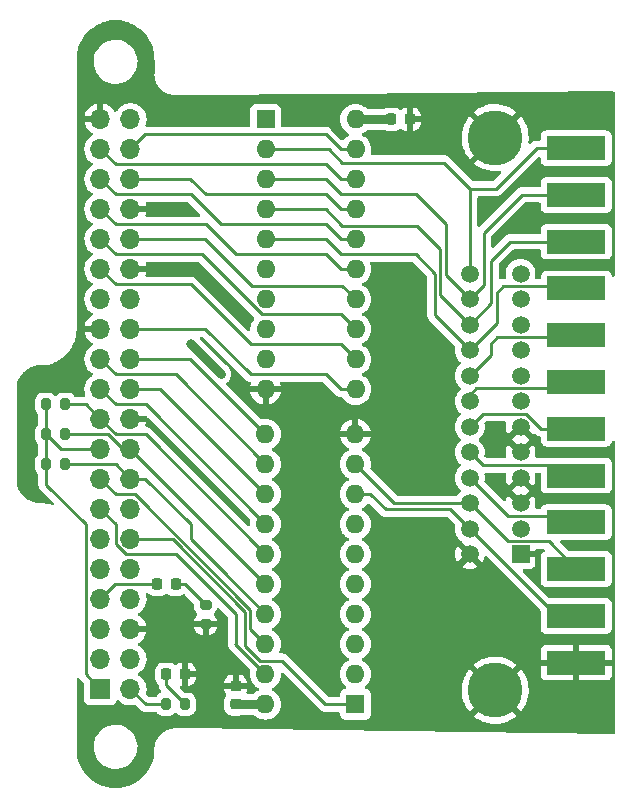
<source format=gbr>
%TF.GenerationSoftware,KiCad,Pcbnew,(6.0.0)*%
%TF.CreationDate,2022-01-24T18:05:25-05:00*%
%TF.ProjectId,gpib breakout,67706962-2062-4726-9561-6b6f75742e6b,rev?*%
%TF.SameCoordinates,Original*%
%TF.FileFunction,Copper,L1,Top*%
%TF.FilePolarity,Positive*%
%FSLAX46Y46*%
G04 Gerber Fmt 4.6, Leading zero omitted, Abs format (unit mm)*
G04 Created by KiCad (PCBNEW (6.0.0)) date 2022-01-24 18:05:25*
%MOMM*%
%LPD*%
G01*
G04 APERTURE LIST*
G04 Aperture macros list*
%AMRoundRect*
0 Rectangle with rounded corners*
0 $1 Rounding radius*
0 $2 $3 $4 $5 $6 $7 $8 $9 X,Y pos of 4 corners*
0 Add a 4 corners polygon primitive as box body*
4,1,4,$2,$3,$4,$5,$6,$7,$8,$9,$2,$3,0*
0 Add four circle primitives for the rounded corners*
1,1,$1+$1,$2,$3*
1,1,$1+$1,$4,$5*
1,1,$1+$1,$6,$7*
1,1,$1+$1,$8,$9*
0 Add four rect primitives between the rounded corners*
20,1,$1+$1,$2,$3,$4,$5,0*
20,1,$1+$1,$4,$5,$6,$7,0*
20,1,$1+$1,$6,$7,$8,$9,0*
20,1,$1+$1,$8,$9,$2,$3,0*%
G04 Aperture macros list end*
%TA.AperFunction,SMDPad,CuDef*%
%ADD10RoundRect,0.225000X-0.225000X-0.250000X0.225000X-0.250000X0.225000X0.250000X-0.225000X0.250000X0*%
%TD*%
%TA.AperFunction,SMDPad,CuDef*%
%ADD11RoundRect,0.200000X-0.275000X0.200000X-0.275000X-0.200000X0.275000X-0.200000X0.275000X0.200000X0*%
%TD*%
%TA.AperFunction,SMDPad,CuDef*%
%ADD12RoundRect,0.200000X-0.200000X-0.275000X0.200000X-0.275000X0.200000X0.275000X-0.200000X0.275000X0*%
%TD*%
%TA.AperFunction,SMDPad,CuDef*%
%ADD13RoundRect,0.200000X0.200000X0.275000X-0.200000X0.275000X-0.200000X-0.275000X0.200000X-0.275000X0*%
%TD*%
%TA.AperFunction,SMDPad,CuDef*%
%ADD14R,5.000000X2.000000*%
%TD*%
%TA.AperFunction,SMDPad,CuDef*%
%ADD15RoundRect,0.225000X0.250000X-0.225000X0.250000X0.225000X-0.250000X0.225000X-0.250000X-0.225000X0*%
%TD*%
%TA.AperFunction,SMDPad,CuDef*%
%ADD16RoundRect,0.225000X0.225000X0.250000X-0.225000X0.250000X-0.225000X-0.250000X0.225000X-0.250000X0*%
%TD*%
%TA.AperFunction,ComponentPad*%
%ADD17R,1.600000X1.600000*%
%TD*%
%TA.AperFunction,ComponentPad*%
%ADD18O,1.600000X1.600000*%
%TD*%
%TA.AperFunction,ComponentPad*%
%ADD19C,1.500000*%
%TD*%
%TA.AperFunction,ComponentPad*%
%ADD20R,1.500000X1.500000*%
%TD*%
%TA.AperFunction,ComponentPad*%
%ADD21C,4.650000*%
%TD*%
%TA.AperFunction,ComponentPad*%
%ADD22R,1.700000X1.700000*%
%TD*%
%TA.AperFunction,ComponentPad*%
%ADD23O,1.700000X1.700000*%
%TD*%
%TA.AperFunction,ViaPad*%
%ADD24C,0.800000*%
%TD*%
%TA.AperFunction,Conductor*%
%ADD25C,0.250000*%
%TD*%
%TA.AperFunction,Conductor*%
%ADD26C,0.750000*%
%TD*%
G04 APERTURE END LIST*
D10*
%TO.P,C1,1*%
%TO.N,+5V*%
X222745000Y-71120000D03*
%TO.P,C1,2*%
%TO.N,GND*%
X224295000Y-71120000D03*
%TD*%
D11*
%TO.P,R4,1*%
%TO.N,Net-(D1-Pad1)*%
X207010000Y-112205000D03*
%TO.P,R4,2*%
%TO.N,GND*%
X207010000Y-113855000D03*
%TD*%
D12*
%TO.P,R3,1*%
%TO.N,+3V3*%
X193485000Y-95250000D03*
%TO.P,R3,2*%
%TO.N,/GPIO10*%
X195135000Y-95250000D03*
%TD*%
D13*
%TO.P,R5,1*%
%TO.N,Net-(D2-Pad2)*%
X205295000Y-120650000D03*
%TO.P,R5,2*%
%TO.N,+5V*%
X203645000Y-120650000D03*
%TD*%
D14*
%TO.P,J1,1,Pin_1*%
%TO.N,/DIO1*%
X238390500Y-73575000D03*
%TO.P,J1,2,Pin_2*%
%TO.N,/DIO2*%
X238400500Y-77525000D03*
%TO.P,J1,3,Pin_3*%
%TO.N,/DIO3*%
X238400500Y-81485000D03*
%TO.P,J1,4,Pin_4*%
%TO.N,/DIO4*%
X238410500Y-85445000D03*
%TO.P,J1,5,Pin_5*%
%TO.N,/EOI*%
X238400500Y-89405000D03*
%TO.P,J1,6,Pin_6*%
%TO.N,/DAV*%
X238400500Y-93365000D03*
%TO.P,J1,7,Pin_7*%
%TO.N,/NRFD*%
X238410500Y-97325000D03*
%TO.P,J1,8,Pin_8*%
%TO.N,/NDAC*%
X238400500Y-101285000D03*
%TO.P,J1,9,Pin_9*%
%TO.N,/IFC*%
X238400500Y-105245000D03*
%TO.P,J1,10,Pin_10*%
%TO.N,/SRQ*%
X238400500Y-109205000D03*
%TO.P,J1,11,Pin_11*%
%TO.N,/ATN*%
X238400500Y-113165000D03*
%TO.P,J1,12,Pin_12*%
%TO.N,GND*%
X238400500Y-117125000D03*
%TD*%
D15*
%TO.P,C2,1*%
%TO.N,+5V*%
X209550000Y-120650000D03*
%TO.P,C2,2*%
%TO.N,GND*%
X209550000Y-119100000D03*
%TD*%
D16*
%TO.P,D1,1,K*%
%TO.N,Net-(D1-Pad1)*%
X204470000Y-110490000D03*
%TO.P,D1,2,A*%
%TO.N,Net-(D1-Pad2)*%
X202920000Y-110490000D03*
%TD*%
%TO.P,D2,1,K*%
%TO.N,GND*%
X205245000Y-118110000D03*
%TO.P,D2,2,A*%
%TO.N,Net-(D2-Pad2)*%
X203695000Y-118110000D03*
%TD*%
D12*
%TO.P,R2,1*%
%TO.N,+3V3*%
X193485000Y-97790000D03*
%TO.P,R2,2*%
%TO.N,/GPIO24*%
X195135000Y-97790000D03*
%TD*%
D17*
%TO.P,U2,1,TE*%
%TO.N,/GPIO18*%
X219700000Y-120645000D03*
D18*
%TO.P,U2,2,REN_1*%
%TO.N,/REN*%
X219700000Y-118105000D03*
%TO.P,U2,3,IFC_1*%
%TO.N,/IFC*%
X219700000Y-115565000D03*
%TO.P,U2,4,NDAC_1*%
%TO.N,/NDAC*%
X219700000Y-113025000D03*
%TO.P,U2,5,NRFD_1*%
%TO.N,/NRFD*%
X219700000Y-110485000D03*
%TO.P,U2,6,DAV_1*%
%TO.N,/DAV*%
X219700000Y-107945000D03*
%TO.P,U2,7,EOI_1*%
%TO.N,/EOI*%
X219700000Y-105405000D03*
%TO.P,U2,8,ATN_1*%
%TO.N,/ATN*%
X219700000Y-102865000D03*
%TO.P,U2,9,SRQ_1*%
%TO.N,/SRQ*%
X219700000Y-100325000D03*
%TO.P,U2,10,GND*%
%TO.N,GND*%
X219700000Y-97785000D03*
%TO.P,U2,11,DC*%
%TO.N,/GPIO08*%
X212080000Y-97785000D03*
%TO.P,U2,12,SRQ_2*%
%TO.N,/GPIO11*%
X212080000Y-100325000D03*
%TO.P,U2,13,ATN_2*%
%TO.N,/GPIO25*%
X212080000Y-102865000D03*
%TO.P,U2,14,EOI_2*%
%TO.N,/GPIO09*%
X212080000Y-105405000D03*
%TO.P,U2,15,DAV_2*%
%TO.N,/GPIO10*%
X212080000Y-107945000D03*
%TO.P,U2,16,NRFD_2*%
%TO.N,/GPIO24*%
X212080000Y-110485000D03*
%TO.P,U2,17,NDAC_2*%
%TO.N,/GPIO23*%
X212080000Y-113025000D03*
%TO.P,U2,18,IFC_2*%
%TO.N,/GPIO22*%
X212080000Y-115565000D03*
%TO.P,U2,19,REN_2*%
%TO.N,/GPIO27*%
X212080000Y-118105000D03*
%TO.P,U2,20,VCC*%
%TO.N,+5V*%
X212080000Y-120645000D03*
%TD*%
D19*
%TO.P,J2,1,1*%
%TO.N,/DIO1*%
X229390000Y-84190000D03*
%TO.P,J2,2,2*%
%TO.N,/DIO2*%
X229390000Y-86350000D03*
%TO.P,J2,3,3*%
%TO.N,/DIO3*%
X229390000Y-88510000D03*
%TO.P,J2,4,4*%
%TO.N,/DIO4*%
X229390000Y-90670000D03*
%TO.P,J2,5,5*%
%TO.N,/EOI*%
X229390000Y-92830000D03*
%TO.P,J2,6,6*%
%TO.N,/DAV*%
X229390000Y-94990000D03*
%TO.P,J2,7,7*%
%TO.N,/NRFD*%
X229390000Y-97150000D03*
%TO.P,J2,8,8*%
%TO.N,/NDAC*%
X229390000Y-99310000D03*
%TO.P,J2,9,9*%
%TO.N,/IFC*%
X229390000Y-101470000D03*
%TO.P,J2,10,10*%
%TO.N,/SRQ*%
X229390000Y-103630000D03*
%TO.P,J2,11,11*%
%TO.N,/ATN*%
X229390000Y-105790000D03*
%TO.P,J2,12,12*%
%TO.N,GND*%
X229390000Y-107950000D03*
%TO.P,J2,13,13*%
%TO.N,/DIO5*%
X233680000Y-84190000D03*
%TO.P,J2,14,14*%
%TO.N,/DIO6*%
X233680000Y-86350000D03*
%TO.P,J2,15,15*%
%TO.N,/DIO7*%
X233680000Y-88510000D03*
%TO.P,J2,16,16*%
%TO.N,/DIO8*%
X233680000Y-90670000D03*
%TO.P,J2,17,17*%
%TO.N,/REN*%
X233680000Y-92830000D03*
%TO.P,J2,18,18*%
%TO.N,GND*%
X233680000Y-94990000D03*
%TO.P,J2,19,19*%
X233680000Y-97150000D03*
%TO.P,J2,20,20*%
X233680000Y-99310000D03*
%TO.P,J2,21,21*%
X233680000Y-101470000D03*
%TO.P,J2,22,22*%
X233680000Y-103630000D03*
%TO.P,J2,23,23*%
X233680000Y-105790000D03*
D20*
%TO.P,J2,24,24*%
X233680000Y-107950000D03*
D21*
%TO.P,J2,MH1,MH1*%
X231535000Y-119470000D03*
%TO.P,J2,MH2,MH2*%
X231535000Y-72670000D03*
%TD*%
D17*
%TO.P,U1,1,TE*%
%TO.N,/GPIO18*%
X212100000Y-71125000D03*
D18*
%TO.P,U1,2,B1*%
%TO.N,/DIO1*%
X212100000Y-73665000D03*
%TO.P,U1,3,B2*%
%TO.N,/DIO2*%
X212100000Y-76205000D03*
%TO.P,U1,4,B3*%
%TO.N,/DIO3*%
X212100000Y-78745000D03*
%TO.P,U1,5,B4*%
%TO.N,/DIO4*%
X212100000Y-81285000D03*
%TO.P,U1,6,B5*%
%TO.N,/DIO5*%
X212100000Y-83825000D03*
%TO.P,U1,7,B6*%
%TO.N,/DIO6*%
X212100000Y-86365000D03*
%TO.P,U1,8,B7*%
%TO.N,/DIO7*%
X212100000Y-88905000D03*
%TO.P,U1,9,B8*%
%TO.N,/DIO8*%
X212100000Y-91445000D03*
%TO.P,U1,10,GND*%
%TO.N,GND*%
X212100000Y-93985000D03*
%TO.P,U1,11,~{PE}*%
%TO.N,/GPIO07*%
X219720000Y-93985000D03*
%TO.P,U1,12,D8*%
%TO.N,/GPIO05*%
X219720000Y-91445000D03*
%TO.P,U1,13,D7*%
%TO.N,/GPIO06*%
X219720000Y-88905000D03*
%TO.P,U1,14,D6*%
%TO.N,/GPIO12*%
X219720000Y-86365000D03*
%TO.P,U1,15,D5*%
%TO.N,/GPIO13*%
X219720000Y-83825000D03*
%TO.P,U1,16,D4*%
%TO.N,/GPIO19*%
X219720000Y-81285000D03*
%TO.P,U1,17,D3*%
%TO.N,/GPIO16*%
X219720000Y-78745000D03*
%TO.P,U1,18,D2*%
%TO.N,/GPIO26*%
X219720000Y-76205000D03*
%TO.P,U1,19,D1*%
%TO.N,/GPIO20*%
X219720000Y-73665000D03*
%TO.P,U1,20,VCC*%
%TO.N,+5V*%
X219720000Y-71125000D03*
%TD*%
D12*
%TO.P,R1,1*%
%TO.N,+3V3*%
X193485000Y-100330000D03*
%TO.P,R1,2*%
%TO.N,/GPIO23*%
X195135000Y-100330000D03*
%TD*%
D22*
%TO.P,J3,1,3V3*%
%TO.N,+3V3*%
X198115000Y-119375000D03*
D23*
%TO.P,J3,2,5V*%
%TO.N,+5V*%
X200655000Y-119375000D03*
%TO.P,J3,3,SDA/GPIO2*%
%TO.N,unconnected-(J3-Pad3)*%
X198115000Y-116835000D03*
%TO.P,J3,4,5V*%
%TO.N,+5V*%
X200655000Y-116835000D03*
%TO.P,J3,5,SCL/GPIO3*%
%TO.N,unconnected-(J3-Pad5)*%
X198115000Y-114295000D03*
%TO.P,J3,6,GND*%
%TO.N,GND*%
X200655000Y-114295000D03*
%TO.P,J3,7,GCLK0/GPIO4*%
%TO.N,Net-(D1-Pad2)*%
X198115000Y-111755000D03*
%TO.P,J3,8,GPIO14/TXD*%
%TO.N,unconnected-(J3-Pad8)*%
X200655000Y-111755000D03*
%TO.P,J3,9,GND*%
%TO.N,GND*%
X198115000Y-109215000D03*
%TO.P,J3,10,GPIO15/RXD*%
%TO.N,unconnected-(J3-Pad10)*%
X200655000Y-109215000D03*
%TO.P,J3,11,GPIO17*%
%TO.N,unconnected-(J3-Pad11)*%
X198115000Y-106675000D03*
%TO.P,J3,12,GPIO18/PWM0*%
%TO.N,/GPIO18*%
X200655000Y-106675000D03*
%TO.P,J3,13,GPIO27*%
%TO.N,/GPIO27*%
X198115000Y-104135000D03*
%TO.P,J3,14,GND*%
%TO.N,GND*%
X200655000Y-104135000D03*
%TO.P,J3,15,GPIO22*%
%TO.N,/GPIO22*%
X198115000Y-101595000D03*
%TO.P,J3,16,GPIO23*%
%TO.N,/GPIO23*%
X200655000Y-101595000D03*
%TO.P,J3,17,3V3*%
%TO.N,+3V3*%
X198115000Y-99055000D03*
%TO.P,J3,18,GPIO24*%
%TO.N,/GPIO24*%
X200655000Y-99055000D03*
%TO.P,J3,19,MOSI0/GPIO10*%
%TO.N,/GPIO10*%
X198115000Y-96515000D03*
%TO.P,J3,20,GND*%
%TO.N,GND*%
X200655000Y-96515000D03*
%TO.P,J3,21,MISO0/GPIO9*%
%TO.N,/GPIO09*%
X198115000Y-93975000D03*
%TO.P,J3,22,GPIO25*%
%TO.N,/GPIO25*%
X200655000Y-93975000D03*
%TO.P,J3,23,SCLK0/GPIO11*%
%TO.N,/GPIO11*%
X198115000Y-91435000D03*
%TO.P,J3,24,~{CE0}/GPIO8*%
%TO.N,/GPIO08*%
X200655000Y-91435000D03*
%TO.P,J3,25,GND*%
%TO.N,GND*%
X198115000Y-88895000D03*
%TO.P,J3,26,~{CE1}/GPIO7*%
%TO.N,/GPIO07*%
X200655000Y-88895000D03*
%TO.P,J3,27,ID_SD/GPIO0*%
%TO.N,unconnected-(J3-Pad27)*%
X198115000Y-86355000D03*
%TO.P,J3,28,ID_SC/GPIO1*%
%TO.N,unconnected-(J3-Pad28)*%
X200655000Y-86355000D03*
%TO.P,J3,29,GCLK1/GPIO5*%
%TO.N,/GPIO05*%
X198115000Y-83815000D03*
%TO.P,J3,30,GND*%
%TO.N,GND*%
X200655000Y-83815000D03*
%TO.P,J3,31,GCLK2/GPIO6*%
%TO.N,/GPIO06*%
X198115000Y-81275000D03*
%TO.P,J3,32,PWM0/GPIO12*%
%TO.N,/GPIO12*%
X200655000Y-81275000D03*
%TO.P,J3,33,PWM1/GPIO13*%
%TO.N,/GPIO13*%
X198115000Y-78735000D03*
%TO.P,J3,34,GND*%
%TO.N,GND*%
X200655000Y-78735000D03*
%TO.P,J3,35,GPIO19/MISO1*%
%TO.N,/GPIO19*%
X198115000Y-76195000D03*
%TO.P,J3,36,GPIO16*%
%TO.N,/GPIO16*%
X200655000Y-76195000D03*
%TO.P,J3,37,GPIO26*%
%TO.N,/GPIO26*%
X198115000Y-73655000D03*
%TO.P,J3,38,GPIO20/MOSI1*%
%TO.N,/GPIO20*%
X200655000Y-73655000D03*
%TO.P,J3,39,GND*%
%TO.N,GND*%
X198115000Y-71115000D03*
%TO.P,J3,40,GPIO21/SCLK1*%
%TO.N,unconnected-(J3-Pad40)*%
X200655000Y-71115000D03*
%TD*%
D24*
%TO.N,+5V*%
X208280000Y-92710000D03*
X205740000Y-90170000D03*
%TD*%
D25*
%TO.N,/DIO1*%
X217455978Y-73665000D02*
X218580489Y-74789511D01*
X229390000Y-76990000D02*
X231620000Y-76990000D01*
X227189511Y-74789511D02*
X218580489Y-74789511D01*
X212100000Y-73665000D02*
X217455978Y-73665000D01*
X229390000Y-84190000D02*
X229390000Y-76990000D01*
X227189511Y-74789511D02*
X229390000Y-76990000D01*
X231620000Y-76990000D02*
X235035000Y-73575000D01*
X235035000Y-73575000D02*
X238390500Y-73575000D01*
%TO.N,/DIO2*%
X238400500Y-77525000D02*
X233788350Y-77525000D01*
X230586675Y-85153325D02*
X229390000Y-86350000D01*
X218440000Y-77470000D02*
X224790000Y-77470000D01*
X227330000Y-80010000D02*
X227330000Y-84290000D01*
X230586675Y-80726675D02*
X230586675Y-85153325D01*
X212100000Y-76205000D02*
X217175000Y-76205000D01*
X233788350Y-77525000D02*
X230586675Y-80726675D01*
X217175000Y-76205000D02*
X218440000Y-77470000D01*
X227330000Y-84290000D02*
X229390000Y-86350000D01*
X224790000Y-77470000D02*
X227330000Y-80010000D01*
%TO.N,/DIO3*%
X218590489Y-80160489D02*
X224940489Y-80160489D01*
X217175000Y-78745000D02*
X218590489Y-80160489D01*
X226880480Y-86000480D02*
X229390000Y-88510000D01*
X212100000Y-78745000D02*
X217175000Y-78745000D01*
X231186195Y-83103325D02*
X231186195Y-86713805D01*
X231186195Y-86713805D02*
X229390000Y-88510000D01*
X238400500Y-81485000D02*
X232804520Y-81485000D01*
X232804520Y-81485000D02*
X231186195Y-83103325D01*
X226880480Y-82100480D02*
X226880480Y-86000480D01*
X224940489Y-80160489D02*
X226880480Y-82100480D01*
%TO.N,/DIO4*%
X218440000Y-82550000D02*
X224790000Y-82550000D01*
X217175000Y-81285000D02*
X218440000Y-82550000D01*
X226430960Y-87710960D02*
X226430960Y-84190960D01*
X238240989Y-85275489D02*
X232224511Y-85275489D01*
X231710715Y-88349285D02*
X229390000Y-90670000D01*
X212100000Y-81285000D02*
X217175000Y-81285000D01*
X231710715Y-85789285D02*
X231710715Y-88349285D01*
X232224511Y-85275489D02*
X231710715Y-85789285D01*
X226430960Y-84190960D02*
X224790000Y-82550000D01*
X238410500Y-85445000D02*
X238240989Y-85275489D01*
X226430960Y-87710960D02*
X229390000Y-90670000D01*
%TO.N,/EOI*%
X231824511Y-89584511D02*
X238220989Y-89584511D01*
X238220989Y-89584511D02*
X238400500Y-89405000D01*
X231140000Y-91080000D02*
X231140000Y-90170000D01*
X231725489Y-89584511D02*
X231824511Y-89584511D01*
X231140000Y-90170000D02*
X231725489Y-89584511D01*
X229390000Y-92830000D02*
X231140000Y-91080000D01*
%TO.N,/DAV*%
X237860989Y-93904511D02*
X229945489Y-93904511D01*
X229390000Y-94460000D02*
X229390000Y-94990000D01*
X229945489Y-93904511D02*
X229390000Y-94460000D01*
X238400500Y-93365000D02*
X237860989Y-93904511D01*
%TO.N,/NRFD*%
X238410500Y-97325000D02*
X235374589Y-97325000D01*
X230464511Y-96075489D02*
X229390000Y-97150000D01*
X234125078Y-96075489D02*
X230464511Y-96075489D01*
X235374589Y-97325000D02*
X234125078Y-96075489D01*
%TO.N,/NDAC*%
X237510989Y-100395489D02*
X230475489Y-100395489D01*
X238400500Y-101285000D02*
X237510989Y-100395489D01*
X230475489Y-100395489D02*
X229390000Y-99310000D01*
%TO.N,/IFC*%
X232635489Y-104715489D02*
X229390000Y-101470000D01*
X237870989Y-104715489D02*
X232635489Y-104715489D01*
X238400500Y-105245000D02*
X237870989Y-104715489D01*
%TO.N,/SRQ*%
X223005000Y-103630000D02*
X219700000Y-100325000D01*
X232624511Y-106864511D02*
X229390000Y-103630000D01*
X229390000Y-103630000D02*
X223005000Y-103630000D01*
X238400500Y-109205000D02*
X236060011Y-106864511D01*
X236060011Y-106864511D02*
X232624511Y-106864511D01*
%TO.N,/ATN*%
X227740000Y-104140000D02*
X222250000Y-104140000D01*
X220975000Y-102865000D02*
X219700000Y-102865000D01*
X236765000Y-113165000D02*
X229390000Y-105790000D01*
X238400500Y-113165000D02*
X236765000Y-113165000D01*
X222250000Y-104140000D02*
X220975000Y-102865000D01*
X229390000Y-105790000D02*
X227740000Y-104140000D01*
D26*
%TO.N,+5V*%
X212080000Y-120645000D02*
X209555000Y-120645000D01*
X205740000Y-90170000D02*
X208280000Y-92710000D01*
D25*
X201930000Y-120650000D02*
X200655000Y-119375000D01*
D26*
X222740000Y-71125000D02*
X222745000Y-71120000D01*
X209555000Y-120645000D02*
X209550000Y-120650000D01*
X219720000Y-71125000D02*
X222740000Y-71125000D01*
D25*
X203645000Y-120650000D02*
X201930000Y-120650000D01*
%TO.N,Net-(D1-Pad1)*%
X207010000Y-112205000D02*
X205295000Y-110490000D01*
X205295000Y-110490000D02*
X204470000Y-110490000D01*
%TO.N,Net-(D1-Pad2)*%
X202920000Y-110490000D02*
X199380000Y-110490000D01*
X199380000Y-110490000D02*
X198115000Y-111755000D01*
%TO.N,/GPIO18*%
X211591207Y-116980489D02*
X213500489Y-116980489D01*
X201285718Y-106675000D02*
X200655000Y-106675000D01*
X200655000Y-106675000D02*
X204220292Y-106675000D01*
X210367980Y-112822688D02*
X210367980Y-115757262D01*
X213500489Y-116980489D02*
X217165000Y-120645000D01*
X217165000Y-120645000D02*
X219700000Y-120645000D01*
X210367980Y-115757262D02*
X211591207Y-116980489D01*
X204220292Y-106675000D02*
X210367980Y-112822688D01*
%TO.N,/GPIO08*%
X205730000Y-91435000D02*
X200655000Y-91435000D01*
X212080000Y-97785000D02*
X205730000Y-91435000D01*
%TO.N,/GPIO11*%
X212080000Y-100325000D02*
X204470000Y-92715000D01*
X199395000Y-92715000D02*
X198115000Y-91435000D01*
X204470000Y-92715000D02*
X199395000Y-92715000D01*
%TO.N,/GPIO25*%
X212080000Y-102865000D02*
X203190000Y-93975000D01*
X203190000Y-93975000D02*
X200655000Y-93975000D01*
%TO.N,/GPIO09*%
X199395000Y-95255000D02*
X198115000Y-93975000D01*
X201930000Y-95255000D02*
X199395000Y-95255000D01*
X212080000Y-105405000D02*
X201930000Y-95255000D01*
%TO.N,/GPIO10*%
X198115000Y-96515000D02*
X196850000Y-95250000D01*
X196850000Y-95250000D02*
X195135000Y-95250000D01*
X201930000Y-97795000D02*
X199395000Y-97795000D01*
X199395000Y-97795000D02*
X198115000Y-96515000D01*
X212080000Y-107945000D02*
X201930000Y-97795000D01*
%TO.N,/GPIO24*%
X198754282Y-97790000D02*
X195135000Y-97790000D01*
X200655000Y-99060000D02*
X200655000Y-99055000D01*
X200019282Y-99055000D02*
X198754282Y-97790000D01*
X200655000Y-99055000D02*
X200019282Y-99055000D01*
X212080000Y-110485000D02*
X200655000Y-99060000D01*
%TO.N,/GPIO23*%
X200655000Y-101595000D02*
X201925000Y-101595000D01*
X201925000Y-101595000D02*
X205740000Y-105410000D01*
X208280000Y-109220000D02*
X205740000Y-106680000D01*
X200655000Y-101595000D02*
X199390000Y-100330000D01*
X208280000Y-109225000D02*
X208280000Y-109220000D01*
X212080000Y-113025000D02*
X208280000Y-109225000D01*
X199390000Y-100330000D02*
X195135000Y-100330000D01*
X205740000Y-105410000D02*
X205740000Y-106680000D01*
%TO.N,/GPIO22*%
X201051010Y-102870000D02*
X210817500Y-112636490D01*
X198115000Y-101595000D02*
X199390000Y-102870000D01*
X210817500Y-114302500D02*
X212080000Y-115565000D01*
X199390000Y-102870000D02*
X201051010Y-102870000D01*
X210817500Y-112636490D02*
X210817500Y-114302500D01*
%TO.N,/GPIO27*%
X199390000Y-105410000D02*
X199390000Y-107071010D01*
X209550000Y-115570000D02*
X209547500Y-115572500D01*
X209547500Y-115572500D02*
X212080000Y-118105000D01*
X198115000Y-104135000D02*
X199390000Y-105410000D01*
X199390000Y-107071010D02*
X200268990Y-107950000D01*
X209550000Y-113030000D02*
X209550000Y-115570000D01*
X200268990Y-107950000D02*
X204470000Y-107950000D01*
X204470000Y-107950000D02*
X209550000Y-113030000D01*
%TO.N,+3V3*%
X196850000Y-105410000D02*
X193485000Y-102045000D01*
X193485000Y-102045000D02*
X193485000Y-100330000D01*
X198115000Y-99055000D02*
X194750000Y-99055000D01*
X198115000Y-119375000D02*
X196850000Y-118110000D01*
X194750000Y-99055000D02*
X193485000Y-97790000D01*
X196850000Y-118110000D02*
X196850000Y-105410000D01*
X193485000Y-97790000D02*
X193485000Y-95250000D01*
X193485000Y-97790000D02*
X193485000Y-100330000D01*
%TO.N,/GPIO07*%
X207005000Y-88895000D02*
X200655000Y-88895000D01*
X218445000Y-93985000D02*
X217170000Y-92710000D01*
X219720000Y-93985000D02*
X218445000Y-93985000D01*
X217170000Y-92710000D02*
X210820000Y-92710000D01*
X210820000Y-92710000D02*
X207005000Y-88895000D01*
%TO.N,/GPIO05*%
X219720000Y-91445000D02*
X218445000Y-90170000D01*
X210820000Y-90170000D02*
X205740000Y-85090000D01*
X218445000Y-90170000D02*
X210820000Y-90170000D01*
X205740000Y-85090000D02*
X199390000Y-85090000D01*
X199390000Y-85090000D02*
X198115000Y-83815000D01*
%TO.N,/GPIO06*%
X211774700Y-87630000D02*
X206694700Y-82550000D01*
X199390000Y-82550000D02*
X198115000Y-81275000D01*
X206694700Y-82550000D02*
X199390000Y-82550000D01*
X219720000Y-88905000D02*
X218445000Y-87630000D01*
X218445000Y-87630000D02*
X211774700Y-87630000D01*
%TO.N,/GPIO12*%
X210970489Y-85240489D02*
X218595489Y-85240489D01*
X200655000Y-81275000D02*
X207005000Y-81275000D01*
X207005000Y-81275000D02*
X210970489Y-85240489D01*
X218595489Y-85240489D02*
X219720000Y-86365000D01*
%TO.N,/GPIO13*%
X199390000Y-80010000D02*
X198115000Y-78735000D01*
X209550000Y-82550000D02*
X207010000Y-80010000D01*
X219720000Y-83825000D02*
X218445000Y-83825000D01*
X217170000Y-82550000D02*
X209550000Y-82550000D01*
X218445000Y-83825000D02*
X217170000Y-82550000D01*
X207010000Y-80010000D02*
X199390000Y-80010000D01*
%TO.N,/GPIO19*%
X199390000Y-77470000D02*
X198115000Y-76195000D01*
X219720000Y-81285000D02*
X218445000Y-81285000D01*
X205740000Y-77470000D02*
X199390000Y-77470000D01*
X217170000Y-80010000D02*
X208280000Y-80010000D01*
X218445000Y-81285000D02*
X217170000Y-80010000D01*
X208280000Y-80010000D02*
X205740000Y-77470000D01*
%TO.N,/GPIO16*%
X205735000Y-76195000D02*
X200655000Y-76195000D01*
X217170000Y-77470000D02*
X207010000Y-77470000D01*
X218445000Y-78745000D02*
X217170000Y-77470000D01*
X219720000Y-78745000D02*
X218445000Y-78745000D01*
X207010000Y-77470000D02*
X205735000Y-76195000D01*
%TO.N,/GPIO26*%
X217170000Y-74930000D02*
X199390000Y-74930000D01*
X199390000Y-74930000D02*
X198115000Y-73655000D01*
X219720000Y-76205000D02*
X218445000Y-76205000D01*
X218445000Y-76205000D02*
X217170000Y-74930000D01*
%TO.N,/GPIO20*%
X201920000Y-72390000D02*
X200655000Y-73655000D01*
X217170000Y-72390000D02*
X201920000Y-72390000D01*
X219720000Y-73665000D02*
X218445000Y-73665000D01*
X218445000Y-73665000D02*
X217170000Y-72390000D01*
%TO.N,Net-(D2-Pad2)*%
X203695000Y-119050000D02*
X203695000Y-118110000D01*
X205295000Y-120650000D02*
X203695000Y-119050000D01*
%TD*%
%TA.AperFunction,Conductor*%
%TO.N,GND*%
G36*
X232399706Y-96728991D02*
G01*
X232446199Y-96782647D01*
X232456303Y-96852921D01*
X232453292Y-96867600D01*
X232437804Y-96925401D01*
X232435901Y-96936196D01*
X232417674Y-97144525D01*
X232417674Y-97155475D01*
X232435901Y-97363804D01*
X232437804Y-97374599D01*
X232491928Y-97576595D01*
X232495674Y-97586887D01*
X232584054Y-97776417D01*
X232589534Y-97785907D01*
X232618411Y-97827149D01*
X232628886Y-97835523D01*
X232642333Y-97828455D01*
X233590905Y-96879884D01*
X233653217Y-96845859D01*
X233724033Y-96850924D01*
X233769095Y-96879884D01*
X234718389Y-97829178D01*
X234730162Y-97835606D01*
X234742177Y-97826311D01*
X234753991Y-97809438D01*
X234809448Y-97765110D01*
X234880067Y-97757801D01*
X234946299Y-97792614D01*
X234954819Y-97801134D01*
X234958014Y-97803612D01*
X234967036Y-97811318D01*
X234999268Y-97841586D01*
X235006217Y-97845406D01*
X235017021Y-97851346D01*
X235033545Y-97862199D01*
X235049548Y-97874613D01*
X235090132Y-97892176D01*
X235100762Y-97897383D01*
X235139529Y-97918695D01*
X235147206Y-97920666D01*
X235147211Y-97920668D01*
X235159147Y-97923732D01*
X235177855Y-97930137D01*
X235196444Y-97938181D01*
X235204269Y-97939420D01*
X235204271Y-97939421D01*
X235240108Y-97945097D01*
X235251729Y-97947504D01*
X235286884Y-97956530D01*
X235286888Y-97956531D01*
X235294559Y-97958500D01*
X235294888Y-97958500D01*
X235356870Y-97985533D01*
X235396271Y-98044593D01*
X235402000Y-98082156D01*
X235402000Y-98373134D01*
X235408755Y-98435316D01*
X235459885Y-98571705D01*
X235547239Y-98688261D01*
X235663795Y-98775615D01*
X235800184Y-98826745D01*
X235862366Y-98833500D01*
X240958634Y-98833500D01*
X241020816Y-98826745D01*
X241157205Y-98775615D01*
X241273761Y-98688261D01*
X241361115Y-98571705D01*
X241412245Y-98435316D01*
X241413098Y-98427459D01*
X241413917Y-98424017D01*
X241449134Y-98362371D01*
X241512090Y-98329550D01*
X241582795Y-98335976D01*
X241638802Y-98379608D01*
X241662500Y-98453163D01*
X241662500Y-123062280D01*
X241642498Y-123130401D01*
X241588842Y-123176894D01*
X241534779Y-123188268D01*
X205469199Y-122695602D01*
X204525807Y-122682715D01*
X204506623Y-122680981D01*
X204487332Y-122677735D01*
X204487327Y-122677735D01*
X204482539Y-122676929D01*
X204476448Y-122676855D01*
X204474867Y-122676835D01*
X204474862Y-122676835D01*
X204470000Y-122676776D01*
X204464899Y-122677506D01*
X204456038Y-122678456D01*
X204221637Y-122695222D01*
X204216318Y-122695602D01*
X204154899Y-122708963D01*
X203972197Y-122748706D01*
X203972190Y-122748708D01*
X203967800Y-122749663D01*
X203963585Y-122751235D01*
X203963582Y-122751236D01*
X203853855Y-122792162D01*
X203729505Y-122838542D01*
X203506285Y-122960430D01*
X203302683Y-123112844D01*
X203122844Y-123292683D01*
X202970430Y-123496285D01*
X202848542Y-123719505D01*
X202846969Y-123723723D01*
X202771294Y-123926617D01*
X202759663Y-123957800D01*
X202758708Y-123962190D01*
X202758706Y-123962197D01*
X202719788Y-124141104D01*
X202705602Y-124206318D01*
X202705281Y-124210806D01*
X202689837Y-124426729D01*
X202688413Y-124438637D01*
X202686929Y-124447461D01*
X202686856Y-124453462D01*
X202686814Y-124453730D01*
X202686849Y-124453999D01*
X202686776Y-124460000D01*
X202687466Y-124464816D01*
X202687466Y-124464819D01*
X202688857Y-124474533D01*
X202689957Y-124498990D01*
X202674257Y-124798554D01*
X202672879Y-124811666D01*
X202643830Y-124995079D01*
X202620876Y-125140002D01*
X202618134Y-125152902D01*
X202539120Y-125447792D01*
X202532098Y-125473997D01*
X202528022Y-125486541D01*
X202408894Y-125796878D01*
X202403530Y-125808926D01*
X202252612Y-126105120D01*
X202246017Y-126116542D01*
X202064968Y-126395333D01*
X202057225Y-126405990D01*
X201848011Y-126664348D01*
X201839194Y-126674139D01*
X201604139Y-126909194D01*
X201594348Y-126918011D01*
X201335990Y-127127225D01*
X201325333Y-127134968D01*
X201046542Y-127316017D01*
X201035120Y-127322612D01*
X200738926Y-127473530D01*
X200726879Y-127478893D01*
X200416536Y-127598024D01*
X200404002Y-127602096D01*
X200116949Y-127679011D01*
X200082902Y-127688134D01*
X200070002Y-127690876D01*
X199741669Y-127742879D01*
X199728553Y-127744257D01*
X199692691Y-127746136D01*
X199396594Y-127761654D01*
X199383406Y-127761654D01*
X199087309Y-127746136D01*
X199051447Y-127744257D01*
X199038331Y-127742879D01*
X198709998Y-127690876D01*
X198697098Y-127688134D01*
X198663051Y-127679011D01*
X198375998Y-127602096D01*
X198363464Y-127598024D01*
X198053121Y-127478893D01*
X198041074Y-127473530D01*
X197744880Y-127322612D01*
X197733458Y-127316017D01*
X197454667Y-127134968D01*
X197444010Y-127127225D01*
X197185652Y-126918011D01*
X197175861Y-126909194D01*
X196940806Y-126674139D01*
X196931989Y-126664348D01*
X196722775Y-126405990D01*
X196715032Y-126395333D01*
X196533983Y-126116542D01*
X196527388Y-126105120D01*
X196376470Y-125808926D01*
X196371106Y-125796878D01*
X196251978Y-125486541D01*
X196247902Y-125473997D01*
X196240881Y-125447792D01*
X196161866Y-125152902D01*
X196159124Y-125140002D01*
X196107121Y-124811669D01*
X196105743Y-124798552D01*
X196090431Y-124506378D01*
X196092004Y-124478882D01*
X196092264Y-124477339D01*
X196092265Y-124477333D01*
X196093071Y-124472539D01*
X196093224Y-124460000D01*
X196089273Y-124432412D01*
X196088000Y-124414549D01*
X196088000Y-124287277D01*
X197527009Y-124287277D01*
X197552625Y-124555769D01*
X197553710Y-124560203D01*
X197553711Y-124560209D01*
X197612033Y-124798552D01*
X197616731Y-124817750D01*
X197717985Y-125067733D01*
X197854265Y-125300482D01*
X197857118Y-125304049D01*
X197998129Y-125480374D01*
X198022716Y-125511119D01*
X198219809Y-125695234D01*
X198441416Y-125848968D01*
X198445499Y-125850999D01*
X198445502Y-125851001D01*
X198561013Y-125908466D01*
X198682894Y-125969101D01*
X198687228Y-125970522D01*
X198687231Y-125970523D01*
X198934853Y-126051698D01*
X198934859Y-126051699D01*
X198939186Y-126053118D01*
X198943677Y-126053898D01*
X198943678Y-126053898D01*
X199201140Y-126098601D01*
X199201148Y-126098602D01*
X199204921Y-126099257D01*
X199208758Y-126099448D01*
X199288578Y-126103422D01*
X199288586Y-126103422D01*
X199290149Y-126103500D01*
X199458512Y-126103500D01*
X199460780Y-126103335D01*
X199460792Y-126103335D01*
X199591884Y-126093823D01*
X199659004Y-126088953D01*
X199663459Y-126087969D01*
X199663462Y-126087969D01*
X199917912Y-126031791D01*
X199917916Y-126031790D01*
X199922372Y-126030806D01*
X200048480Y-125983028D01*
X200170318Y-125936868D01*
X200170321Y-125936867D01*
X200174588Y-125935250D01*
X200336453Y-125845342D01*
X200406375Y-125806504D01*
X200406376Y-125806503D01*
X200410368Y-125804286D01*
X200624773Y-125640657D01*
X200813312Y-125447792D01*
X200972034Y-125229730D01*
X201055190Y-125071676D01*
X201095490Y-124995079D01*
X201095493Y-124995073D01*
X201097615Y-124991039D01*
X201160378Y-124813312D01*
X201185902Y-124741033D01*
X201185902Y-124741032D01*
X201187425Y-124736720D01*
X201235552Y-124492543D01*
X201238700Y-124476572D01*
X201238701Y-124476566D01*
X201239581Y-124472100D01*
X201239885Y-124466001D01*
X201252764Y-124207292D01*
X201252764Y-124207286D01*
X201252991Y-124202723D01*
X201227375Y-123934231D01*
X201224183Y-123921184D01*
X201164355Y-123676688D01*
X201163269Y-123672250D01*
X201062015Y-123422267D01*
X200925735Y-123189518D01*
X200807928Y-123042208D01*
X200760136Y-122982447D01*
X200760135Y-122982445D01*
X200757284Y-122978881D01*
X200560191Y-122794766D01*
X200338584Y-122641032D01*
X200334501Y-122639001D01*
X200334498Y-122638999D01*
X200169606Y-122556967D01*
X200097106Y-122520899D01*
X200092772Y-122519478D01*
X200092769Y-122519477D01*
X199845147Y-122438302D01*
X199845141Y-122438301D01*
X199840814Y-122436882D01*
X199836322Y-122436102D01*
X199578860Y-122391399D01*
X199578852Y-122391398D01*
X199575079Y-122390743D01*
X199563817Y-122390182D01*
X199491422Y-122386578D01*
X199491414Y-122386578D01*
X199489851Y-122386500D01*
X199321488Y-122386500D01*
X199319220Y-122386665D01*
X199319208Y-122386665D01*
X199188116Y-122396177D01*
X199120996Y-122401047D01*
X199116541Y-122402031D01*
X199116538Y-122402031D01*
X198862088Y-122458209D01*
X198862084Y-122458210D01*
X198857628Y-122459194D01*
X198731520Y-122506972D01*
X198609682Y-122553132D01*
X198609679Y-122553133D01*
X198605412Y-122554750D01*
X198369632Y-122685714D01*
X198155227Y-122849343D01*
X197966688Y-123042208D01*
X197807966Y-123260270D01*
X197790913Y-123292683D01*
X197684510Y-123494921D01*
X197684507Y-123494927D01*
X197682385Y-123498961D01*
X197680865Y-123503266D01*
X197680863Y-123503270D01*
X197611253Y-123700388D01*
X197592575Y-123753280D01*
X197591692Y-123757762D01*
X197552265Y-123957800D01*
X197540419Y-124017900D01*
X197540192Y-124022453D01*
X197540192Y-124022456D01*
X197530695Y-124213241D01*
X197527009Y-124287277D01*
X196088000Y-124287277D01*
X196088000Y-118526760D01*
X196108002Y-118458639D01*
X196161658Y-118412146D01*
X196231932Y-118402042D01*
X196296512Y-118431536D01*
X196315946Y-118452712D01*
X196316445Y-118453399D01*
X196322952Y-118463307D01*
X196333253Y-118480724D01*
X196345458Y-118501362D01*
X196359779Y-118515683D01*
X196372619Y-118530716D01*
X196384528Y-118547107D01*
X196399176Y-118559225D01*
X196418605Y-118575298D01*
X196427384Y-118583288D01*
X196719595Y-118875499D01*
X196753621Y-118937811D01*
X196756500Y-118964594D01*
X196756500Y-120273134D01*
X196763255Y-120335316D01*
X196814385Y-120471705D01*
X196901739Y-120588261D01*
X197018295Y-120675615D01*
X197154684Y-120726745D01*
X197216866Y-120733500D01*
X199013134Y-120733500D01*
X199075316Y-120726745D01*
X199211705Y-120675615D01*
X199328261Y-120588261D01*
X199415615Y-120471705D01*
X199452592Y-120373070D01*
X199459598Y-120354382D01*
X199502240Y-120297618D01*
X199568802Y-120272918D01*
X199638150Y-120288126D01*
X199672817Y-120316114D01*
X199701250Y-120348938D01*
X199873126Y-120491632D01*
X200066000Y-120604338D01*
X200274692Y-120684030D01*
X200279760Y-120685061D01*
X200279763Y-120685062D01*
X200387012Y-120706882D01*
X200493597Y-120728567D01*
X200498772Y-120728757D01*
X200498774Y-120728757D01*
X200711673Y-120736564D01*
X200711677Y-120736564D01*
X200716837Y-120736753D01*
X200721957Y-120736097D01*
X200721959Y-120736097D01*
X200933288Y-120709025D01*
X200933289Y-120709025D01*
X200938416Y-120708368D01*
X200943367Y-120706883D01*
X200943370Y-120706882D01*
X200984829Y-120694444D01*
X201055825Y-120694028D01*
X201110131Y-120726035D01*
X201426343Y-121042247D01*
X201433887Y-121050537D01*
X201438000Y-121057018D01*
X201483771Y-121099999D01*
X201487667Y-121103658D01*
X201490509Y-121106413D01*
X201510230Y-121126134D01*
X201513425Y-121128612D01*
X201522447Y-121136318D01*
X201554679Y-121166586D01*
X201561628Y-121170406D01*
X201572432Y-121176346D01*
X201588956Y-121187199D01*
X201604959Y-121199613D01*
X201645543Y-121217176D01*
X201656173Y-121222383D01*
X201694940Y-121243695D01*
X201702617Y-121245666D01*
X201702622Y-121245668D01*
X201714558Y-121248732D01*
X201733266Y-121255137D01*
X201751855Y-121263181D01*
X201759683Y-121264421D01*
X201759690Y-121264423D01*
X201795524Y-121270099D01*
X201807144Y-121272505D01*
X201836762Y-121280109D01*
X201849970Y-121283500D01*
X201870224Y-121283500D01*
X201889934Y-121285051D01*
X201909943Y-121288220D01*
X201917835Y-121287474D01*
X201953961Y-121284059D01*
X201965819Y-121283500D01*
X202762775Y-121283500D01*
X202830896Y-121303502D01*
X202870551Y-121344229D01*
X202883361Y-121365381D01*
X203004619Y-121486639D01*
X203151301Y-121575472D01*
X203158548Y-121577743D01*
X203158550Y-121577744D01*
X203222827Y-121597887D01*
X203314938Y-121626753D01*
X203388365Y-121633500D01*
X203391263Y-121633500D01*
X203645665Y-121633499D01*
X203901634Y-121633499D01*
X203904492Y-121633236D01*
X203904501Y-121633236D01*
X203940004Y-121629974D01*
X203975062Y-121626753D01*
X203981447Y-121624752D01*
X204131450Y-121577744D01*
X204131452Y-121577743D01*
X204138699Y-121575472D01*
X204285381Y-121486639D01*
X204380905Y-121391115D01*
X204443217Y-121357089D01*
X204514032Y-121362154D01*
X204559095Y-121391115D01*
X204654619Y-121486639D01*
X204801301Y-121575472D01*
X204808548Y-121577743D01*
X204808550Y-121577744D01*
X204872827Y-121597887D01*
X204964938Y-121626753D01*
X205038365Y-121633500D01*
X205041263Y-121633500D01*
X205295665Y-121633499D01*
X205551634Y-121633499D01*
X205554492Y-121633236D01*
X205554501Y-121633236D01*
X205590004Y-121629974D01*
X205625062Y-121626753D01*
X205631447Y-121624752D01*
X205781450Y-121577744D01*
X205781452Y-121577743D01*
X205788699Y-121575472D01*
X205935381Y-121486639D01*
X206056639Y-121365381D01*
X206145472Y-121218699D01*
X206156911Y-121182199D01*
X206180660Y-121106413D01*
X206196753Y-121055062D01*
X206203500Y-120981635D01*
X206203499Y-120318366D01*
X206196753Y-120244938D01*
X206157552Y-120119847D01*
X206147744Y-120088550D01*
X206147743Y-120088548D01*
X206145472Y-120081301D01*
X206056639Y-119934619D01*
X205935381Y-119813361D01*
X205788699Y-119724528D01*
X205781452Y-119722257D01*
X205781450Y-119722256D01*
X205671634Y-119687842D01*
X205625062Y-119673247D01*
X205551635Y-119666500D01*
X205533527Y-119666500D01*
X205259595Y-119666501D01*
X205191476Y-119646499D01*
X205170500Y-119629596D01*
X204845945Y-119305040D01*
X204811920Y-119242728D01*
X204816985Y-119171912D01*
X204859532Y-119115077D01*
X204926052Y-119090266D01*
X204947884Y-119090601D01*
X204968099Y-119092672D01*
X204973126Y-119092929D01*
X204988124Y-119088525D01*
X204989329Y-119087135D01*
X204991000Y-119079452D01*
X204991000Y-119074885D01*
X205499000Y-119074885D01*
X205503475Y-119090124D01*
X205504865Y-119091329D01*
X205512548Y-119093000D01*
X205515438Y-119093000D01*
X205521953Y-119092663D01*
X205614057Y-119083106D01*
X205627456Y-119080212D01*
X205776107Y-119030619D01*
X205789286Y-119024445D01*
X205922173Y-118942212D01*
X205933574Y-118933176D01*
X206038441Y-118828126D01*
X208567071Y-118828126D01*
X208571475Y-118843124D01*
X208572865Y-118844329D01*
X208580548Y-118846000D01*
X209277885Y-118846000D01*
X209293124Y-118841525D01*
X209294329Y-118840135D01*
X209296000Y-118832452D01*
X209296000Y-118827885D01*
X209804000Y-118827885D01*
X209808475Y-118843124D01*
X209809865Y-118844329D01*
X209817548Y-118846000D01*
X210514885Y-118846000D01*
X210530124Y-118841525D01*
X210531329Y-118840135D01*
X210533000Y-118832452D01*
X210533000Y-118829562D01*
X210532663Y-118823047D01*
X210523106Y-118730943D01*
X210520212Y-118717544D01*
X210470619Y-118568893D01*
X210464445Y-118555714D01*
X210382212Y-118422827D01*
X210373176Y-118411426D01*
X210262571Y-118301014D01*
X210251160Y-118292002D01*
X210118120Y-118209996D01*
X210104939Y-118203849D01*
X209956186Y-118154509D01*
X209942810Y-118151642D01*
X209851903Y-118142328D01*
X209845486Y-118142000D01*
X209822115Y-118142000D01*
X209806876Y-118146475D01*
X209805671Y-118147865D01*
X209804000Y-118155548D01*
X209804000Y-118827885D01*
X209296000Y-118827885D01*
X209296000Y-118160115D01*
X209291525Y-118144876D01*
X209290135Y-118143671D01*
X209282452Y-118142000D01*
X209254562Y-118142000D01*
X209248047Y-118142337D01*
X209155943Y-118151894D01*
X209142544Y-118154788D01*
X208993893Y-118204381D01*
X208980714Y-118210555D01*
X208847827Y-118292788D01*
X208836426Y-118301824D01*
X208726014Y-118412429D01*
X208717002Y-118423840D01*
X208634996Y-118556880D01*
X208628849Y-118570061D01*
X208579509Y-118718814D01*
X208576642Y-118732190D01*
X208567328Y-118823097D01*
X208567071Y-118828126D01*
X206038441Y-118828126D01*
X206043986Y-118822571D01*
X206052998Y-118811160D01*
X206135004Y-118678120D01*
X206141151Y-118664939D01*
X206190491Y-118516186D01*
X206193358Y-118502810D01*
X206202672Y-118411903D01*
X206203000Y-118405487D01*
X206203000Y-118382115D01*
X206198525Y-118366876D01*
X206197135Y-118365671D01*
X206189452Y-118364000D01*
X205517115Y-118364000D01*
X205501876Y-118368475D01*
X205500671Y-118369865D01*
X205499000Y-118377548D01*
X205499000Y-119074885D01*
X204991000Y-119074885D01*
X204991000Y-117837885D01*
X205499000Y-117837885D01*
X205503475Y-117853124D01*
X205504865Y-117854329D01*
X205512548Y-117856000D01*
X206184885Y-117856000D01*
X206200124Y-117851525D01*
X206201329Y-117850135D01*
X206203000Y-117842452D01*
X206203000Y-117814562D01*
X206202663Y-117808047D01*
X206193106Y-117715943D01*
X206190212Y-117702544D01*
X206140619Y-117553893D01*
X206134445Y-117540714D01*
X206052212Y-117407827D01*
X206043176Y-117396426D01*
X205932571Y-117286014D01*
X205921160Y-117277002D01*
X205788120Y-117194996D01*
X205774939Y-117188849D01*
X205626186Y-117139509D01*
X205612810Y-117136642D01*
X205521903Y-117127328D01*
X205516874Y-117127071D01*
X205501876Y-117131475D01*
X205500671Y-117132865D01*
X205499000Y-117140548D01*
X205499000Y-117837885D01*
X204991000Y-117837885D01*
X204991000Y-117145115D01*
X204986525Y-117129876D01*
X204985135Y-117128671D01*
X204977452Y-117127000D01*
X204974562Y-117127000D01*
X204968047Y-117127337D01*
X204875943Y-117136894D01*
X204862544Y-117139788D01*
X204713893Y-117189381D01*
X204700714Y-117195555D01*
X204567827Y-117277788D01*
X204550689Y-117291371D01*
X204549159Y-117289441D01*
X204497120Y-117317903D01*
X204426301Y-117312887D01*
X204389383Y-117289201D01*
X204388628Y-117290157D01*
X204382882Y-117285619D01*
X204377702Y-117280448D01*
X204259482Y-117207576D01*
X204238331Y-117194538D01*
X204238329Y-117194537D01*
X204232101Y-117190698D01*
X204069757Y-117136851D01*
X204062920Y-117136151D01*
X204062918Y-117136150D01*
X204021599Y-117131917D01*
X203968732Y-117126500D01*
X203421268Y-117126500D01*
X203418022Y-117126837D01*
X203418018Y-117126837D01*
X203388730Y-117129876D01*
X203318981Y-117137113D01*
X203310963Y-117139788D01*
X203163676Y-117188927D01*
X203163674Y-117188928D01*
X203156732Y-117191244D01*
X203150508Y-117195096D01*
X203150507Y-117195096D01*
X203018787Y-117276607D01*
X203011287Y-117281248D01*
X203006114Y-117286430D01*
X203001182Y-117291371D01*
X202890448Y-117402298D01*
X202886608Y-117408528D01*
X202886607Y-117408529D01*
X202806783Y-117538028D01*
X202800698Y-117547899D01*
X202746851Y-117710243D01*
X202736500Y-117811268D01*
X202736500Y-118408732D01*
X202736837Y-118411978D01*
X202736837Y-118411982D01*
X202738580Y-118428783D01*
X202747113Y-118511019D01*
X202749295Y-118517559D01*
X202787686Y-118632629D01*
X202801244Y-118673268D01*
X202891248Y-118818713D01*
X203012298Y-118939552D01*
X203014076Y-118940648D01*
X203053896Y-118996814D01*
X203060678Y-119033816D01*
X203061438Y-119057985D01*
X203061500Y-119061945D01*
X203061500Y-119089856D01*
X203061997Y-119093790D01*
X203061997Y-119093791D01*
X203062005Y-119093856D01*
X203062938Y-119105693D01*
X203064327Y-119149889D01*
X203066545Y-119157522D01*
X203069978Y-119169339D01*
X203073987Y-119188700D01*
X203076526Y-119208797D01*
X203079445Y-119216168D01*
X203079445Y-119216170D01*
X203092804Y-119249912D01*
X203096649Y-119261142D01*
X203108982Y-119303593D01*
X203113015Y-119310412D01*
X203113017Y-119310417D01*
X203119293Y-119321028D01*
X203127988Y-119338776D01*
X203135448Y-119357617D01*
X203140110Y-119364033D01*
X203140110Y-119364034D01*
X203161436Y-119393387D01*
X203167952Y-119403307D01*
X203190458Y-119441362D01*
X203204779Y-119455683D01*
X203217619Y-119470716D01*
X203229528Y-119487107D01*
X203235632Y-119492157D01*
X203235638Y-119492163D01*
X203237373Y-119493598D01*
X203238365Y-119495067D01*
X203241064Y-119497941D01*
X203240600Y-119498376D01*
X203277111Y-119552431D01*
X203278732Y-119623410D01*
X203241723Y-119683997D01*
X203194737Y-119710916D01*
X203151301Y-119724528D01*
X203004619Y-119813361D01*
X202883361Y-119934619D01*
X202879424Y-119941120D01*
X202870551Y-119955771D01*
X202818154Y-120003678D01*
X202762775Y-120016500D01*
X202244595Y-120016500D01*
X202176474Y-119996498D01*
X202155500Y-119979595D01*
X202006218Y-119830313D01*
X201972192Y-119768001D01*
X201974755Y-119704589D01*
X201975508Y-119702113D01*
X201987370Y-119663069D01*
X202016529Y-119441590D01*
X202016611Y-119438240D01*
X202018074Y-119378365D01*
X202018074Y-119378361D01*
X202018156Y-119375000D01*
X201999852Y-119152361D01*
X201945431Y-118935702D01*
X201856354Y-118730840D01*
X201813721Y-118664939D01*
X201737822Y-118547617D01*
X201737820Y-118547614D01*
X201735014Y-118543277D01*
X201584670Y-118378051D01*
X201580619Y-118374852D01*
X201580615Y-118374848D01*
X201413414Y-118242800D01*
X201413410Y-118242798D01*
X201409359Y-118239598D01*
X201368053Y-118216796D01*
X201318084Y-118166364D01*
X201303312Y-118096921D01*
X201328428Y-118030516D01*
X201355780Y-118003909D01*
X201415245Y-117961493D01*
X201534860Y-117876173D01*
X201556781Y-117854329D01*
X201657396Y-117754064D01*
X201693096Y-117718489D01*
X201703712Y-117703716D01*
X201820435Y-117541277D01*
X201823453Y-117537077D01*
X201844320Y-117494857D01*
X201920136Y-117341453D01*
X201920137Y-117341451D01*
X201922430Y-117336811D01*
X201965347Y-117195555D01*
X201985865Y-117128023D01*
X201985865Y-117128021D01*
X201987370Y-117123069D01*
X202016529Y-116901590D01*
X202017148Y-116876259D01*
X202018074Y-116838365D01*
X202018074Y-116838361D01*
X202018156Y-116835000D01*
X201999852Y-116612361D01*
X201945431Y-116395702D01*
X201856354Y-116190840D01*
X201816906Y-116129862D01*
X201737822Y-116007617D01*
X201737820Y-116007614D01*
X201735014Y-116003277D01*
X201584670Y-115838051D01*
X201580619Y-115834852D01*
X201580615Y-115834848D01*
X201413414Y-115702800D01*
X201413410Y-115702798D01*
X201409359Y-115699598D01*
X201367569Y-115676529D01*
X201317598Y-115626097D01*
X201302826Y-115556654D01*
X201327942Y-115490248D01*
X201355294Y-115463641D01*
X201530328Y-115338792D01*
X201538200Y-115332139D01*
X201689052Y-115181812D01*
X201695730Y-115173965D01*
X201820003Y-115001020D01*
X201825313Y-114992183D01*
X201919670Y-114801267D01*
X201923469Y-114791672D01*
X201985377Y-114587910D01*
X201987555Y-114577837D01*
X201988986Y-114566962D01*
X201986775Y-114552778D01*
X201973617Y-114549000D01*
X200527000Y-114549000D01*
X200458879Y-114528998D01*
X200412386Y-114475342D01*
X200401000Y-114423000D01*
X200401000Y-114167000D01*
X200415008Y-114119294D01*
X206027709Y-114119294D01*
X206033132Y-114178315D01*
X206035743Y-114191351D01*
X206082715Y-114341243D01*
X206088921Y-114354988D01*
X206169824Y-114488574D01*
X206179131Y-114500443D01*
X206289557Y-114610869D01*
X206301426Y-114620176D01*
X206435012Y-114701079D01*
X206448757Y-114707285D01*
X206598644Y-114754256D01*
X206611694Y-114756869D01*
X206675521Y-114762734D01*
X206681309Y-114763000D01*
X206737885Y-114763000D01*
X206753124Y-114758525D01*
X206754329Y-114757135D01*
X206756000Y-114749452D01*
X206756000Y-114744884D01*
X207264000Y-114744884D01*
X207268475Y-114760123D01*
X207269865Y-114761328D01*
X207277548Y-114762999D01*
X207338705Y-114762999D01*
X207344454Y-114762736D01*
X207408315Y-114756868D01*
X207421351Y-114754257D01*
X207571243Y-114707285D01*
X207584988Y-114701079D01*
X207718574Y-114620176D01*
X207730443Y-114610869D01*
X207840869Y-114500443D01*
X207850176Y-114488574D01*
X207931079Y-114354988D01*
X207937285Y-114341243D01*
X207984256Y-114191356D01*
X207986869Y-114178306D01*
X207991913Y-114123414D01*
X207988525Y-114111876D01*
X207987135Y-114110671D01*
X207979452Y-114109000D01*
X207282115Y-114109000D01*
X207266876Y-114113475D01*
X207265671Y-114114865D01*
X207264000Y-114122548D01*
X207264000Y-114744884D01*
X206756000Y-114744884D01*
X206756000Y-114127115D01*
X206751525Y-114111876D01*
X206750135Y-114110671D01*
X206742452Y-114109000D01*
X206045116Y-114109000D01*
X206029877Y-114113475D01*
X206028672Y-114114865D01*
X206027709Y-114119294D01*
X200415008Y-114119294D01*
X200421002Y-114098879D01*
X200474658Y-114052386D01*
X200527000Y-114041000D01*
X201973344Y-114041000D01*
X201986875Y-114037027D01*
X201988180Y-114027947D01*
X201946214Y-113860875D01*
X201942894Y-113851124D01*
X201857972Y-113655814D01*
X201853105Y-113646739D01*
X201737426Y-113467926D01*
X201731136Y-113459757D01*
X201587806Y-113302240D01*
X201580273Y-113295215D01*
X201413139Y-113163222D01*
X201404556Y-113157520D01*
X201367602Y-113137120D01*
X201317631Y-113086687D01*
X201302859Y-113017245D01*
X201327975Y-112950839D01*
X201355327Y-112924232D01*
X201378797Y-112907491D01*
X201534860Y-112796173D01*
X201693096Y-112638489D01*
X201823453Y-112457077D01*
X201844320Y-112414857D01*
X201920136Y-112261453D01*
X201920137Y-112261451D01*
X201922430Y-112256811D01*
X201987370Y-112043069D01*
X202016529Y-111821590D01*
X202017014Y-111801739D01*
X202018074Y-111758365D01*
X202018074Y-111758361D01*
X202018156Y-111755000D01*
X201999852Y-111532361D01*
X201959918Y-111373377D01*
X201962722Y-111302438D01*
X202003435Y-111244274D01*
X202069130Y-111217355D01*
X202138950Y-111230226D01*
X202171139Y-111253509D01*
X202200136Y-111282455D01*
X202237298Y-111319552D01*
X202243528Y-111323392D01*
X202243529Y-111323393D01*
X202375766Y-111404905D01*
X202382899Y-111409302D01*
X202545243Y-111463149D01*
X202552080Y-111463849D01*
X202552082Y-111463850D01*
X202593401Y-111468083D01*
X202646268Y-111473500D01*
X203193732Y-111473500D01*
X203196978Y-111473163D01*
X203196982Y-111473163D01*
X203231083Y-111469625D01*
X203296019Y-111462887D01*
X203449726Y-111411606D01*
X203451324Y-111411073D01*
X203451326Y-111411072D01*
X203458268Y-111408756D01*
X203535496Y-111360966D01*
X203597487Y-111322605D01*
X203597488Y-111322604D01*
X203603713Y-111318752D01*
X203608886Y-111313570D01*
X203614620Y-111309025D01*
X203616142Y-111310945D01*
X203668206Y-111282455D01*
X203739026Y-111287456D01*
X203775552Y-111310882D01*
X203776372Y-111309843D01*
X203782117Y-111314380D01*
X203787298Y-111319552D01*
X203793528Y-111323392D01*
X203793529Y-111323393D01*
X203925766Y-111404905D01*
X203932899Y-111409302D01*
X204095243Y-111463149D01*
X204102080Y-111463849D01*
X204102082Y-111463850D01*
X204143401Y-111468083D01*
X204196268Y-111473500D01*
X204743732Y-111473500D01*
X204746978Y-111473163D01*
X204746982Y-111473163D01*
X204781083Y-111469625D01*
X204846019Y-111462887D01*
X204999726Y-111411606D01*
X205001324Y-111411073D01*
X205001326Y-111411072D01*
X205008268Y-111408756D01*
X205085496Y-111360966D01*
X205114665Y-111342916D01*
X205183117Y-111324079D01*
X205250886Y-111345241D01*
X205270062Y-111360966D01*
X205989595Y-112080499D01*
X206023621Y-112142811D01*
X206026500Y-112169594D01*
X206026501Y-112461634D01*
X206033247Y-112535062D01*
X206035246Y-112541440D01*
X206035246Y-112541441D01*
X206042313Y-112563990D01*
X206084528Y-112698699D01*
X206173361Y-112845381D01*
X206269239Y-112941259D01*
X206303265Y-113003571D01*
X206298200Y-113074386D01*
X206269239Y-113119449D01*
X206179131Y-113209557D01*
X206169824Y-113221426D01*
X206088921Y-113355012D01*
X206082715Y-113368757D01*
X206035744Y-113518644D01*
X206033131Y-113531694D01*
X206028087Y-113586586D01*
X206031475Y-113598124D01*
X206032865Y-113599329D01*
X206040548Y-113601000D01*
X207974884Y-113601000D01*
X207990123Y-113596525D01*
X207991328Y-113595135D01*
X207992291Y-113590706D01*
X207986868Y-113531685D01*
X207984257Y-113518649D01*
X207937285Y-113368757D01*
X207931079Y-113355012D01*
X207850176Y-113221426D01*
X207840869Y-113209557D01*
X207750761Y-113119449D01*
X207716735Y-113057137D01*
X207721800Y-112986322D01*
X207750761Y-112941259D01*
X207846639Y-112845381D01*
X207935472Y-112698699D01*
X207965674Y-112602323D01*
X208005131Y-112543302D01*
X208070235Y-112514982D01*
X208140315Y-112526355D01*
X208175003Y-112550908D01*
X208879595Y-113255500D01*
X208913621Y-113317812D01*
X208916500Y-113344595D01*
X208916500Y-115477464D01*
X208913716Y-115502686D01*
X208913529Y-115504667D01*
X208911798Y-115512409D01*
X208912047Y-115520332D01*
X208912047Y-115520333D01*
X208912057Y-115520641D01*
X208910567Y-115544315D01*
X208909280Y-115552443D01*
X208910026Y-115560335D01*
X208910026Y-115560336D01*
X208914565Y-115608358D01*
X208915062Y-115616255D01*
X208915561Y-115632109D01*
X208916827Y-115672389D01*
X208919124Y-115680294D01*
X208923568Y-115703594D01*
X208924343Y-115711792D01*
X208927027Y-115719246D01*
X208943371Y-115764644D01*
X208945817Y-115772173D01*
X208959270Y-115818481D01*
X208959272Y-115818485D01*
X208961482Y-115826093D01*
X208965517Y-115832916D01*
X208965519Y-115832920D01*
X208965677Y-115833188D01*
X208975767Y-115854632D01*
X208975872Y-115854923D01*
X208975876Y-115854931D01*
X208978561Y-115862389D01*
X209010146Y-115908865D01*
X209014355Y-115915496D01*
X209042958Y-115963862D01*
X209048778Y-115969682D01*
X209063894Y-115987953D01*
X209068528Y-115994771D01*
X209074476Y-116000015D01*
X209074477Y-116000016D01*
X209110663Y-116031918D01*
X209116433Y-116037337D01*
X210770848Y-117691752D01*
X210804874Y-117754064D01*
X210803459Y-117813459D01*
X210787882Y-117871591D01*
X210787881Y-117871598D01*
X210786457Y-117876913D01*
X210766502Y-118105000D01*
X210786457Y-118333087D01*
X210787881Y-118338400D01*
X210787881Y-118338402D01*
X210843941Y-118547617D01*
X210845716Y-118554243D01*
X210848039Y-118559224D01*
X210848039Y-118559225D01*
X210940151Y-118756762D01*
X210940154Y-118756767D01*
X210942477Y-118761749D01*
X210988786Y-118827885D01*
X211064281Y-118935702D01*
X211073802Y-118949300D01*
X211235700Y-119111198D01*
X211240208Y-119114355D01*
X211240211Y-119114357D01*
X211290956Y-119149889D01*
X211423251Y-119242523D01*
X211428233Y-119244846D01*
X211428238Y-119244849D01*
X211462457Y-119260805D01*
X211515742Y-119307722D01*
X211535203Y-119375999D01*
X211514661Y-119443959D01*
X211462457Y-119489195D01*
X211428238Y-119505151D01*
X211428233Y-119505154D01*
X211423251Y-119507477D01*
X211406685Y-119519077D01*
X211240211Y-119635643D01*
X211240208Y-119635645D01*
X211235700Y-119638802D01*
X211149907Y-119724595D01*
X211087595Y-119758621D01*
X211060812Y-119761500D01*
X210602057Y-119761500D01*
X210533936Y-119741498D01*
X210487443Y-119687842D01*
X210477339Y-119617568D01*
X210482464Y-119595832D01*
X210520491Y-119481186D01*
X210523358Y-119467810D01*
X210532672Y-119376903D01*
X210532929Y-119371874D01*
X210528525Y-119356876D01*
X210527135Y-119355671D01*
X210519452Y-119354000D01*
X208585115Y-119354000D01*
X208569876Y-119358475D01*
X208568671Y-119359865D01*
X208567000Y-119367548D01*
X208567000Y-119370438D01*
X208567337Y-119376953D01*
X208576894Y-119469057D01*
X208579788Y-119482456D01*
X208629381Y-119631107D01*
X208635555Y-119644286D01*
X208717788Y-119777173D01*
X208731371Y-119794311D01*
X208729441Y-119795841D01*
X208757903Y-119847880D01*
X208752887Y-119918699D01*
X208729201Y-119955617D01*
X208730157Y-119956372D01*
X208725619Y-119962118D01*
X208720448Y-119967298D01*
X208630698Y-120112899D01*
X208576851Y-120275243D01*
X208576151Y-120282080D01*
X208576150Y-120282082D01*
X208575531Y-120288126D01*
X208566500Y-120376268D01*
X208566500Y-120923732D01*
X208577113Y-121026019D01*
X208579295Y-121032559D01*
X208625285Y-121170406D01*
X208631244Y-121188268D01*
X208635096Y-121194492D01*
X208635096Y-121194493D01*
X208682457Y-121271027D01*
X208721248Y-121333713D01*
X208842298Y-121454552D01*
X208848528Y-121458392D01*
X208848529Y-121458393D01*
X208904992Y-121493197D01*
X208987899Y-121544302D01*
X209150243Y-121598149D01*
X209157080Y-121598849D01*
X209157082Y-121598850D01*
X209198401Y-121603083D01*
X209251268Y-121608500D01*
X209848732Y-121608500D01*
X209851978Y-121608163D01*
X209851982Y-121608163D01*
X209886083Y-121604625D01*
X209951019Y-121597887D01*
X209985809Y-121586280D01*
X210106321Y-121546074D01*
X210106323Y-121546073D01*
X210113268Y-121543756D01*
X210118840Y-121540308D01*
X210171887Y-121528500D01*
X211060812Y-121528500D01*
X211128933Y-121548502D01*
X211149907Y-121565405D01*
X211235700Y-121651198D01*
X211240208Y-121654355D01*
X211240211Y-121654357D01*
X211266756Y-121672944D01*
X211423251Y-121782523D01*
X211428233Y-121784846D01*
X211428238Y-121784849D01*
X211606140Y-121867805D01*
X211630757Y-121879284D01*
X211636065Y-121880706D01*
X211636067Y-121880707D01*
X211846598Y-121937119D01*
X211846600Y-121937119D01*
X211851913Y-121938543D01*
X212080000Y-121958498D01*
X212308087Y-121938543D01*
X212313400Y-121937119D01*
X212313402Y-121937119D01*
X212523933Y-121880707D01*
X212523935Y-121880706D01*
X212529243Y-121879284D01*
X212553860Y-121867805D01*
X212731762Y-121784849D01*
X212731767Y-121784846D01*
X212736749Y-121782523D01*
X212893244Y-121672944D01*
X212919789Y-121654357D01*
X212919792Y-121654355D01*
X212924300Y-121651198D01*
X213086198Y-121489300D01*
X213107840Y-121458393D01*
X213191519Y-121338886D01*
X213217523Y-121301749D01*
X213219846Y-121296767D01*
X213219849Y-121296762D01*
X213311961Y-121099225D01*
X213311961Y-121099224D01*
X213314284Y-121094243D01*
X213324259Y-121057018D01*
X213372119Y-120878402D01*
X213372119Y-120878400D01*
X213373543Y-120873087D01*
X213393498Y-120645000D01*
X213373543Y-120416913D01*
X213355329Y-120348938D01*
X213315707Y-120201067D01*
X213315706Y-120201065D01*
X213314284Y-120195757D01*
X213311961Y-120190775D01*
X213219849Y-119993238D01*
X213219846Y-119993233D01*
X213217523Y-119988251D01*
X213112869Y-119838790D01*
X213089357Y-119805211D01*
X213089355Y-119805208D01*
X213086198Y-119800700D01*
X212924300Y-119638802D01*
X212919792Y-119635645D01*
X212919789Y-119635643D01*
X212753315Y-119519077D01*
X212736749Y-119507477D01*
X212731767Y-119505154D01*
X212731762Y-119505151D01*
X212697543Y-119489195D01*
X212644258Y-119442278D01*
X212624797Y-119374001D01*
X212645339Y-119306041D01*
X212697543Y-119260805D01*
X212731762Y-119244849D01*
X212731767Y-119244846D01*
X212736749Y-119242523D01*
X212869044Y-119149889D01*
X212919789Y-119114357D01*
X212919792Y-119114355D01*
X212924300Y-119111198D01*
X213086198Y-118949300D01*
X213095720Y-118935702D01*
X213171214Y-118827885D01*
X213217523Y-118761749D01*
X213219846Y-118756767D01*
X213219849Y-118756762D01*
X213311961Y-118559225D01*
X213311961Y-118559224D01*
X213314284Y-118554243D01*
X213316060Y-118547617D01*
X213372119Y-118338402D01*
X213372119Y-118338400D01*
X213373543Y-118333087D01*
X213393498Y-118105000D01*
X213391494Y-118082089D01*
X213405484Y-118012484D01*
X213454884Y-117961493D01*
X213524010Y-117945303D01*
X213590915Y-117969056D01*
X213606110Y-117982014D01*
X216661343Y-121037247D01*
X216668887Y-121045537D01*
X216673000Y-121052018D01*
X216678777Y-121057443D01*
X216722667Y-121098658D01*
X216725509Y-121101413D01*
X216745230Y-121121134D01*
X216748425Y-121123612D01*
X216757447Y-121131318D01*
X216789679Y-121161586D01*
X216796628Y-121165406D01*
X216807432Y-121171346D01*
X216823956Y-121182199D01*
X216839959Y-121194613D01*
X216880543Y-121212176D01*
X216891173Y-121217383D01*
X216929940Y-121238695D01*
X216937617Y-121240666D01*
X216937622Y-121240668D01*
X216949558Y-121243732D01*
X216968266Y-121250137D01*
X216986855Y-121258181D01*
X216994683Y-121259421D01*
X216994690Y-121259423D01*
X217030524Y-121265099D01*
X217042144Y-121267505D01*
X217077289Y-121276528D01*
X217084970Y-121278500D01*
X217105224Y-121278500D01*
X217124934Y-121280051D01*
X217144943Y-121283220D01*
X217152835Y-121282474D01*
X217169972Y-121280854D01*
X217188962Y-121279059D01*
X217200819Y-121278500D01*
X218265500Y-121278500D01*
X218333621Y-121298502D01*
X218380114Y-121352158D01*
X218391500Y-121404500D01*
X218391500Y-121493134D01*
X218398255Y-121555316D01*
X218449385Y-121691705D01*
X218536739Y-121808261D01*
X218653295Y-121895615D01*
X218789684Y-121946745D01*
X218851866Y-121953500D01*
X220548134Y-121953500D01*
X220610316Y-121946745D01*
X220746705Y-121895615D01*
X220863261Y-121808261D01*
X220950615Y-121691705D01*
X220967076Y-121647795D01*
X229722745Y-121647795D01*
X229722762Y-121648046D01*
X229728679Y-121656792D01*
X229746430Y-121672944D01*
X229752060Y-121677503D01*
X230011480Y-121863915D01*
X230017610Y-121867805D01*
X230296730Y-122023161D01*
X230303250Y-122026313D01*
X230598387Y-122148562D01*
X230605238Y-122150948D01*
X230912452Y-122238461D01*
X230919540Y-122240045D01*
X231234789Y-122291669D01*
X231241995Y-122292426D01*
X231561090Y-122307474D01*
X231568340Y-122307398D01*
X231887040Y-122285672D01*
X231894249Y-122284761D01*
X232208345Y-122226547D01*
X232215375Y-122224820D01*
X232520700Y-122130890D01*
X232527513Y-122128356D01*
X232820012Y-121999957D01*
X232826467Y-121996669D01*
X233102275Y-121835500D01*
X233108324Y-121831481D01*
X233338834Y-121658408D01*
X233347287Y-121647083D01*
X233340542Y-121634752D01*
X231547812Y-119842022D01*
X231533868Y-119834408D01*
X231532035Y-119834539D01*
X231525420Y-119838790D01*
X229730359Y-121633851D01*
X229722745Y-121647795D01*
X220967076Y-121647795D01*
X221001745Y-121555316D01*
X221008500Y-121493134D01*
X221008500Y-119796866D01*
X221001745Y-119734684D01*
X220950615Y-119598295D01*
X220863261Y-119481739D01*
X220746705Y-119394385D01*
X220720323Y-119384495D01*
X228698694Y-119384495D01*
X228707057Y-119703833D01*
X228707664Y-119711056D01*
X228752674Y-120027318D01*
X228754105Y-120034420D01*
X228835172Y-120343426D01*
X228837408Y-120350306D01*
X228953451Y-120647940D01*
X228956466Y-120654527D01*
X229105952Y-120936859D01*
X229109698Y-120943044D01*
X229290640Y-121206316D01*
X229295085Y-121212045D01*
X229347779Y-121272450D01*
X229360951Y-121280854D01*
X229370806Y-121274984D01*
X231162978Y-119482812D01*
X231169356Y-119471132D01*
X231899408Y-119471132D01*
X231899539Y-119472965D01*
X231903790Y-119479580D01*
X233697027Y-121272817D01*
X233710381Y-121280109D01*
X233720353Y-121273055D01*
X233810914Y-121164745D01*
X233815224Y-121158942D01*
X233990621Y-120891926D01*
X233994235Y-120885664D01*
X234137778Y-120600263D01*
X234140650Y-120593625D01*
X234250434Y-120293627D01*
X234252530Y-120286685D01*
X234327104Y-119976060D01*
X234328388Y-119968921D01*
X234366865Y-119650966D01*
X234367289Y-119645396D01*
X234372713Y-119472797D01*
X234372640Y-119467204D01*
X234354203Y-119147451D01*
X234353371Y-119140262D01*
X234298447Y-118825559D01*
X234296792Y-118818504D01*
X234206064Y-118512215D01*
X234203608Y-118505390D01*
X234078274Y-118211548D01*
X234075053Y-118205060D01*
X234054866Y-118169669D01*
X235392501Y-118169669D01*
X235392871Y-118176490D01*
X235398395Y-118227352D01*
X235402021Y-118242604D01*
X235447176Y-118363054D01*
X235455714Y-118378649D01*
X235532215Y-118480724D01*
X235544776Y-118493285D01*
X235646851Y-118569786D01*
X235662446Y-118578324D01*
X235782894Y-118623478D01*
X235798149Y-118627105D01*
X235849014Y-118632631D01*
X235855828Y-118633000D01*
X238128385Y-118633000D01*
X238143624Y-118628525D01*
X238144829Y-118627135D01*
X238146500Y-118619452D01*
X238146500Y-118614884D01*
X238654500Y-118614884D01*
X238658975Y-118630123D01*
X238660365Y-118631328D01*
X238668048Y-118632999D01*
X240945169Y-118632999D01*
X240951990Y-118632629D01*
X241002852Y-118627105D01*
X241018104Y-118623479D01*
X241138554Y-118578324D01*
X241154149Y-118569786D01*
X241256224Y-118493285D01*
X241268785Y-118480724D01*
X241345286Y-118378649D01*
X241353824Y-118363054D01*
X241398978Y-118242606D01*
X241402605Y-118227351D01*
X241408131Y-118176486D01*
X241408500Y-118169672D01*
X241408500Y-117397115D01*
X241404025Y-117381876D01*
X241402635Y-117380671D01*
X241394952Y-117379000D01*
X238672615Y-117379000D01*
X238657376Y-117383475D01*
X238656171Y-117384865D01*
X238654500Y-117392548D01*
X238654500Y-118614884D01*
X238146500Y-118614884D01*
X238146500Y-117397115D01*
X238142025Y-117381876D01*
X238140635Y-117380671D01*
X238132952Y-117379000D01*
X235410616Y-117379000D01*
X235395377Y-117383475D01*
X235394172Y-117384865D01*
X235392501Y-117392548D01*
X235392501Y-118169669D01*
X234054866Y-118169669D01*
X233916777Y-117927574D01*
X233912836Y-117921504D01*
X233723720Y-117664055D01*
X233711346Y-117656697D01*
X233710738Y-117656718D01*
X233702260Y-117661950D01*
X231907022Y-119457188D01*
X231899408Y-119471132D01*
X231169356Y-119471132D01*
X231170592Y-119468868D01*
X231170461Y-119467035D01*
X231166210Y-119460420D01*
X229372026Y-117666236D01*
X229359233Y-117659250D01*
X229348480Y-117667113D01*
X229206979Y-117847575D01*
X229202847Y-117853520D01*
X229035925Y-118125912D01*
X229032514Y-118132273D01*
X228898007Y-118422045D01*
X228895339Y-118428783D01*
X228795035Y-118732077D01*
X228793158Y-118739081D01*
X228728377Y-119051896D01*
X228727320Y-119059056D01*
X228698922Y-119377242D01*
X228698694Y-119384495D01*
X220720323Y-119384495D01*
X220610316Y-119343255D01*
X220599526Y-119342083D01*
X220597394Y-119341197D01*
X220594778Y-119340575D01*
X220594879Y-119340152D01*
X220533965Y-119314845D01*
X220493537Y-119256483D01*
X220491078Y-119185529D01*
X220527371Y-119124510D01*
X220536031Y-119117511D01*
X220539793Y-119114354D01*
X220544300Y-119111198D01*
X220706198Y-118949300D01*
X220715720Y-118935702D01*
X220791214Y-118827885D01*
X220837523Y-118761749D01*
X220839846Y-118756767D01*
X220839849Y-118756762D01*
X220931961Y-118559225D01*
X220931961Y-118559224D01*
X220934284Y-118554243D01*
X220936060Y-118547617D01*
X220992119Y-118338402D01*
X220992119Y-118338400D01*
X220993543Y-118333087D01*
X221013498Y-118105000D01*
X220993543Y-117876913D01*
X220984309Y-117842452D01*
X220935707Y-117661067D01*
X220935706Y-117661065D01*
X220934284Y-117655757D01*
X220928797Y-117643990D01*
X220839849Y-117453238D01*
X220839846Y-117453233D01*
X220837523Y-117448251D01*
X220730599Y-117295548D01*
X229724631Y-117295548D01*
X229731026Y-117306816D01*
X231522188Y-119097978D01*
X231536132Y-119105592D01*
X231537965Y-119105461D01*
X231544580Y-119101210D01*
X233337943Y-117307847D01*
X233345335Y-117294310D01*
X233338548Y-117284610D01*
X233253497Y-117211969D01*
X233247709Y-117207576D01*
X232982566Y-117029406D01*
X232976343Y-117025726D01*
X232692458Y-116879202D01*
X232685847Y-116876259D01*
X232623990Y-116852885D01*
X235392500Y-116852885D01*
X235396975Y-116868124D01*
X235398365Y-116869329D01*
X235406048Y-116871000D01*
X238128385Y-116871000D01*
X238143624Y-116866525D01*
X238144829Y-116865135D01*
X238146500Y-116857452D01*
X238146500Y-116852885D01*
X238654500Y-116852885D01*
X238658975Y-116868124D01*
X238660365Y-116869329D01*
X238668048Y-116871000D01*
X241390384Y-116871000D01*
X241405623Y-116866525D01*
X241406828Y-116865135D01*
X241408499Y-116857452D01*
X241408499Y-116080331D01*
X241408129Y-116073510D01*
X241402605Y-116022648D01*
X241398979Y-116007396D01*
X241353824Y-115886946D01*
X241345286Y-115871351D01*
X241268785Y-115769276D01*
X241256224Y-115756715D01*
X241154149Y-115680214D01*
X241138554Y-115671676D01*
X241018106Y-115626522D01*
X241002851Y-115622895D01*
X240951986Y-115617369D01*
X240945172Y-115617000D01*
X238672615Y-115617000D01*
X238657376Y-115621475D01*
X238656171Y-115622865D01*
X238654500Y-115630548D01*
X238654500Y-116852885D01*
X238146500Y-116852885D01*
X238146500Y-115635116D01*
X238142025Y-115619877D01*
X238140635Y-115618672D01*
X238132952Y-115617001D01*
X235855831Y-115617001D01*
X235849010Y-115617371D01*
X235798148Y-115622895D01*
X235782896Y-115626521D01*
X235662446Y-115671676D01*
X235646851Y-115680214D01*
X235544776Y-115756715D01*
X235532215Y-115769276D01*
X235455714Y-115871351D01*
X235447176Y-115886946D01*
X235402022Y-116007394D01*
X235398395Y-116022649D01*
X235392869Y-116073514D01*
X235392500Y-116080328D01*
X235392500Y-116852885D01*
X232623990Y-116852885D01*
X232387016Y-116763340D01*
X232380097Y-116761172D01*
X232070273Y-116683349D01*
X232063148Y-116681990D01*
X231746439Y-116640294D01*
X231739197Y-116639763D01*
X231419807Y-116634745D01*
X231412545Y-116635049D01*
X231094678Y-116666777D01*
X231087530Y-116667909D01*
X230775404Y-116735963D01*
X230768427Y-116737911D01*
X230466194Y-116841389D01*
X230459487Y-116844126D01*
X230171157Y-116981653D01*
X230164799Y-116985148D01*
X229894200Y-117154895D01*
X229888272Y-117159107D01*
X229733101Y-117283422D01*
X229724631Y-117295548D01*
X220730599Y-117295548D01*
X220726155Y-117289201D01*
X220709357Y-117265211D01*
X220709355Y-117265208D01*
X220706198Y-117260700D01*
X220544300Y-117098802D01*
X220539792Y-117095645D01*
X220539789Y-117095643D01*
X220461611Y-117040902D01*
X220356749Y-116967477D01*
X220351767Y-116965154D01*
X220351762Y-116965151D01*
X220317543Y-116949195D01*
X220264258Y-116902278D01*
X220244797Y-116834001D01*
X220265339Y-116766041D01*
X220317543Y-116720805D01*
X220351762Y-116704849D01*
X220351767Y-116704846D01*
X220356749Y-116702523D01*
X220492681Y-116607342D01*
X220539789Y-116574357D01*
X220539792Y-116574355D01*
X220544300Y-116571198D01*
X220706198Y-116409300D01*
X220715720Y-116395702D01*
X220834366Y-116226257D01*
X220837523Y-116221749D01*
X220839846Y-116216767D01*
X220839849Y-116216762D01*
X220931961Y-116019225D01*
X220931961Y-116019224D01*
X220934284Y-116014243D01*
X220936060Y-116007617D01*
X220992119Y-115798402D01*
X220992119Y-115798400D01*
X220993543Y-115793087D01*
X221013498Y-115565000D01*
X220993543Y-115336913D01*
X220934284Y-115115757D01*
X220853328Y-114942145D01*
X220839849Y-114913238D01*
X220839846Y-114913233D01*
X220837523Y-114908251D01*
X220734646Y-114761328D01*
X220709357Y-114725211D01*
X220709355Y-114725208D01*
X220706198Y-114720700D01*
X220544300Y-114558802D01*
X220539792Y-114555645D01*
X220539789Y-114555643D01*
X220425107Y-114475342D01*
X220356749Y-114427477D01*
X220351767Y-114425154D01*
X220351762Y-114425151D01*
X220317543Y-114409195D01*
X220264258Y-114362278D01*
X220244797Y-114294001D01*
X220265339Y-114226041D01*
X220317543Y-114180805D01*
X220351762Y-114164849D01*
X220351767Y-114164846D01*
X220356749Y-114162523D01*
X220485513Y-114072361D01*
X220539789Y-114034357D01*
X220539792Y-114034355D01*
X220544300Y-114031198D01*
X220706198Y-113869300D01*
X220712098Y-113860875D01*
X220834366Y-113686257D01*
X220837523Y-113681749D01*
X220839846Y-113676767D01*
X220839849Y-113676762D01*
X220931961Y-113479225D01*
X220931961Y-113479224D01*
X220934284Y-113474243D01*
X220936060Y-113467617D01*
X220992119Y-113258402D01*
X220992119Y-113258400D01*
X220993543Y-113253087D01*
X221013498Y-113025000D01*
X220993543Y-112796913D01*
X220968967Y-112705196D01*
X220935707Y-112581067D01*
X220935706Y-112581065D01*
X220934284Y-112575757D01*
X220928797Y-112563990D01*
X220839849Y-112373238D01*
X220839846Y-112373233D01*
X220837523Y-112368251D01*
X220706198Y-112180700D01*
X220544300Y-112018802D01*
X220539792Y-112015645D01*
X220539789Y-112015643D01*
X220412769Y-111926703D01*
X220356749Y-111887477D01*
X220351767Y-111885154D01*
X220351762Y-111885151D01*
X220317543Y-111869195D01*
X220264258Y-111822278D01*
X220244797Y-111754001D01*
X220265339Y-111686041D01*
X220317543Y-111640805D01*
X220351762Y-111624849D01*
X220351767Y-111624846D01*
X220356749Y-111622523D01*
X220492681Y-111527342D01*
X220539789Y-111494357D01*
X220539792Y-111494355D01*
X220544300Y-111491198D01*
X220706198Y-111329300D01*
X220715720Y-111315702D01*
X220765734Y-111244274D01*
X220837523Y-111141749D01*
X220839846Y-111136767D01*
X220839849Y-111136762D01*
X220931961Y-110939225D01*
X220931961Y-110939224D01*
X220934284Y-110934243D01*
X220993543Y-110713087D01*
X221013498Y-110485000D01*
X220993543Y-110256913D01*
X220991615Y-110249717D01*
X220935707Y-110041067D01*
X220935706Y-110041065D01*
X220934284Y-110035757D01*
X220929048Y-110024528D01*
X220839849Y-109833238D01*
X220839846Y-109833233D01*
X220837523Y-109828251D01*
X220759492Y-109716811D01*
X220709357Y-109645211D01*
X220709355Y-109645208D01*
X220706198Y-109640700D01*
X220544300Y-109478802D01*
X220539792Y-109475645D01*
X220539789Y-109475643D01*
X220438493Y-109404715D01*
X220356749Y-109347477D01*
X220351767Y-109345154D01*
X220351762Y-109345151D01*
X220317543Y-109329195D01*
X220264258Y-109282278D01*
X220244797Y-109214001D01*
X220265339Y-109146041D01*
X220317543Y-109100805D01*
X220351762Y-109084849D01*
X220351767Y-109084846D01*
X220356749Y-109082523D01*
X220474374Y-109000161D01*
X228704393Y-109000161D01*
X228713687Y-109012175D01*
X228754088Y-109040464D01*
X228763584Y-109045947D01*
X228953113Y-109134326D01*
X228963405Y-109138072D01*
X229165401Y-109192196D01*
X229176196Y-109194099D01*
X229384525Y-109212326D01*
X229395475Y-109212326D01*
X229603804Y-109194099D01*
X229614599Y-109192196D01*
X229816595Y-109138072D01*
X229826887Y-109134326D01*
X230016416Y-109045947D01*
X230025912Y-109040464D01*
X230067148Y-109011590D01*
X230075523Y-109001112D01*
X230068457Y-108987668D01*
X229402811Y-108322021D01*
X229388868Y-108314408D01*
X229387034Y-108314539D01*
X229380420Y-108318790D01*
X228710820Y-108988391D01*
X228704393Y-109000161D01*
X220474374Y-109000161D01*
X220532344Y-108959570D01*
X220539789Y-108954357D01*
X220539792Y-108954355D01*
X220544300Y-108951198D01*
X220706198Y-108789300D01*
X220710685Y-108782893D01*
X220813874Y-108635523D01*
X220837523Y-108601749D01*
X220839846Y-108596767D01*
X220839849Y-108596762D01*
X220931961Y-108399225D01*
X220931961Y-108399224D01*
X220934284Y-108394243D01*
X220943082Y-108361411D01*
X220992119Y-108178402D01*
X220992119Y-108178400D01*
X220993543Y-108173087D01*
X221012582Y-107955475D01*
X228127674Y-107955475D01*
X228145901Y-108163804D01*
X228147804Y-108174599D01*
X228201928Y-108376595D01*
X228205674Y-108386887D01*
X228294054Y-108576417D01*
X228299534Y-108585907D01*
X228328411Y-108627149D01*
X228338887Y-108635523D01*
X228352334Y-108628455D01*
X229017979Y-107962811D01*
X229025592Y-107948868D01*
X229025461Y-107947034D01*
X229021210Y-107940420D01*
X228351609Y-107270820D01*
X228339839Y-107264393D01*
X228327824Y-107273689D01*
X228299534Y-107314093D01*
X228294054Y-107323583D01*
X228205674Y-107513113D01*
X228201928Y-107523405D01*
X228147804Y-107725401D01*
X228145901Y-107736196D01*
X228127674Y-107944525D01*
X228127674Y-107955475D01*
X221012582Y-107955475D01*
X221013498Y-107945000D01*
X220993543Y-107716913D01*
X220978185Y-107659595D01*
X220935707Y-107501067D01*
X220935706Y-107501065D01*
X220934284Y-107495757D01*
X220893952Y-107409264D01*
X220839849Y-107293238D01*
X220839846Y-107293233D01*
X220837523Y-107288251D01*
X220706198Y-107100700D01*
X220544300Y-106938802D01*
X220539792Y-106935645D01*
X220539789Y-106935643D01*
X220396724Y-106835468D01*
X220356749Y-106807477D01*
X220351767Y-106805154D01*
X220351762Y-106805151D01*
X220317543Y-106789195D01*
X220264258Y-106742278D01*
X220244797Y-106674001D01*
X220265339Y-106606041D01*
X220317543Y-106560805D01*
X220351762Y-106544849D01*
X220351767Y-106544846D01*
X220356749Y-106542523D01*
X220482459Y-106454500D01*
X220539789Y-106414357D01*
X220539792Y-106414355D01*
X220544300Y-106411198D01*
X220706198Y-106249300D01*
X220728980Y-106216765D01*
X220803049Y-106110983D01*
X220837523Y-106061749D01*
X220839846Y-106056767D01*
X220839849Y-106056762D01*
X220931961Y-105859225D01*
X220931961Y-105859224D01*
X220934284Y-105854243D01*
X220936060Y-105847617D01*
X220992119Y-105638402D01*
X220992119Y-105638400D01*
X220993543Y-105633087D01*
X221013498Y-105405000D01*
X220993543Y-105176913D01*
X220992117Y-105171591D01*
X220935707Y-104961067D01*
X220935706Y-104961065D01*
X220934284Y-104955757D01*
X220866506Y-104810405D01*
X220839849Y-104753238D01*
X220839846Y-104753233D01*
X220837523Y-104748251D01*
X220746709Y-104618556D01*
X220709357Y-104565211D01*
X220709355Y-104565208D01*
X220706198Y-104560700D01*
X220544300Y-104398802D01*
X220539792Y-104395645D01*
X220539789Y-104395643D01*
X220438493Y-104324715D01*
X220356749Y-104267477D01*
X220351767Y-104265154D01*
X220351762Y-104265151D01*
X220317543Y-104249195D01*
X220264258Y-104202278D01*
X220244797Y-104134001D01*
X220265339Y-104066041D01*
X220317543Y-104020805D01*
X220351762Y-104004849D01*
X220351767Y-104004846D01*
X220356749Y-104002523D01*
X220461642Y-103929076D01*
X220539789Y-103874357D01*
X220539792Y-103874355D01*
X220544300Y-103871198D01*
X220706198Y-103709300D01*
X220709522Y-103704553D01*
X220709621Y-103704474D01*
X220712892Y-103700576D01*
X220713675Y-103701233D01*
X220764981Y-103660226D01*
X220835600Y-103652919D01*
X220901828Y-103687732D01*
X221746343Y-104532247D01*
X221753887Y-104540537D01*
X221758000Y-104547018D01*
X221763777Y-104552443D01*
X221807667Y-104593658D01*
X221810509Y-104596413D01*
X221830230Y-104616134D01*
X221833425Y-104618612D01*
X221842447Y-104626318D01*
X221874679Y-104656586D01*
X221881628Y-104660406D01*
X221892432Y-104666346D01*
X221908956Y-104677199D01*
X221924959Y-104689613D01*
X221965543Y-104707176D01*
X221976173Y-104712383D01*
X222014940Y-104733695D01*
X222022617Y-104735666D01*
X222022622Y-104735668D01*
X222034558Y-104738732D01*
X222053266Y-104745137D01*
X222071855Y-104753181D01*
X222079683Y-104754421D01*
X222079690Y-104754423D01*
X222115524Y-104760099D01*
X222127144Y-104762505D01*
X222162289Y-104771528D01*
X222169970Y-104773500D01*
X222190224Y-104773500D01*
X222209934Y-104775051D01*
X222229943Y-104778220D01*
X222237835Y-104777474D01*
X222273961Y-104774059D01*
X222285819Y-104773500D01*
X227425406Y-104773500D01*
X227493527Y-104793502D01*
X227514501Y-104810405D01*
X228121672Y-105417576D01*
X228155698Y-105479888D01*
X228154284Y-105539281D01*
X228147309Y-105565312D01*
X228147308Y-105565319D01*
X228145885Y-105570629D01*
X228126693Y-105790000D01*
X228145885Y-106009371D01*
X228202880Y-106222076D01*
X228236015Y-106293134D01*
X228293618Y-106416666D01*
X228293621Y-106416671D01*
X228295944Y-106421653D01*
X228299100Y-106426160D01*
X228299101Y-106426162D01*
X228382207Y-106544849D01*
X228422251Y-106602038D01*
X228577962Y-106757749D01*
X228582471Y-106760906D01*
X228582473Y-106760908D01*
X228647609Y-106806517D01*
X228691937Y-106861975D01*
X228694521Y-106879946D01*
X228711543Y-106912332D01*
X229390000Y-107590790D01*
X230428388Y-108629177D01*
X230440162Y-108635606D01*
X230452176Y-108626310D01*
X230480466Y-108585907D01*
X230485946Y-108576417D01*
X230574326Y-108386887D01*
X230578072Y-108376595D01*
X230627803Y-108190994D01*
X230664755Y-108130371D01*
X230728615Y-108099350D01*
X230799110Y-108107778D01*
X230838605Y-108134510D01*
X235355095Y-112651000D01*
X235389121Y-112713312D01*
X235392000Y-112740095D01*
X235392000Y-114213134D01*
X235398755Y-114275316D01*
X235449885Y-114411705D01*
X235537239Y-114528261D01*
X235653795Y-114615615D01*
X235790184Y-114666745D01*
X235852366Y-114673500D01*
X240948634Y-114673500D01*
X241010816Y-114666745D01*
X241147205Y-114615615D01*
X241263761Y-114528261D01*
X241351115Y-114411705D01*
X241402245Y-114275316D01*
X241409000Y-114213134D01*
X241409000Y-112116866D01*
X241402245Y-112054684D01*
X241351115Y-111918295D01*
X241263761Y-111801739D01*
X241147205Y-111714385D01*
X241010816Y-111663255D01*
X240948634Y-111656500D01*
X236204594Y-111656500D01*
X236136473Y-111636498D01*
X236115499Y-111619595D01*
X233918999Y-109423094D01*
X233884973Y-109360782D01*
X233890038Y-109289966D01*
X233932585Y-109233131D01*
X233999105Y-109208320D01*
X234008094Y-109207999D01*
X234474669Y-109207999D01*
X234481490Y-109207629D01*
X234532352Y-109202105D01*
X234547604Y-109198479D01*
X234668054Y-109153324D01*
X234683649Y-109144786D01*
X234785724Y-109068285D01*
X234798285Y-109055724D01*
X234874786Y-108953649D01*
X234883324Y-108938054D01*
X234928478Y-108817606D01*
X234932105Y-108802351D01*
X234937631Y-108751486D01*
X234938000Y-108744672D01*
X234938000Y-108222115D01*
X234933525Y-108206876D01*
X234932135Y-108205671D01*
X234924452Y-108204000D01*
X233552000Y-108204000D01*
X233483879Y-108183998D01*
X233437386Y-108130342D01*
X233426000Y-108078000D01*
X233426000Y-107822000D01*
X233446002Y-107753879D01*
X233499658Y-107707386D01*
X233552000Y-107696000D01*
X234919884Y-107696000D01*
X234935123Y-107691525D01*
X234936328Y-107690135D01*
X234937999Y-107682452D01*
X234937999Y-107624011D01*
X234958001Y-107555890D01*
X235011657Y-107509397D01*
X235063999Y-107498011D01*
X235642621Y-107498011D01*
X235710742Y-107518013D01*
X235757235Y-107571669D01*
X235767339Y-107641943D01*
X235737845Y-107706523D01*
X235686850Y-107741993D01*
X235662205Y-107751232D01*
X235662204Y-107751233D01*
X235653795Y-107754385D01*
X235537239Y-107841739D01*
X235449885Y-107958295D01*
X235398755Y-108094684D01*
X235392000Y-108156866D01*
X235392000Y-110253134D01*
X235398755Y-110315316D01*
X235449885Y-110451705D01*
X235537239Y-110568261D01*
X235653795Y-110655615D01*
X235790184Y-110706745D01*
X235852366Y-110713500D01*
X240948634Y-110713500D01*
X241010816Y-110706745D01*
X241147205Y-110655615D01*
X241263761Y-110568261D01*
X241351115Y-110451705D01*
X241402245Y-110315316D01*
X241409000Y-110253134D01*
X241409000Y-108156866D01*
X241402245Y-108094684D01*
X241351115Y-107958295D01*
X241263761Y-107841739D01*
X241147205Y-107754385D01*
X241010816Y-107703255D01*
X240948634Y-107696500D01*
X237840095Y-107696500D01*
X237771974Y-107676498D01*
X237751000Y-107659595D01*
X237060000Y-106968595D01*
X237025974Y-106906283D01*
X237031039Y-106835468D01*
X237073586Y-106778632D01*
X237140106Y-106753821D01*
X237149095Y-106753500D01*
X240948634Y-106753500D01*
X241010816Y-106746745D01*
X241147205Y-106695615D01*
X241263761Y-106608261D01*
X241351115Y-106491705D01*
X241402245Y-106355316D01*
X241409000Y-106293134D01*
X241409000Y-104196866D01*
X241402245Y-104134684D01*
X241351115Y-103998295D01*
X241263761Y-103881739D01*
X241147205Y-103794385D01*
X241010816Y-103743255D01*
X240948634Y-103736500D01*
X235852366Y-103736500D01*
X235790184Y-103743255D01*
X235653795Y-103794385D01*
X235537239Y-103881739D01*
X235449885Y-103998295D01*
X235446733Y-104006703D01*
X235442423Y-104014575D01*
X235439556Y-104013005D01*
X235406535Y-104056974D01*
X235339977Y-104081682D01*
X235331182Y-104081989D01*
X235025474Y-104081989D01*
X234957353Y-104061987D01*
X234910860Y-104008331D01*
X234900756Y-103938057D01*
X234903767Y-103923378D01*
X234922196Y-103854599D01*
X234924099Y-103843804D01*
X234942326Y-103635475D01*
X234942326Y-103624525D01*
X234924099Y-103416196D01*
X234922196Y-103405401D01*
X234868072Y-103203405D01*
X234864326Y-103193113D01*
X234775946Y-103003583D01*
X234770466Y-102994093D01*
X234741589Y-102952851D01*
X234731114Y-102944477D01*
X234717667Y-102951545D01*
X233769095Y-103900116D01*
X233706783Y-103934141D01*
X233635967Y-103929076D01*
X233590905Y-103900116D01*
X232641611Y-102950822D01*
X232629838Y-102944394D01*
X232617824Y-102953689D01*
X232589534Y-102994093D01*
X232584054Y-103003583D01*
X232495674Y-103193113D01*
X232491928Y-103203405D01*
X232448537Y-103365346D01*
X232411586Y-103425969D01*
X232347725Y-103456990D01*
X232277231Y-103448562D01*
X232237735Y-103421830D01*
X231338234Y-102522329D01*
X232993209Y-102522329D01*
X232994784Y-102544350D01*
X232994435Y-102566311D01*
X232993354Y-102576752D01*
X233001544Y-102592333D01*
X233667189Y-103257979D01*
X233681132Y-103265592D01*
X233682966Y-103265461D01*
X233689580Y-103261210D01*
X234359180Y-102591609D01*
X234366791Y-102577671D01*
X234365216Y-102555648D01*
X234365564Y-102533690D01*
X234366645Y-102523247D01*
X234358456Y-102507667D01*
X233692811Y-101842021D01*
X233678868Y-101834408D01*
X233677034Y-101834539D01*
X233670420Y-101838790D01*
X233000820Y-102508391D01*
X232993209Y-102522329D01*
X231338234Y-102522329D01*
X230658328Y-101842423D01*
X230624302Y-101780111D01*
X230625716Y-101720717D01*
X230632691Y-101694685D01*
X230632692Y-101694681D01*
X230634115Y-101689371D01*
X230653307Y-101470000D01*
X230634115Y-101250629D01*
X230632691Y-101245315D01*
X230632690Y-101245309D01*
X230617227Y-101187601D01*
X230618916Y-101116625D01*
X230658709Y-101057829D01*
X230723973Y-101029880D01*
X230738933Y-101028989D01*
X232331585Y-101028989D01*
X232399706Y-101048991D01*
X232446199Y-101102647D01*
X232456303Y-101172921D01*
X232453292Y-101187600D01*
X232437804Y-101245401D01*
X232435901Y-101256196D01*
X232417674Y-101464525D01*
X232417674Y-101475475D01*
X232435901Y-101683804D01*
X232437804Y-101694599D01*
X232491928Y-101896595D01*
X232495674Y-101906887D01*
X232584054Y-102096417D01*
X232589534Y-102105907D01*
X232618411Y-102147149D01*
X232628886Y-102155523D01*
X232642333Y-102148455D01*
X233590905Y-101199884D01*
X233653217Y-101165859D01*
X233724033Y-101170924D01*
X233769095Y-101199884D01*
X234718389Y-102149178D01*
X234730162Y-102155606D01*
X234742176Y-102146311D01*
X234770466Y-102105907D01*
X234775946Y-102096417D01*
X234864326Y-101906887D01*
X234868072Y-101896595D01*
X234922196Y-101694599D01*
X234924099Y-101683804D01*
X234942326Y-101475475D01*
X234942326Y-101464525D01*
X234924099Y-101256196D01*
X234922196Y-101245401D01*
X234906708Y-101187600D01*
X234908398Y-101116624D01*
X234948192Y-101057828D01*
X235013456Y-101029880D01*
X235028415Y-101028989D01*
X235266000Y-101028989D01*
X235334121Y-101048991D01*
X235380614Y-101102647D01*
X235392000Y-101154989D01*
X235392000Y-102333134D01*
X235398755Y-102395316D01*
X235449885Y-102531705D01*
X235537239Y-102648261D01*
X235653795Y-102735615D01*
X235790184Y-102786745D01*
X235852366Y-102793500D01*
X240948634Y-102793500D01*
X241010816Y-102786745D01*
X241147205Y-102735615D01*
X241263761Y-102648261D01*
X241351115Y-102531705D01*
X241402245Y-102395316D01*
X241409000Y-102333134D01*
X241409000Y-100236866D01*
X241402245Y-100174684D01*
X241351115Y-100038295D01*
X241263761Y-99921739D01*
X241147205Y-99834385D01*
X241010816Y-99783255D01*
X240948634Y-99776500D01*
X237663456Y-99776500D01*
X237632122Y-99772542D01*
X237598698Y-99763960D01*
X237598694Y-99763959D01*
X237591019Y-99761989D01*
X237570765Y-99761989D01*
X237551054Y-99760438D01*
X237538875Y-99758509D01*
X237531046Y-99757269D01*
X237488393Y-99761301D01*
X237487028Y-99761430D01*
X237475170Y-99761989D01*
X235025474Y-99761989D01*
X234957353Y-99741987D01*
X234910860Y-99688331D01*
X234900756Y-99618057D01*
X234903767Y-99603378D01*
X234922196Y-99534599D01*
X234924099Y-99523804D01*
X234942326Y-99315475D01*
X234942326Y-99304525D01*
X234924099Y-99096196D01*
X234922196Y-99085401D01*
X234868072Y-98883405D01*
X234864326Y-98873113D01*
X234775946Y-98683583D01*
X234770466Y-98674093D01*
X234741589Y-98632851D01*
X234731114Y-98624477D01*
X234717667Y-98631545D01*
X233769095Y-99580116D01*
X233706783Y-99614141D01*
X233635967Y-99609076D01*
X233590905Y-99580116D01*
X232641611Y-98630822D01*
X232629838Y-98624394D01*
X232617824Y-98633689D01*
X232589534Y-98674093D01*
X232584054Y-98683583D01*
X232495674Y-98873113D01*
X232491928Y-98883405D01*
X232437804Y-99085401D01*
X232435901Y-99096196D01*
X232417674Y-99304525D01*
X232417674Y-99315475D01*
X232435901Y-99523804D01*
X232437804Y-99534599D01*
X232456233Y-99603378D01*
X232454543Y-99674355D01*
X232414748Y-99733151D01*
X232349484Y-99761098D01*
X232334526Y-99761989D01*
X230790084Y-99761989D01*
X230721963Y-99741987D01*
X230700989Y-99725084D01*
X230658328Y-99682423D01*
X230624302Y-99620111D01*
X230625716Y-99560717D01*
X230632691Y-99534685D01*
X230632692Y-99534681D01*
X230634115Y-99529371D01*
X230653307Y-99310000D01*
X230634115Y-99090629D01*
X230577120Y-98877924D01*
X230533585Y-98784562D01*
X230486382Y-98683334D01*
X230486379Y-98683329D01*
X230484056Y-98678347D01*
X230452216Y-98632875D01*
X230360908Y-98502473D01*
X230360906Y-98502470D01*
X230357749Y-98497962D01*
X230202038Y-98342251D01*
X230197532Y-98339096D01*
X230197525Y-98339090D01*
X230189132Y-98333214D01*
X230144803Y-98277758D01*
X230137492Y-98207138D01*
X230139923Y-98202329D01*
X232993209Y-98202329D01*
X232994784Y-98224350D01*
X232994435Y-98246311D01*
X232993354Y-98256752D01*
X233001544Y-98272333D01*
X233667189Y-98937979D01*
X233681132Y-98945592D01*
X233682966Y-98945461D01*
X233689580Y-98941210D01*
X234359180Y-98271609D01*
X234366791Y-98257671D01*
X234365216Y-98235648D01*
X234365564Y-98213690D01*
X234366645Y-98203247D01*
X234358456Y-98187667D01*
X233692811Y-97522021D01*
X233678868Y-97514408D01*
X233677034Y-97514539D01*
X233670420Y-97518790D01*
X233000820Y-98188391D01*
X232993209Y-98202329D01*
X230139923Y-98202329D01*
X230169522Y-98143778D01*
X230189132Y-98126786D01*
X230197525Y-98120910D01*
X230197532Y-98120904D01*
X230202038Y-98117749D01*
X230357749Y-97962038D01*
X230369612Y-97945097D01*
X230480899Y-97786162D01*
X230480900Y-97786160D01*
X230484056Y-97781653D01*
X230486379Y-97776671D01*
X230486382Y-97776666D01*
X230574795Y-97587061D01*
X230577120Y-97582076D01*
X230634115Y-97369371D01*
X230653307Y-97150000D01*
X230634115Y-96930629D01*
X230625716Y-96899283D01*
X230627406Y-96828306D01*
X230658328Y-96777577D01*
X230690011Y-96745894D01*
X230752323Y-96711868D01*
X230779106Y-96708989D01*
X232331585Y-96708989D01*
X232399706Y-96728991D01*
G37*
%TD.AperFunction*%
%TA.AperFunction,Conductor*%
G36*
X224543527Y-83203502D02*
G01*
X224564501Y-83220405D01*
X225760555Y-84416460D01*
X225794581Y-84478772D01*
X225797460Y-84505555D01*
X225797460Y-87632193D01*
X225796933Y-87643376D01*
X225795258Y-87650869D01*
X225795507Y-87658795D01*
X225795507Y-87658796D01*
X225797398Y-87718946D01*
X225797460Y-87722905D01*
X225797460Y-87750816D01*
X225797957Y-87754750D01*
X225797957Y-87754751D01*
X225797965Y-87754816D01*
X225798898Y-87766653D01*
X225800287Y-87810849D01*
X225805938Y-87830299D01*
X225809947Y-87849660D01*
X225812486Y-87869757D01*
X225815405Y-87877128D01*
X225815405Y-87877130D01*
X225828764Y-87910872D01*
X225832609Y-87922102D01*
X225844942Y-87964553D01*
X225848975Y-87971372D01*
X225848977Y-87971377D01*
X225855253Y-87981988D01*
X225863948Y-87999736D01*
X225871408Y-88018577D01*
X225876070Y-88024993D01*
X225876070Y-88024994D01*
X225897396Y-88054347D01*
X225903912Y-88064267D01*
X225926418Y-88102322D01*
X225940739Y-88116643D01*
X225953579Y-88131676D01*
X225965488Y-88148067D01*
X225988015Y-88166703D01*
X225999565Y-88176258D01*
X226008344Y-88184248D01*
X228121672Y-90297576D01*
X228155698Y-90359888D01*
X228154284Y-90419281D01*
X228147309Y-90445312D01*
X228147308Y-90445319D01*
X228145885Y-90450629D01*
X228126693Y-90670000D01*
X228145885Y-90889371D01*
X228202880Y-91102076D01*
X228246415Y-91195438D01*
X228293618Y-91296666D01*
X228293621Y-91296671D01*
X228295944Y-91301653D01*
X228299100Y-91306160D01*
X228299101Y-91306162D01*
X228403544Y-91455321D01*
X228422251Y-91482038D01*
X228577962Y-91637749D01*
X228582468Y-91640904D01*
X228582475Y-91640910D01*
X228590868Y-91646786D01*
X228635197Y-91702242D01*
X228642508Y-91772862D01*
X228610478Y-91836222D01*
X228590868Y-91853214D01*
X228582475Y-91859090D01*
X228582468Y-91859096D01*
X228577962Y-91862251D01*
X228422251Y-92017962D01*
X228419094Y-92022470D01*
X228419092Y-92022473D01*
X228299398Y-92193414D01*
X228295944Y-92198347D01*
X228293621Y-92203329D01*
X228293618Y-92203334D01*
X228254907Y-92286351D01*
X228202880Y-92397924D01*
X228145885Y-92610629D01*
X228126693Y-92830000D01*
X228145885Y-93049371D01*
X228202880Y-93262076D01*
X228243180Y-93348500D01*
X228293618Y-93456666D01*
X228293621Y-93456671D01*
X228295944Y-93461653D01*
X228299100Y-93466160D01*
X228299101Y-93466162D01*
X228351671Y-93541239D01*
X228422251Y-93642038D01*
X228577962Y-93797749D01*
X228582468Y-93800904D01*
X228582475Y-93800910D01*
X228590868Y-93806786D01*
X228635197Y-93862242D01*
X228642508Y-93932862D01*
X228610478Y-93996222D01*
X228590868Y-94013214D01*
X228582475Y-94019090D01*
X228582468Y-94019096D01*
X228577962Y-94022251D01*
X228422251Y-94177962D01*
X228419094Y-94182470D01*
X228419092Y-94182473D01*
X228321215Y-94322256D01*
X228295944Y-94358347D01*
X228293621Y-94363329D01*
X228293618Y-94363334D01*
X228263029Y-94428933D01*
X228202880Y-94557924D01*
X228145885Y-94770629D01*
X228126693Y-94990000D01*
X228145885Y-95209371D01*
X228202880Y-95422076D01*
X228227228Y-95474290D01*
X228293618Y-95616666D01*
X228293621Y-95616671D01*
X228295944Y-95621653D01*
X228422251Y-95802038D01*
X228577962Y-95957749D01*
X228582468Y-95960904D01*
X228582475Y-95960910D01*
X228590868Y-95966786D01*
X228635197Y-96022242D01*
X228642508Y-96092862D01*
X228610478Y-96156222D01*
X228590868Y-96173214D01*
X228582475Y-96179090D01*
X228582468Y-96179096D01*
X228577962Y-96182251D01*
X228422251Y-96337962D01*
X228419094Y-96342470D01*
X228419092Y-96342473D01*
X228300469Y-96511884D01*
X228295944Y-96518347D01*
X228293621Y-96523329D01*
X228293618Y-96523334D01*
X228281294Y-96549764D01*
X228202880Y-96717924D01*
X228145885Y-96930629D01*
X228126693Y-97150000D01*
X228145885Y-97369371D01*
X228202880Y-97582076D01*
X228205205Y-97587061D01*
X228293618Y-97776666D01*
X228293621Y-97776671D01*
X228295944Y-97781653D01*
X228299100Y-97786160D01*
X228299101Y-97786162D01*
X228410389Y-97945097D01*
X228422251Y-97962038D01*
X228577962Y-98117749D01*
X228582468Y-98120904D01*
X228582475Y-98120910D01*
X228590868Y-98126786D01*
X228635197Y-98182242D01*
X228642508Y-98252862D01*
X228610478Y-98316222D01*
X228590868Y-98333214D01*
X228582475Y-98339090D01*
X228582468Y-98339096D01*
X228577962Y-98342251D01*
X228422251Y-98497962D01*
X228419094Y-98502470D01*
X228419092Y-98502473D01*
X228327784Y-98632875D01*
X228295944Y-98678347D01*
X228293621Y-98683329D01*
X228293618Y-98683334D01*
X228246415Y-98784562D01*
X228202880Y-98877924D01*
X228145885Y-99090629D01*
X228126693Y-99310000D01*
X228145885Y-99529371D01*
X228202880Y-99742076D01*
X228222082Y-99783255D01*
X228293618Y-99936666D01*
X228293621Y-99936671D01*
X228295944Y-99941653D01*
X228299100Y-99946160D01*
X228299101Y-99946162D01*
X228400937Y-100091598D01*
X228422251Y-100122038D01*
X228577962Y-100277749D01*
X228582468Y-100280904D01*
X228582475Y-100280910D01*
X228590868Y-100286786D01*
X228635197Y-100342242D01*
X228642508Y-100412862D01*
X228610478Y-100476222D01*
X228590868Y-100493214D01*
X228582475Y-100499090D01*
X228582468Y-100499096D01*
X228577962Y-100502251D01*
X228422251Y-100657962D01*
X228419094Y-100662470D01*
X228419092Y-100662473D01*
X228299101Y-100833838D01*
X228295944Y-100838347D01*
X228293621Y-100843329D01*
X228293618Y-100843334D01*
X228267801Y-100898699D01*
X228202880Y-101037924D01*
X228145885Y-101250629D01*
X228126693Y-101470000D01*
X228145885Y-101689371D01*
X228202880Y-101902076D01*
X228232797Y-101966233D01*
X228293618Y-102096666D01*
X228293621Y-102096671D01*
X228295944Y-102101653D01*
X228299100Y-102106160D01*
X228299101Y-102106162D01*
X228400120Y-102250431D01*
X228422251Y-102282038D01*
X228577962Y-102437749D01*
X228582468Y-102440904D01*
X228582475Y-102440910D01*
X228590868Y-102446786D01*
X228635197Y-102502242D01*
X228642508Y-102572862D01*
X228610478Y-102636222D01*
X228590868Y-102653214D01*
X228582475Y-102659090D01*
X228582468Y-102659096D01*
X228577962Y-102662251D01*
X228422251Y-102817962D01*
X228419094Y-102822470D01*
X228419092Y-102822473D01*
X228385481Y-102870475D01*
X228335631Y-102941669D01*
X228334859Y-102942771D01*
X228279402Y-102987099D01*
X228231646Y-102996500D01*
X223319594Y-102996500D01*
X223251473Y-102976498D01*
X223230499Y-102959595D01*
X221009152Y-100738248D01*
X220975126Y-100675936D01*
X220976541Y-100616541D01*
X220992118Y-100558409D01*
X220992120Y-100558398D01*
X220993543Y-100553087D01*
X221013498Y-100325000D01*
X220993543Y-100096913D01*
X220977836Y-100038295D01*
X220935707Y-99881067D01*
X220935706Y-99881065D01*
X220934284Y-99875757D01*
X220913522Y-99831233D01*
X220839849Y-99673238D01*
X220839846Y-99673233D01*
X220837523Y-99668251D01*
X220743939Y-99534599D01*
X220709357Y-99485211D01*
X220709355Y-99485208D01*
X220706198Y-99480700D01*
X220544300Y-99318802D01*
X220539792Y-99315645D01*
X220539789Y-99315643D01*
X220461611Y-99260902D01*
X220356749Y-99187477D01*
X220351767Y-99185154D01*
X220351762Y-99185151D01*
X220316951Y-99168919D01*
X220263666Y-99122002D01*
X220244205Y-99053725D01*
X220264747Y-98985765D01*
X220316951Y-98940529D01*
X220351511Y-98924414D01*
X220361007Y-98918931D01*
X220539467Y-98793972D01*
X220547875Y-98786916D01*
X220701916Y-98632875D01*
X220708972Y-98624467D01*
X220833931Y-98446007D01*
X220839414Y-98436511D01*
X220931490Y-98239053D01*
X220935236Y-98228761D01*
X220981394Y-98056497D01*
X220981058Y-98042401D01*
X220973116Y-98039000D01*
X218432033Y-98039000D01*
X218418502Y-98042973D01*
X218417273Y-98051522D01*
X218464764Y-98228761D01*
X218468510Y-98239053D01*
X218560586Y-98436511D01*
X218566069Y-98446007D01*
X218691028Y-98624467D01*
X218698084Y-98632875D01*
X218852125Y-98786916D01*
X218860533Y-98793972D01*
X219038993Y-98918931D01*
X219048489Y-98924414D01*
X219083049Y-98940529D01*
X219136334Y-98987446D01*
X219155795Y-99055723D01*
X219135253Y-99123683D01*
X219083049Y-99168919D01*
X219048238Y-99185151D01*
X219048233Y-99185154D01*
X219043251Y-99187477D01*
X218938389Y-99260902D01*
X218860211Y-99315643D01*
X218860208Y-99315645D01*
X218855700Y-99318802D01*
X218693802Y-99480700D01*
X218690645Y-99485208D01*
X218690643Y-99485211D01*
X218656061Y-99534599D01*
X218562477Y-99668251D01*
X218560154Y-99673233D01*
X218560151Y-99673238D01*
X218486478Y-99831233D01*
X218465716Y-99875757D01*
X218464294Y-99881065D01*
X218464293Y-99881067D01*
X218422164Y-100038295D01*
X218406457Y-100096913D01*
X218386502Y-100325000D01*
X218406457Y-100553087D01*
X218407881Y-100558400D01*
X218407881Y-100558402D01*
X218456927Y-100741441D01*
X218465716Y-100774243D01*
X218468039Y-100779224D01*
X218468039Y-100779225D01*
X218560151Y-100976762D01*
X218560154Y-100976767D01*
X218562477Y-100981749D01*
X218610797Y-101050757D01*
X218670916Y-101136615D01*
X218693802Y-101169300D01*
X218855700Y-101331198D01*
X218860208Y-101334355D01*
X218860211Y-101334357D01*
X218938389Y-101389098D01*
X219043251Y-101462523D01*
X219048233Y-101464846D01*
X219048238Y-101464849D01*
X219082457Y-101480805D01*
X219135742Y-101527722D01*
X219155203Y-101595999D01*
X219134661Y-101663959D01*
X219082457Y-101709195D01*
X219048238Y-101725151D01*
X219048233Y-101725154D01*
X219043251Y-101727477D01*
X218968888Y-101779547D01*
X218860211Y-101855643D01*
X218860208Y-101855645D01*
X218855700Y-101858802D01*
X218693802Y-102020700D01*
X218690645Y-102025208D01*
X218690643Y-102025211D01*
X218641944Y-102094760D01*
X218562477Y-102208251D01*
X218560154Y-102213233D01*
X218560151Y-102213238D01*
X218471203Y-102403990D01*
X218465716Y-102415757D01*
X218464294Y-102421065D01*
X218464293Y-102421067D01*
X218412061Y-102616000D01*
X218406457Y-102636913D01*
X218386502Y-102865000D01*
X218406457Y-103093087D01*
X218407881Y-103098400D01*
X218407881Y-103098402D01*
X218456919Y-103281411D01*
X218465716Y-103314243D01*
X218468039Y-103319224D01*
X218468039Y-103319225D01*
X218560151Y-103516762D01*
X218560154Y-103516767D01*
X218562477Y-103521749D01*
X218634442Y-103624525D01*
X218690643Y-103704788D01*
X218693802Y-103709300D01*
X218855700Y-103871198D01*
X218860208Y-103874355D01*
X218860211Y-103874357D01*
X218938358Y-103929076D01*
X219043251Y-104002523D01*
X219048233Y-104004846D01*
X219048238Y-104004849D01*
X219082457Y-104020805D01*
X219135742Y-104067722D01*
X219155203Y-104135999D01*
X219134661Y-104203959D01*
X219082457Y-104249195D01*
X219048238Y-104265151D01*
X219048233Y-104265154D01*
X219043251Y-104267477D01*
X218961507Y-104324715D01*
X218860211Y-104395643D01*
X218860208Y-104395645D01*
X218855700Y-104398802D01*
X218693802Y-104560700D01*
X218690645Y-104565208D01*
X218690643Y-104565211D01*
X218653291Y-104618556D01*
X218562477Y-104748251D01*
X218560154Y-104753233D01*
X218560151Y-104753238D01*
X218533494Y-104810405D01*
X218465716Y-104955757D01*
X218464294Y-104961065D01*
X218464293Y-104961067D01*
X218407883Y-105171591D01*
X218406457Y-105176913D01*
X218386502Y-105405000D01*
X218406457Y-105633087D01*
X218407881Y-105638400D01*
X218407881Y-105638402D01*
X218463941Y-105847617D01*
X218465716Y-105854243D01*
X218468039Y-105859224D01*
X218468039Y-105859225D01*
X218560151Y-106056762D01*
X218560154Y-106056767D01*
X218562477Y-106061749D01*
X218596951Y-106110983D01*
X218671021Y-106216765D01*
X218693802Y-106249300D01*
X218855700Y-106411198D01*
X218860208Y-106414355D01*
X218860211Y-106414357D01*
X218917541Y-106454500D01*
X219043251Y-106542523D01*
X219048233Y-106544846D01*
X219048238Y-106544849D01*
X219082457Y-106560805D01*
X219135742Y-106607722D01*
X219155203Y-106675999D01*
X219134661Y-106743959D01*
X219082457Y-106789195D01*
X219048238Y-106805151D01*
X219048233Y-106805154D01*
X219043251Y-106807477D01*
X219003276Y-106835468D01*
X218860211Y-106935643D01*
X218860208Y-106935645D01*
X218855700Y-106938802D01*
X218693802Y-107100700D01*
X218562477Y-107288251D01*
X218560154Y-107293233D01*
X218560151Y-107293238D01*
X218506048Y-107409264D01*
X218465716Y-107495757D01*
X218464294Y-107501065D01*
X218464293Y-107501067D01*
X218421815Y-107659595D01*
X218406457Y-107716913D01*
X218386502Y-107945000D01*
X218406457Y-108173087D01*
X218407881Y-108178400D01*
X218407881Y-108178402D01*
X218456919Y-108361411D01*
X218465716Y-108394243D01*
X218468039Y-108399224D01*
X218468039Y-108399225D01*
X218560151Y-108596762D01*
X218560154Y-108596767D01*
X218562477Y-108601749D01*
X218586126Y-108635523D01*
X218689316Y-108782893D01*
X218693802Y-108789300D01*
X218855700Y-108951198D01*
X218860208Y-108954355D01*
X218860211Y-108954357D01*
X218867656Y-108959570D01*
X219043251Y-109082523D01*
X219048233Y-109084846D01*
X219048238Y-109084849D01*
X219082457Y-109100805D01*
X219135742Y-109147722D01*
X219155203Y-109215999D01*
X219134661Y-109283959D01*
X219082457Y-109329195D01*
X219048238Y-109345151D01*
X219048233Y-109345154D01*
X219043251Y-109347477D01*
X218961507Y-109404715D01*
X218860211Y-109475643D01*
X218860208Y-109475645D01*
X218855700Y-109478802D01*
X218693802Y-109640700D01*
X218690645Y-109645208D01*
X218690643Y-109645211D01*
X218640508Y-109716811D01*
X218562477Y-109828251D01*
X218560154Y-109833233D01*
X218560151Y-109833238D01*
X218470952Y-110024528D01*
X218465716Y-110035757D01*
X218464294Y-110041065D01*
X218464293Y-110041067D01*
X218408385Y-110249717D01*
X218406457Y-110256913D01*
X218386502Y-110485000D01*
X218406457Y-110713087D01*
X218465716Y-110934243D01*
X218468039Y-110939224D01*
X218468039Y-110939225D01*
X218560151Y-111136762D01*
X218560154Y-111136767D01*
X218562477Y-111141749D01*
X218634266Y-111244274D01*
X218684281Y-111315702D01*
X218693802Y-111329300D01*
X218855700Y-111491198D01*
X218860208Y-111494355D01*
X218860211Y-111494357D01*
X218907319Y-111527342D01*
X219043251Y-111622523D01*
X219048233Y-111624846D01*
X219048238Y-111624849D01*
X219082457Y-111640805D01*
X219135742Y-111687722D01*
X219155203Y-111755999D01*
X219134661Y-111823959D01*
X219082457Y-111869195D01*
X219048238Y-111885151D01*
X219048233Y-111885154D01*
X219043251Y-111887477D01*
X218987231Y-111926703D01*
X218860211Y-112015643D01*
X218860208Y-112015645D01*
X218855700Y-112018802D01*
X218693802Y-112180700D01*
X218562477Y-112368251D01*
X218560154Y-112373233D01*
X218560151Y-112373238D01*
X218471203Y-112563990D01*
X218465716Y-112575757D01*
X218464294Y-112581065D01*
X218464293Y-112581067D01*
X218431033Y-112705196D01*
X218406457Y-112796913D01*
X218386502Y-113025000D01*
X218406457Y-113253087D01*
X218407881Y-113258400D01*
X218407881Y-113258402D01*
X218463941Y-113467617D01*
X218465716Y-113474243D01*
X218468039Y-113479224D01*
X218468039Y-113479225D01*
X218560151Y-113676762D01*
X218560154Y-113676767D01*
X218562477Y-113681749D01*
X218565634Y-113686257D01*
X218687903Y-113860875D01*
X218693802Y-113869300D01*
X218855700Y-114031198D01*
X218860208Y-114034355D01*
X218860211Y-114034357D01*
X218914487Y-114072361D01*
X219043251Y-114162523D01*
X219048233Y-114164846D01*
X219048238Y-114164849D01*
X219082457Y-114180805D01*
X219135742Y-114227722D01*
X219155203Y-114295999D01*
X219134661Y-114363959D01*
X219082457Y-114409195D01*
X219048238Y-114425151D01*
X219048233Y-114425154D01*
X219043251Y-114427477D01*
X218974893Y-114475342D01*
X218860211Y-114555643D01*
X218860208Y-114555645D01*
X218855700Y-114558802D01*
X218693802Y-114720700D01*
X218690645Y-114725208D01*
X218690643Y-114725211D01*
X218665354Y-114761328D01*
X218562477Y-114908251D01*
X218560154Y-114913233D01*
X218560151Y-114913238D01*
X218546672Y-114942145D01*
X218465716Y-115115757D01*
X218406457Y-115336913D01*
X218386502Y-115565000D01*
X218406457Y-115793087D01*
X218407881Y-115798400D01*
X218407881Y-115798402D01*
X218463941Y-116007617D01*
X218465716Y-116014243D01*
X218468039Y-116019224D01*
X218468039Y-116019225D01*
X218560151Y-116216762D01*
X218560154Y-116216767D01*
X218562477Y-116221749D01*
X218565634Y-116226257D01*
X218684281Y-116395702D01*
X218693802Y-116409300D01*
X218855700Y-116571198D01*
X218860208Y-116574355D01*
X218860211Y-116574357D01*
X218907319Y-116607342D01*
X219043251Y-116702523D01*
X219048233Y-116704846D01*
X219048238Y-116704849D01*
X219082457Y-116720805D01*
X219135742Y-116767722D01*
X219155203Y-116835999D01*
X219134661Y-116903959D01*
X219082457Y-116949195D01*
X219048238Y-116965151D01*
X219048233Y-116965154D01*
X219043251Y-116967477D01*
X218938389Y-117040902D01*
X218860211Y-117095643D01*
X218860208Y-117095645D01*
X218855700Y-117098802D01*
X218693802Y-117260700D01*
X218690645Y-117265208D01*
X218690643Y-117265211D01*
X218673845Y-117289201D01*
X218562477Y-117448251D01*
X218560154Y-117453233D01*
X218560151Y-117453238D01*
X218471203Y-117643990D01*
X218465716Y-117655757D01*
X218464294Y-117661065D01*
X218464293Y-117661067D01*
X218415691Y-117842452D01*
X218406457Y-117876913D01*
X218386502Y-118105000D01*
X218406457Y-118333087D01*
X218407881Y-118338400D01*
X218407881Y-118338402D01*
X218463941Y-118547617D01*
X218465716Y-118554243D01*
X218468039Y-118559224D01*
X218468039Y-118559225D01*
X218560151Y-118756762D01*
X218560154Y-118756767D01*
X218562477Y-118761749D01*
X218608786Y-118827885D01*
X218684281Y-118935702D01*
X218693802Y-118949300D01*
X218855700Y-119111198D01*
X218860211Y-119114357D01*
X218864424Y-119117892D01*
X218863473Y-119119026D01*
X218903471Y-119169071D01*
X218910776Y-119239690D01*
X218878742Y-119303049D01*
X218817538Y-119339030D01*
X218800483Y-119342082D01*
X218789684Y-119343255D01*
X218653295Y-119394385D01*
X218536739Y-119481739D01*
X218449385Y-119598295D01*
X218398255Y-119734684D01*
X218391500Y-119796866D01*
X218391500Y-119885500D01*
X218371498Y-119953621D01*
X218317842Y-120000114D01*
X218265500Y-120011500D01*
X217479595Y-120011500D01*
X217411474Y-119991498D01*
X217390500Y-119974595D01*
X214004141Y-116588236D01*
X213996601Y-116579950D01*
X213992489Y-116573471D01*
X213942837Y-116526845D01*
X213939996Y-116524091D01*
X213920259Y-116504354D01*
X213917062Y-116501874D01*
X213908040Y-116494169D01*
X213881589Y-116469330D01*
X213875810Y-116463903D01*
X213868864Y-116460084D01*
X213868861Y-116460082D01*
X213858055Y-116454141D01*
X213841536Y-116443290D01*
X213841072Y-116442930D01*
X213825530Y-116430875D01*
X213818261Y-116427730D01*
X213818257Y-116427727D01*
X213784952Y-116413315D01*
X213774302Y-116408098D01*
X213735549Y-116386794D01*
X213715926Y-116381756D01*
X213697223Y-116375352D01*
X213685909Y-116370456D01*
X213685908Y-116370456D01*
X213678634Y-116367308D01*
X213670811Y-116366069D01*
X213670801Y-116366066D01*
X213634965Y-116360390D01*
X213623345Y-116357984D01*
X213588200Y-116348961D01*
X213588199Y-116348961D01*
X213580519Y-116346989D01*
X213560265Y-116346989D01*
X213540554Y-116345438D01*
X213528375Y-116343509D01*
X213520546Y-116342269D01*
X213476782Y-116346406D01*
X213476528Y-116346430D01*
X213464670Y-116346989D01*
X213356903Y-116346989D01*
X213288782Y-116326987D01*
X213242289Y-116273331D01*
X213232185Y-116203057D01*
X213242708Y-116167739D01*
X213311961Y-116019225D01*
X213311961Y-116019224D01*
X213314284Y-116014243D01*
X213316060Y-116007617D01*
X213372119Y-115798402D01*
X213372119Y-115798400D01*
X213373543Y-115793087D01*
X213393498Y-115565000D01*
X213373543Y-115336913D01*
X213314284Y-115115757D01*
X213233328Y-114942145D01*
X213219849Y-114913238D01*
X213219846Y-114913233D01*
X213217523Y-114908251D01*
X213114646Y-114761328D01*
X213089357Y-114725211D01*
X213089355Y-114725208D01*
X213086198Y-114720700D01*
X212924300Y-114558802D01*
X212919792Y-114555645D01*
X212919789Y-114555643D01*
X212805107Y-114475342D01*
X212736749Y-114427477D01*
X212731767Y-114425154D01*
X212731762Y-114425151D01*
X212697543Y-114409195D01*
X212644258Y-114362278D01*
X212624797Y-114294001D01*
X212645339Y-114226041D01*
X212697543Y-114180805D01*
X212731762Y-114164849D01*
X212731767Y-114164846D01*
X212736749Y-114162523D01*
X212865513Y-114072361D01*
X212919789Y-114034357D01*
X212919792Y-114034355D01*
X212924300Y-114031198D01*
X213086198Y-113869300D01*
X213092098Y-113860875D01*
X213214366Y-113686257D01*
X213217523Y-113681749D01*
X213219846Y-113676767D01*
X213219849Y-113676762D01*
X213311961Y-113479225D01*
X213311961Y-113479224D01*
X213314284Y-113474243D01*
X213316060Y-113467617D01*
X213372119Y-113258402D01*
X213372119Y-113258400D01*
X213373543Y-113253087D01*
X213393498Y-113025000D01*
X213373543Y-112796913D01*
X213348967Y-112705196D01*
X213315707Y-112581067D01*
X213315706Y-112581065D01*
X213314284Y-112575757D01*
X213308797Y-112563990D01*
X213219849Y-112373238D01*
X213219846Y-112373233D01*
X213217523Y-112368251D01*
X213086198Y-112180700D01*
X212924300Y-112018802D01*
X212919792Y-112015645D01*
X212919789Y-112015643D01*
X212792769Y-111926703D01*
X212736749Y-111887477D01*
X212731767Y-111885154D01*
X212731762Y-111885151D01*
X212697543Y-111869195D01*
X212644258Y-111822278D01*
X212624797Y-111754001D01*
X212645339Y-111686041D01*
X212697543Y-111640805D01*
X212731762Y-111624849D01*
X212731767Y-111624846D01*
X212736749Y-111622523D01*
X212872681Y-111527342D01*
X212919789Y-111494357D01*
X212919792Y-111494355D01*
X212924300Y-111491198D01*
X213086198Y-111329300D01*
X213095720Y-111315702D01*
X213145734Y-111244274D01*
X213217523Y-111141749D01*
X213219846Y-111136767D01*
X213219849Y-111136762D01*
X213311961Y-110939225D01*
X213311961Y-110939224D01*
X213314284Y-110934243D01*
X213373543Y-110713087D01*
X213393498Y-110485000D01*
X213373543Y-110256913D01*
X213371615Y-110249717D01*
X213315707Y-110041067D01*
X213315706Y-110041065D01*
X213314284Y-110035757D01*
X213309048Y-110024528D01*
X213219849Y-109833238D01*
X213219846Y-109833233D01*
X213217523Y-109828251D01*
X213139492Y-109716811D01*
X213089357Y-109645211D01*
X213089355Y-109645208D01*
X213086198Y-109640700D01*
X212924300Y-109478802D01*
X212919792Y-109475645D01*
X212919789Y-109475643D01*
X212818493Y-109404715D01*
X212736749Y-109347477D01*
X212731767Y-109345154D01*
X212731762Y-109345151D01*
X212697543Y-109329195D01*
X212644258Y-109282278D01*
X212624797Y-109214001D01*
X212645339Y-109146041D01*
X212697543Y-109100805D01*
X212731762Y-109084849D01*
X212731767Y-109084846D01*
X212736749Y-109082523D01*
X212912344Y-108959570D01*
X212919789Y-108954357D01*
X212919792Y-108954355D01*
X212924300Y-108951198D01*
X213086198Y-108789300D01*
X213090685Y-108782893D01*
X213193874Y-108635523D01*
X213217523Y-108601749D01*
X213219846Y-108596767D01*
X213219849Y-108596762D01*
X213311961Y-108399225D01*
X213311961Y-108399224D01*
X213314284Y-108394243D01*
X213323082Y-108361411D01*
X213372119Y-108178402D01*
X213372119Y-108178400D01*
X213373543Y-108173087D01*
X213393498Y-107945000D01*
X213373543Y-107716913D01*
X213358185Y-107659595D01*
X213315707Y-107501067D01*
X213315706Y-107501065D01*
X213314284Y-107495757D01*
X213273952Y-107409264D01*
X213219849Y-107293238D01*
X213219846Y-107293233D01*
X213217523Y-107288251D01*
X213086198Y-107100700D01*
X212924300Y-106938802D01*
X212919792Y-106935645D01*
X212919789Y-106935643D01*
X212776724Y-106835468D01*
X212736749Y-106807477D01*
X212731767Y-106805154D01*
X212731762Y-106805151D01*
X212697543Y-106789195D01*
X212644258Y-106742278D01*
X212624797Y-106674001D01*
X212645339Y-106606041D01*
X212697543Y-106560805D01*
X212731762Y-106544849D01*
X212731767Y-106544846D01*
X212736749Y-106542523D01*
X212862459Y-106454500D01*
X212919789Y-106414357D01*
X212919792Y-106414355D01*
X212924300Y-106411198D01*
X213086198Y-106249300D01*
X213108980Y-106216765D01*
X213183049Y-106110983D01*
X213217523Y-106061749D01*
X213219846Y-106056767D01*
X213219849Y-106056762D01*
X213311961Y-105859225D01*
X213311961Y-105859224D01*
X213314284Y-105854243D01*
X213316060Y-105847617D01*
X213372119Y-105638402D01*
X213372119Y-105638400D01*
X213373543Y-105633087D01*
X213393498Y-105405000D01*
X213373543Y-105176913D01*
X213372117Y-105171591D01*
X213315707Y-104961067D01*
X213315706Y-104961065D01*
X213314284Y-104955757D01*
X213246506Y-104810405D01*
X213219849Y-104753238D01*
X213219846Y-104753233D01*
X213217523Y-104748251D01*
X213126709Y-104618556D01*
X213089357Y-104565211D01*
X213089355Y-104565208D01*
X213086198Y-104560700D01*
X212924300Y-104398802D01*
X212919792Y-104395645D01*
X212919789Y-104395643D01*
X212818493Y-104324715D01*
X212736749Y-104267477D01*
X212731767Y-104265154D01*
X212731762Y-104265151D01*
X212697543Y-104249195D01*
X212644258Y-104202278D01*
X212624797Y-104134001D01*
X212645339Y-104066041D01*
X212697543Y-104020805D01*
X212731762Y-104004849D01*
X212731767Y-104004846D01*
X212736749Y-104002523D01*
X212841642Y-103929076D01*
X212919789Y-103874357D01*
X212919792Y-103874355D01*
X212924300Y-103871198D01*
X213086198Y-103709300D01*
X213089358Y-103704788D01*
X213145558Y-103624525D01*
X213217523Y-103521749D01*
X213219846Y-103516767D01*
X213219849Y-103516762D01*
X213311961Y-103319225D01*
X213311961Y-103319224D01*
X213314284Y-103314243D01*
X213323082Y-103281411D01*
X213372119Y-103098402D01*
X213372119Y-103098400D01*
X213373543Y-103093087D01*
X213393498Y-102865000D01*
X213373543Y-102636913D01*
X213367939Y-102616000D01*
X213315707Y-102421067D01*
X213315706Y-102421065D01*
X213314284Y-102415757D01*
X213308797Y-102403990D01*
X213219849Y-102213238D01*
X213219846Y-102213233D01*
X213217523Y-102208251D01*
X213138056Y-102094760D01*
X213089357Y-102025211D01*
X213089355Y-102025208D01*
X213086198Y-102020700D01*
X212924300Y-101858802D01*
X212919792Y-101855645D01*
X212919789Y-101855643D01*
X212811112Y-101779547D01*
X212736749Y-101727477D01*
X212731767Y-101725154D01*
X212731762Y-101725151D01*
X212697543Y-101709195D01*
X212644258Y-101662278D01*
X212624797Y-101594001D01*
X212645339Y-101526041D01*
X212697543Y-101480805D01*
X212731762Y-101464849D01*
X212731767Y-101464846D01*
X212736749Y-101462523D01*
X212841611Y-101389098D01*
X212919789Y-101334357D01*
X212919792Y-101334355D01*
X212924300Y-101331198D01*
X213086198Y-101169300D01*
X213109085Y-101136615D01*
X213169203Y-101050757D01*
X213217523Y-100981749D01*
X213219846Y-100976767D01*
X213219849Y-100976762D01*
X213311961Y-100779225D01*
X213311961Y-100779224D01*
X213314284Y-100774243D01*
X213323074Y-100741441D01*
X213372119Y-100558402D01*
X213372119Y-100558400D01*
X213373543Y-100553087D01*
X213393498Y-100325000D01*
X213373543Y-100096913D01*
X213357836Y-100038295D01*
X213315707Y-99881067D01*
X213315706Y-99881065D01*
X213314284Y-99875757D01*
X213293522Y-99831233D01*
X213219849Y-99673238D01*
X213219846Y-99673233D01*
X213217523Y-99668251D01*
X213123939Y-99534599D01*
X213089357Y-99485211D01*
X213089355Y-99485208D01*
X213086198Y-99480700D01*
X212924300Y-99318802D01*
X212919792Y-99315645D01*
X212919789Y-99315643D01*
X212841611Y-99260902D01*
X212736749Y-99187477D01*
X212731767Y-99185154D01*
X212731762Y-99185151D01*
X212697543Y-99169195D01*
X212644258Y-99122278D01*
X212624797Y-99054001D01*
X212645339Y-98986041D01*
X212697543Y-98940805D01*
X212731762Y-98924849D01*
X212731767Y-98924846D01*
X212736749Y-98922523D01*
X212873534Y-98826745D01*
X212919789Y-98794357D01*
X212919792Y-98794355D01*
X212924300Y-98791198D01*
X213086198Y-98629300D01*
X213089634Y-98624394D01*
X213180891Y-98494065D01*
X213217523Y-98441749D01*
X213219846Y-98436767D01*
X213219849Y-98436762D01*
X213311961Y-98239225D01*
X213311961Y-98239224D01*
X213314284Y-98234243D01*
X213322590Y-98203247D01*
X213372119Y-98018402D01*
X213372119Y-98018400D01*
X213373543Y-98013087D01*
X213393498Y-97785000D01*
X213373543Y-97556913D01*
X213363244Y-97518478D01*
X213361911Y-97513503D01*
X218418606Y-97513503D01*
X218418942Y-97527599D01*
X218426884Y-97531000D01*
X219427885Y-97531000D01*
X219443124Y-97526525D01*
X219444329Y-97525135D01*
X219446000Y-97517452D01*
X219446000Y-97512885D01*
X219954000Y-97512885D01*
X219958475Y-97528124D01*
X219959865Y-97529329D01*
X219967548Y-97531000D01*
X220967967Y-97531000D01*
X220981498Y-97527027D01*
X220982727Y-97518478D01*
X220935236Y-97341239D01*
X220931490Y-97330947D01*
X220839414Y-97133489D01*
X220833931Y-97123993D01*
X220708972Y-96945533D01*
X220701916Y-96937125D01*
X220547875Y-96783084D01*
X220539467Y-96776028D01*
X220361007Y-96651069D01*
X220351511Y-96645586D01*
X220154053Y-96553510D01*
X220143761Y-96549764D01*
X219971497Y-96503606D01*
X219957401Y-96503942D01*
X219954000Y-96511884D01*
X219954000Y-97512885D01*
X219446000Y-97512885D01*
X219446000Y-96517033D01*
X219442027Y-96503502D01*
X219433478Y-96502273D01*
X219256239Y-96549764D01*
X219245947Y-96553510D01*
X219048489Y-96645586D01*
X219038993Y-96651069D01*
X218860533Y-96776028D01*
X218852125Y-96783084D01*
X218698084Y-96937125D01*
X218691028Y-96945533D01*
X218566069Y-97123993D01*
X218560586Y-97133489D01*
X218468510Y-97330947D01*
X218464764Y-97341239D01*
X218418606Y-97513503D01*
X213361911Y-97513503D01*
X213315707Y-97341067D01*
X213315706Y-97341065D01*
X213314284Y-97335757D01*
X213305254Y-97316392D01*
X213219849Y-97133238D01*
X213219846Y-97133233D01*
X213217523Y-97128251D01*
X213130594Y-97004104D01*
X213089357Y-96945211D01*
X213089355Y-96945208D01*
X213086198Y-96940700D01*
X212924300Y-96778802D01*
X212919792Y-96775645D01*
X212919789Y-96775643D01*
X212805107Y-96695342D01*
X212736749Y-96647477D01*
X212731767Y-96645154D01*
X212731762Y-96645151D01*
X212534225Y-96553039D01*
X212534224Y-96553039D01*
X212529243Y-96550716D01*
X212523935Y-96549294D01*
X212523933Y-96549293D01*
X212313402Y-96492881D01*
X212313400Y-96492881D01*
X212308087Y-96491457D01*
X212080000Y-96471502D01*
X211851913Y-96491457D01*
X211846602Y-96492880D01*
X211846591Y-96492882D01*
X211788459Y-96508459D01*
X211717483Y-96506770D01*
X211666752Y-96475848D01*
X209442426Y-94251522D01*
X210817273Y-94251522D01*
X210864764Y-94428761D01*
X210868510Y-94439053D01*
X210960586Y-94636511D01*
X210966069Y-94646007D01*
X211091028Y-94824467D01*
X211098084Y-94832875D01*
X211252125Y-94986916D01*
X211260533Y-94993972D01*
X211438993Y-95118931D01*
X211448489Y-95124414D01*
X211645947Y-95216490D01*
X211656239Y-95220236D01*
X211828503Y-95266394D01*
X211842599Y-95266058D01*
X211846000Y-95258116D01*
X211846000Y-95252967D01*
X212354000Y-95252967D01*
X212357973Y-95266498D01*
X212366522Y-95267727D01*
X212543761Y-95220236D01*
X212554053Y-95216490D01*
X212751511Y-95124414D01*
X212761007Y-95118931D01*
X212939467Y-94993972D01*
X212947875Y-94986916D01*
X213101916Y-94832875D01*
X213108972Y-94824467D01*
X213233931Y-94646007D01*
X213239414Y-94636511D01*
X213331490Y-94439053D01*
X213335236Y-94428761D01*
X213381394Y-94256497D01*
X213381058Y-94242401D01*
X213373116Y-94239000D01*
X212372115Y-94239000D01*
X212356876Y-94243475D01*
X212355671Y-94244865D01*
X212354000Y-94252548D01*
X212354000Y-95252967D01*
X211846000Y-95252967D01*
X211846000Y-94257115D01*
X211841525Y-94241876D01*
X211840135Y-94240671D01*
X211832452Y-94239000D01*
X210832033Y-94239000D01*
X210818502Y-94242973D01*
X210817273Y-94251522D01*
X209442426Y-94251522D01*
X208815162Y-93624258D01*
X208781136Y-93561946D01*
X208786201Y-93491131D01*
X208830196Y-93433227D01*
X208868404Y-93405467D01*
X208891253Y-93388866D01*
X208927851Y-93348220D01*
X209014621Y-93251852D01*
X209014622Y-93251851D01*
X209019040Y-93246944D01*
X209114527Y-93081556D01*
X209173542Y-92899928D01*
X209193504Y-92710000D01*
X209183636Y-92616108D01*
X209174232Y-92526635D01*
X209174232Y-92526633D01*
X209173542Y-92520072D01*
X209114527Y-92338444D01*
X209019040Y-92173056D01*
X208910776Y-92052816D01*
X208904265Y-92039249D01*
X208904159Y-92039226D01*
X208890483Y-92030574D01*
X208750579Y-91928928D01*
X208735545Y-91916087D01*
X206563053Y-89743595D01*
X206529027Y-89681283D01*
X206534092Y-89610468D01*
X206576639Y-89553632D01*
X206643159Y-89528821D01*
X206652148Y-89528500D01*
X206690406Y-89528500D01*
X206758527Y-89548502D01*
X206779501Y-89565405D01*
X209053640Y-91839544D01*
X209064603Y-91859621D01*
X209070503Y-91861232D01*
X209093508Y-91879413D01*
X210316348Y-93102253D01*
X210323888Y-93110539D01*
X210328000Y-93117018D01*
X210333777Y-93122443D01*
X210377651Y-93163643D01*
X210380493Y-93166398D01*
X210400230Y-93186135D01*
X210403427Y-93188615D01*
X210412447Y-93196318D01*
X210444679Y-93226586D01*
X210451625Y-93230405D01*
X210451628Y-93230407D01*
X210462434Y-93236348D01*
X210478953Y-93247199D01*
X210494959Y-93259614D01*
X210502228Y-93262759D01*
X210502232Y-93262762D01*
X210535537Y-93277174D01*
X210546187Y-93282391D01*
X210584940Y-93303695D01*
X210592615Y-93305666D01*
X210592616Y-93305666D01*
X210604562Y-93308733D01*
X210623267Y-93315137D01*
X210641855Y-93323181D01*
X210649678Y-93324420D01*
X210649688Y-93324423D01*
X210685524Y-93330099D01*
X210697144Y-93332505D01*
X210732289Y-93341528D01*
X210739970Y-93343500D01*
X210758137Y-93343500D01*
X210826258Y-93363502D01*
X210872751Y-93417158D01*
X210882855Y-93487432D01*
X210872333Y-93522747D01*
X210868512Y-93530941D01*
X210864764Y-93541239D01*
X210818606Y-93713503D01*
X210818942Y-93727599D01*
X210826884Y-93731000D01*
X213367967Y-93731000D01*
X213381498Y-93727027D01*
X213382727Y-93718478D01*
X213335236Y-93541239D01*
X213331488Y-93530941D01*
X213327667Y-93522747D01*
X213317008Y-93452555D01*
X213345989Y-93387743D01*
X213405410Y-93348888D01*
X213441863Y-93343500D01*
X216855406Y-93343500D01*
X216923527Y-93363502D01*
X216944501Y-93380405D01*
X217941343Y-94377247D01*
X217948887Y-94385537D01*
X217953000Y-94392018D01*
X217958777Y-94397443D01*
X218002667Y-94438658D01*
X218005509Y-94441413D01*
X218025230Y-94461134D01*
X218028425Y-94463612D01*
X218037447Y-94471318D01*
X218069679Y-94501586D01*
X218076628Y-94505406D01*
X218087432Y-94511346D01*
X218103956Y-94522199D01*
X218119959Y-94534613D01*
X218160543Y-94552176D01*
X218171173Y-94557383D01*
X218209940Y-94578695D01*
X218217617Y-94580666D01*
X218217622Y-94580668D01*
X218229558Y-94583732D01*
X218248266Y-94590137D01*
X218266855Y-94598181D01*
X218274683Y-94599421D01*
X218274690Y-94599423D01*
X218310524Y-94605099D01*
X218322144Y-94607505D01*
X218357180Y-94616500D01*
X218364970Y-94618500D01*
X218385224Y-94618500D01*
X218404934Y-94620051D01*
X218424943Y-94623220D01*
X218432835Y-94622474D01*
X218468961Y-94619059D01*
X218480819Y-94618500D01*
X218500606Y-94618500D01*
X218568727Y-94638502D01*
X218603819Y-94672229D01*
X218710418Y-94824467D01*
X218713802Y-94829300D01*
X218875700Y-94991198D01*
X218880208Y-94994355D01*
X218880211Y-94994357D01*
X218881808Y-94995475D01*
X219063251Y-95122523D01*
X219068233Y-95124846D01*
X219068238Y-95124849D01*
X219260892Y-95214684D01*
X219270757Y-95219284D01*
X219276065Y-95220706D01*
X219276067Y-95220707D01*
X219486598Y-95277119D01*
X219486600Y-95277119D01*
X219491913Y-95278543D01*
X219720000Y-95298498D01*
X219948087Y-95278543D01*
X219953400Y-95277119D01*
X219953402Y-95277119D01*
X220163933Y-95220707D01*
X220163935Y-95220706D01*
X220169243Y-95219284D01*
X220179108Y-95214684D01*
X220371762Y-95124849D01*
X220371767Y-95124846D01*
X220376749Y-95122523D01*
X220558192Y-94995475D01*
X220559789Y-94994357D01*
X220559792Y-94994355D01*
X220564300Y-94991198D01*
X220726198Y-94829300D01*
X220733574Y-94818767D01*
X220819100Y-94696622D01*
X220857523Y-94641749D01*
X220859846Y-94636767D01*
X220859849Y-94636762D01*
X220951961Y-94439225D01*
X220951961Y-94439224D01*
X220954284Y-94434243D01*
X220959880Y-94413361D01*
X221012119Y-94218402D01*
X221012119Y-94218400D01*
X221013543Y-94213087D01*
X221033498Y-93985000D01*
X221013543Y-93756913D01*
X221005535Y-93727027D01*
X220955707Y-93541067D01*
X220955706Y-93541065D01*
X220954284Y-93535757D01*
X220951961Y-93530775D01*
X220859849Y-93333238D01*
X220859846Y-93333233D01*
X220857523Y-93328251D01*
X220765144Y-93196320D01*
X220729357Y-93145211D01*
X220729355Y-93145208D01*
X220726198Y-93140700D01*
X220564300Y-92978802D01*
X220559792Y-92975645D01*
X220559789Y-92975643D01*
X220460622Y-92906206D01*
X220376749Y-92847477D01*
X220371767Y-92845154D01*
X220371762Y-92845151D01*
X220337543Y-92829195D01*
X220284258Y-92782278D01*
X220264797Y-92714001D01*
X220285339Y-92646041D01*
X220337543Y-92600805D01*
X220371762Y-92584849D01*
X220371767Y-92584846D01*
X220376749Y-92582523D01*
X220555190Y-92457577D01*
X220559789Y-92454357D01*
X220559792Y-92454355D01*
X220564300Y-92451198D01*
X220726198Y-92289300D01*
X220750437Y-92254684D01*
X220812964Y-92165386D01*
X220857523Y-92101749D01*
X220859846Y-92096767D01*
X220859849Y-92096762D01*
X220951961Y-91899225D01*
X220951961Y-91899224D01*
X220954284Y-91894243D01*
X220956493Y-91886001D01*
X221012119Y-91678402D01*
X221012119Y-91678400D01*
X221013543Y-91673087D01*
X221033498Y-91445000D01*
X221013543Y-91216913D01*
X221012117Y-91211591D01*
X220955707Y-91001067D01*
X220955706Y-91001065D01*
X220954284Y-90995757D01*
X220939618Y-90964305D01*
X220859849Y-90793238D01*
X220859846Y-90793233D01*
X220857523Y-90788251D01*
X220770889Y-90664525D01*
X220729357Y-90605211D01*
X220729355Y-90605208D01*
X220726198Y-90600700D01*
X220564300Y-90438802D01*
X220559792Y-90435645D01*
X220559789Y-90435643D01*
X220454534Y-90361943D01*
X220376749Y-90307477D01*
X220371767Y-90305154D01*
X220371762Y-90305151D01*
X220337543Y-90289195D01*
X220284258Y-90242278D01*
X220264797Y-90174001D01*
X220285339Y-90106041D01*
X220337543Y-90060805D01*
X220371762Y-90044849D01*
X220371767Y-90044846D01*
X220376749Y-90042523D01*
X220528632Y-89936173D01*
X220559789Y-89914357D01*
X220559792Y-89914355D01*
X220564300Y-89911198D01*
X220726198Y-89749300D01*
X220757925Y-89703990D01*
X220832786Y-89597077D01*
X220857523Y-89561749D01*
X220859846Y-89556767D01*
X220859849Y-89556762D01*
X220951961Y-89359225D01*
X220951961Y-89359224D01*
X220954284Y-89354243D01*
X220968112Y-89302639D01*
X221012119Y-89138402D01*
X221012119Y-89138400D01*
X221013543Y-89133087D01*
X221033498Y-88905000D01*
X221013543Y-88676913D01*
X221000517Y-88628299D01*
X220955707Y-88461067D01*
X220955706Y-88461065D01*
X220954284Y-88455757D01*
X220935928Y-88416392D01*
X220859849Y-88253238D01*
X220859846Y-88253233D01*
X220857523Y-88248251D01*
X220741977Y-88083235D01*
X220729357Y-88065211D01*
X220729355Y-88065208D01*
X220726198Y-88060700D01*
X220564300Y-87898802D01*
X220559792Y-87895645D01*
X220559789Y-87895643D01*
X220427381Y-87802930D01*
X220376749Y-87767477D01*
X220371767Y-87765154D01*
X220371762Y-87765151D01*
X220337543Y-87749195D01*
X220284258Y-87702278D01*
X220264797Y-87634001D01*
X220285339Y-87566041D01*
X220337543Y-87520805D01*
X220371762Y-87504849D01*
X220371767Y-87504846D01*
X220376749Y-87502523D01*
X220528632Y-87396173D01*
X220559789Y-87374357D01*
X220559792Y-87374355D01*
X220564300Y-87371198D01*
X220726198Y-87209300D01*
X220757925Y-87163990D01*
X220850616Y-87031613D01*
X220857523Y-87021749D01*
X220859846Y-87016767D01*
X220859849Y-87016762D01*
X220951961Y-86819225D01*
X220951961Y-86819224D01*
X220954284Y-86814243D01*
X220961568Y-86787061D01*
X221012119Y-86598402D01*
X221012119Y-86598400D01*
X221013543Y-86593087D01*
X221033498Y-86365000D01*
X221013543Y-86136913D01*
X221011859Y-86130629D01*
X220955707Y-85921067D01*
X220955706Y-85921065D01*
X220954284Y-85915757D01*
X220946818Y-85899745D01*
X220859849Y-85713238D01*
X220859846Y-85713233D01*
X220857523Y-85708251D01*
X220784098Y-85603389D01*
X220729357Y-85525211D01*
X220729355Y-85525208D01*
X220726198Y-85520700D01*
X220564300Y-85358802D01*
X220559792Y-85355645D01*
X220559789Y-85355643D01*
X220481611Y-85300902D01*
X220376749Y-85227477D01*
X220371767Y-85225154D01*
X220371762Y-85225151D01*
X220337543Y-85209195D01*
X220284258Y-85162278D01*
X220264797Y-85094001D01*
X220285339Y-85026041D01*
X220337543Y-84980805D01*
X220371762Y-84964849D01*
X220371767Y-84964846D01*
X220376749Y-84962523D01*
X220481611Y-84889098D01*
X220559789Y-84834357D01*
X220559792Y-84834355D01*
X220564300Y-84831198D01*
X220726198Y-84669300D01*
X220735496Y-84656022D01*
X220807772Y-84552801D01*
X220857523Y-84481749D01*
X220859846Y-84476767D01*
X220859849Y-84476762D01*
X220951961Y-84279225D01*
X220951961Y-84279224D01*
X220954284Y-84274243D01*
X220968112Y-84222639D01*
X221012119Y-84058402D01*
X221012119Y-84058400D01*
X221013543Y-84053087D01*
X221033498Y-83825000D01*
X221013543Y-83596913D01*
X221004546Y-83563334D01*
X220960403Y-83398595D01*
X220954284Y-83375757D01*
X220948219Y-83362750D01*
X220937557Y-83292560D01*
X220966536Y-83227747D01*
X221025955Y-83188890D01*
X221062413Y-83183500D01*
X224475406Y-83183500D01*
X224543527Y-83203502D01*
G37*
%TD.AperFunction*%
%TA.AperFunction,Conductor*%
G36*
X202056027Y-96281002D02*
G01*
X202077001Y-96297905D01*
X210770848Y-104991752D01*
X210804874Y-105054064D01*
X210803459Y-105113459D01*
X210787882Y-105171591D01*
X210787881Y-105171598D01*
X210786457Y-105176913D01*
X210766502Y-105405000D01*
X210766981Y-105410475D01*
X210766981Y-105410486D01*
X210768026Y-105422430D01*
X210754038Y-105492035D01*
X210704639Y-105543027D01*
X210635513Y-105559218D01*
X210568607Y-105535466D01*
X210553411Y-105522507D01*
X206628270Y-101597365D01*
X202433652Y-97402747D01*
X202426112Y-97394461D01*
X202422000Y-97387982D01*
X202407749Y-97374599D01*
X202372349Y-97341357D01*
X202369507Y-97338602D01*
X202349770Y-97318865D01*
X202346573Y-97316385D01*
X202337551Y-97308680D01*
X202311100Y-97283841D01*
X202305321Y-97278414D01*
X202298375Y-97274595D01*
X202298372Y-97274593D01*
X202287566Y-97268652D01*
X202271047Y-97257801D01*
X202270583Y-97257441D01*
X202255041Y-97245386D01*
X202247772Y-97242241D01*
X202247768Y-97242238D01*
X202214463Y-97227826D01*
X202203813Y-97222609D01*
X202165060Y-97201305D01*
X202145437Y-97196267D01*
X202126734Y-97189863D01*
X202115420Y-97184967D01*
X202115419Y-97184967D01*
X202108145Y-97181819D01*
X202100322Y-97180580D01*
X202100312Y-97180577D01*
X202064476Y-97174901D01*
X202052855Y-97172495D01*
X202014993Y-97162774D01*
X201953986Y-97126460D01*
X201922297Y-97062928D01*
X201925768Y-97004104D01*
X201985379Y-96807903D01*
X201987555Y-96797837D01*
X201988986Y-96786962D01*
X201986775Y-96772778D01*
X201973617Y-96769000D01*
X200527000Y-96769000D01*
X200458879Y-96748998D01*
X200412386Y-96695342D01*
X200401000Y-96643000D01*
X200401000Y-96387000D01*
X200421002Y-96318879D01*
X200474658Y-96272386D01*
X200527000Y-96261000D01*
X201987906Y-96261000D01*
X202056027Y-96281002D01*
G37*
%TD.AperFunction*%
%TA.AperFunction,Conductor*%
G36*
X199692691Y-62753864D02*
G01*
X199728553Y-62755743D01*
X199741669Y-62757121D01*
X200070002Y-62809124D01*
X200082903Y-62811866D01*
X200404002Y-62897904D01*
X200416536Y-62901976D01*
X200726878Y-63021106D01*
X200738926Y-63026470D01*
X201035120Y-63177388D01*
X201046542Y-63183983D01*
X201325333Y-63365032D01*
X201335990Y-63372775D01*
X201594348Y-63581989D01*
X201604139Y-63590806D01*
X201839194Y-63825861D01*
X201848011Y-63835652D01*
X202057225Y-64094010D01*
X202064968Y-64104667D01*
X202246017Y-64383458D01*
X202252612Y-64394880D01*
X202403530Y-64691074D01*
X202408893Y-64703121D01*
X202466943Y-64854343D01*
X202528022Y-65013459D01*
X202532096Y-65025998D01*
X202597289Y-65269304D01*
X202618134Y-65347098D01*
X202620876Y-65359998D01*
X202672879Y-65688331D01*
X202674257Y-65701445D01*
X202686958Y-65943783D01*
X202689764Y-65997329D01*
X202688436Y-66023312D01*
X202688195Y-66024856D01*
X202688195Y-66024860D01*
X202686814Y-66033730D01*
X202687978Y-66042632D01*
X202687978Y-66042635D01*
X202690936Y-66065251D01*
X202692000Y-66081589D01*
X202692000Y-67256793D01*
X202690254Y-67277697D01*
X202686929Y-67297461D01*
X202686776Y-67310000D01*
X202687466Y-67314819D01*
X202687506Y-67315098D01*
X202688456Y-67323962D01*
X202705602Y-67563682D01*
X202706558Y-67568076D01*
X202758706Y-67807803D01*
X202758708Y-67807810D01*
X202759663Y-67812200D01*
X202761235Y-67816415D01*
X202761236Y-67816418D01*
X202776000Y-67856001D01*
X202848542Y-68050495D01*
X202970430Y-68273715D01*
X203122844Y-68477317D01*
X203302683Y-68657156D01*
X203506285Y-68809570D01*
X203729505Y-68931458D01*
X203848653Y-68975898D01*
X203963582Y-69018764D01*
X203963585Y-69018765D01*
X203967800Y-69020337D01*
X203972190Y-69021292D01*
X203972197Y-69021294D01*
X204154899Y-69061037D01*
X204216318Y-69074398D01*
X204220806Y-69074719D01*
X204436729Y-69090163D01*
X204448637Y-69091587D01*
X204452661Y-69092264D01*
X204452667Y-69092265D01*
X204457461Y-69093071D01*
X204463816Y-69093149D01*
X204465141Y-69093165D01*
X204465145Y-69093165D01*
X204470000Y-69093224D01*
X204474809Y-69092535D01*
X204474813Y-69092535D01*
X204488384Y-69090591D01*
X204500412Y-69088869D01*
X204517145Y-69087601D01*
X218441816Y-68963869D01*
X241535380Y-68758664D01*
X241603676Y-68778060D01*
X241650644Y-68831300D01*
X241662500Y-68884659D01*
X241662500Y-84316837D01*
X241642498Y-84384958D01*
X241588842Y-84431451D01*
X241518568Y-84441555D01*
X241453988Y-84412061D01*
X241413917Y-84345983D01*
X241413098Y-84342540D01*
X241412245Y-84334684D01*
X241361115Y-84198295D01*
X241273761Y-84081739D01*
X241157205Y-83994385D01*
X241020816Y-83943255D01*
X240958634Y-83936500D01*
X235862366Y-83936500D01*
X235800184Y-83943255D01*
X235663795Y-83994385D01*
X235547239Y-84081739D01*
X235459885Y-84198295D01*
X235408755Y-84334684D01*
X235402000Y-84396866D01*
X235402000Y-84515989D01*
X235381998Y-84584110D01*
X235328342Y-84630603D01*
X235276000Y-84641989D01*
X235025992Y-84641989D01*
X234957871Y-84621987D01*
X234911378Y-84568331D01*
X234901274Y-84498057D01*
X234904285Y-84483378D01*
X234922692Y-84414684D01*
X234922693Y-84414677D01*
X234924115Y-84409371D01*
X234943307Y-84190000D01*
X234924115Y-83970629D01*
X234867120Y-83757924D01*
X234823585Y-83664562D01*
X234776382Y-83563334D01*
X234776379Y-83563329D01*
X234774056Y-83558347D01*
X234766774Y-83547947D01*
X234650908Y-83382473D01*
X234650906Y-83382470D01*
X234647749Y-83377962D01*
X234492038Y-83222251D01*
X234472589Y-83208632D01*
X234367230Y-83134859D01*
X234311654Y-83095944D01*
X234112076Y-83002880D01*
X233899371Y-82945885D01*
X233680000Y-82926693D01*
X233460629Y-82945885D01*
X233247924Y-83002880D01*
X233186235Y-83031646D01*
X233053334Y-83093618D01*
X233053329Y-83093621D01*
X233048347Y-83095944D01*
X233043840Y-83099100D01*
X233043838Y-83099101D01*
X232872473Y-83219092D01*
X232872470Y-83219094D01*
X232867962Y-83222251D01*
X232712251Y-83377962D01*
X232709094Y-83382470D01*
X232709092Y-83382473D01*
X232593226Y-83547947D01*
X232585944Y-83558347D01*
X232583621Y-83563329D01*
X232583618Y-83563334D01*
X232536415Y-83664562D01*
X232492880Y-83757924D01*
X232435885Y-83970629D01*
X232416693Y-84190000D01*
X232435885Y-84409371D01*
X232437307Y-84414677D01*
X232437308Y-84414684D01*
X232455715Y-84483378D01*
X232454025Y-84554354D01*
X232414231Y-84613150D01*
X232348967Y-84641098D01*
X232334008Y-84641989D01*
X232303278Y-84641989D01*
X232292095Y-84641462D01*
X232284602Y-84639787D01*
X232276676Y-84640036D01*
X232276675Y-84640036D01*
X232216525Y-84641927D01*
X232212566Y-84641989D01*
X232184655Y-84641989D01*
X232180721Y-84642486D01*
X232180720Y-84642486D01*
X232180655Y-84642494D01*
X232168818Y-84643427D01*
X232137001Y-84644427D01*
X232132540Y-84644567D01*
X232124621Y-84644816D01*
X232106965Y-84649945D01*
X232105169Y-84650467D01*
X232085817Y-84654475D01*
X232078746Y-84655369D01*
X232065714Y-84657015D01*
X232058345Y-84659932D01*
X232058343Y-84659933D01*
X232024608Y-84673289D01*
X232013382Y-84677133D01*
X231980851Y-84686585D01*
X231909855Y-84686384D01*
X231850237Y-84647832D01*
X231820927Y-84583167D01*
X231819695Y-84565589D01*
X231819695Y-83417919D01*
X231839697Y-83349798D01*
X231856600Y-83328824D01*
X233030019Y-82155405D01*
X233092331Y-82121379D01*
X233119114Y-82118500D01*
X235266000Y-82118500D01*
X235334121Y-82138502D01*
X235380614Y-82192158D01*
X235392000Y-82244500D01*
X235392000Y-82533134D01*
X235398755Y-82595316D01*
X235449885Y-82731705D01*
X235537239Y-82848261D01*
X235653795Y-82935615D01*
X235790184Y-82986745D01*
X235852366Y-82993500D01*
X240948634Y-82993500D01*
X241010816Y-82986745D01*
X241147205Y-82935615D01*
X241263761Y-82848261D01*
X241351115Y-82731705D01*
X241402245Y-82595316D01*
X241409000Y-82533134D01*
X241409000Y-80436866D01*
X241402245Y-80374684D01*
X241351115Y-80238295D01*
X241263761Y-80121739D01*
X241147205Y-80034385D01*
X241010816Y-79983255D01*
X240948634Y-79976500D01*
X235852366Y-79976500D01*
X235790184Y-79983255D01*
X235653795Y-80034385D01*
X235537239Y-80121739D01*
X235449885Y-80238295D01*
X235398755Y-80374684D01*
X235392000Y-80436866D01*
X235392000Y-80725500D01*
X235371998Y-80793621D01*
X235318342Y-80840114D01*
X235266000Y-80851500D01*
X232883287Y-80851500D01*
X232872104Y-80850973D01*
X232864611Y-80849298D01*
X232856685Y-80849547D01*
X232856684Y-80849547D01*
X232796534Y-80851438D01*
X232792575Y-80851500D01*
X232764664Y-80851500D01*
X232760730Y-80851997D01*
X232760729Y-80851997D01*
X232760664Y-80852005D01*
X232748827Y-80852938D01*
X232717010Y-80853938D01*
X232712549Y-80854078D01*
X232704630Y-80854327D01*
X232689939Y-80858595D01*
X232685178Y-80859978D01*
X232665826Y-80863986D01*
X232658755Y-80864880D01*
X232645723Y-80866526D01*
X232638354Y-80869443D01*
X232638352Y-80869444D01*
X232604617Y-80882800D01*
X232593389Y-80886645D01*
X232550927Y-80898982D01*
X232544105Y-80903016D01*
X232544099Y-80903019D01*
X232533488Y-80909294D01*
X232515738Y-80917990D01*
X232504276Y-80922528D01*
X232504271Y-80922531D01*
X232496903Y-80925448D01*
X232490488Y-80930109D01*
X232461145Y-80951427D01*
X232451227Y-80957943D01*
X232432539Y-80968995D01*
X232413157Y-80980458D01*
X232398833Y-80994782D01*
X232383801Y-81007621D01*
X232367413Y-81019528D01*
X232340882Y-81051598D01*
X232339232Y-81053593D01*
X232331242Y-81062373D01*
X231435270Y-81958345D01*
X231372958Y-81992371D01*
X231302143Y-81987306D01*
X231245307Y-81944759D01*
X231220496Y-81878239D01*
X231220175Y-81869250D01*
X231220175Y-81041269D01*
X231240177Y-80973148D01*
X231257080Y-80952174D01*
X234013849Y-78195405D01*
X234076161Y-78161379D01*
X234102944Y-78158500D01*
X235266000Y-78158500D01*
X235334121Y-78178502D01*
X235380614Y-78232158D01*
X235392000Y-78284500D01*
X235392000Y-78573134D01*
X235398755Y-78635316D01*
X235449885Y-78771705D01*
X235537239Y-78888261D01*
X235653795Y-78975615D01*
X235790184Y-79026745D01*
X235852366Y-79033500D01*
X240948634Y-79033500D01*
X241010816Y-79026745D01*
X241147205Y-78975615D01*
X241263761Y-78888261D01*
X241351115Y-78771705D01*
X241402245Y-78635316D01*
X241409000Y-78573134D01*
X241409000Y-76476866D01*
X241402245Y-76414684D01*
X241351115Y-76278295D01*
X241263761Y-76161739D01*
X241147205Y-76074385D01*
X241010816Y-76023255D01*
X240948634Y-76016500D01*
X235852366Y-76016500D01*
X235790184Y-76023255D01*
X235653795Y-76074385D01*
X235537239Y-76161739D01*
X235449885Y-76278295D01*
X235398755Y-76414684D01*
X235392000Y-76476866D01*
X235392000Y-76765500D01*
X235371998Y-76833621D01*
X235318342Y-76880114D01*
X235266000Y-76891500D01*
X233867117Y-76891500D01*
X233855934Y-76890973D01*
X233848441Y-76889298D01*
X233840515Y-76889547D01*
X233840514Y-76889547D01*
X233780364Y-76891438D01*
X233776405Y-76891500D01*
X233748494Y-76891500D01*
X233744560Y-76891997D01*
X233744559Y-76891997D01*
X233744494Y-76892005D01*
X233732657Y-76892938D01*
X233700840Y-76893938D01*
X233696379Y-76894078D01*
X233688460Y-76894327D01*
X233677180Y-76897604D01*
X233669008Y-76899978D01*
X233649656Y-76903986D01*
X233642585Y-76904880D01*
X233629553Y-76906526D01*
X233622184Y-76909443D01*
X233622182Y-76909444D01*
X233588447Y-76922800D01*
X233577219Y-76926645D01*
X233534757Y-76938982D01*
X233527935Y-76943016D01*
X233527929Y-76943019D01*
X233517318Y-76949294D01*
X233499568Y-76957990D01*
X233488106Y-76962528D01*
X233488101Y-76962531D01*
X233480733Y-76965448D01*
X233474318Y-76970109D01*
X233444975Y-76991427D01*
X233435057Y-76997943D01*
X233424833Y-77003990D01*
X233396987Y-77020458D01*
X233382663Y-77034782D01*
X233367631Y-77047621D01*
X233351243Y-77059528D01*
X233336171Y-77077747D01*
X233323062Y-77093593D01*
X233315072Y-77102373D01*
X230238595Y-80178850D01*
X230176283Y-80212876D01*
X230105468Y-80207811D01*
X230048632Y-80165264D01*
X230023821Y-80098744D01*
X230023500Y-80089755D01*
X230023500Y-77749500D01*
X230043502Y-77681379D01*
X230097158Y-77634886D01*
X230149500Y-77623500D01*
X231541233Y-77623500D01*
X231552416Y-77624027D01*
X231559909Y-77625702D01*
X231567835Y-77625453D01*
X231567836Y-77625453D01*
X231627986Y-77623562D01*
X231631945Y-77623500D01*
X231659856Y-77623500D01*
X231663791Y-77623003D01*
X231663856Y-77622995D01*
X231675693Y-77622062D01*
X231707951Y-77621048D01*
X231711970Y-77620922D01*
X231719889Y-77620673D01*
X231739343Y-77615021D01*
X231758700Y-77611013D01*
X231770930Y-77609468D01*
X231770931Y-77609468D01*
X231778797Y-77608474D01*
X231786168Y-77605555D01*
X231786170Y-77605555D01*
X231819912Y-77592196D01*
X231831142Y-77588351D01*
X231865983Y-77578229D01*
X231865984Y-77578229D01*
X231873593Y-77576018D01*
X231880412Y-77571985D01*
X231880417Y-77571983D01*
X231891028Y-77565707D01*
X231908776Y-77557012D01*
X231927617Y-77549552D01*
X231963387Y-77523564D01*
X231973307Y-77517048D01*
X232004535Y-77498580D01*
X232004538Y-77498578D01*
X232011362Y-77494542D01*
X232025683Y-77480221D01*
X232040717Y-77467380D01*
X232050694Y-77460131D01*
X232057107Y-77455472D01*
X232085298Y-77421395D01*
X232093288Y-77412616D01*
X235166905Y-74338999D01*
X235229217Y-74304973D01*
X235300032Y-74310038D01*
X235356868Y-74352585D01*
X235381679Y-74419105D01*
X235382000Y-74428094D01*
X235382000Y-74623134D01*
X235382369Y-74626531D01*
X235382685Y-74629440D01*
X235388755Y-74685316D01*
X235439885Y-74821705D01*
X235527239Y-74938261D01*
X235643795Y-75025615D01*
X235780184Y-75076745D01*
X235842366Y-75083500D01*
X240938634Y-75083500D01*
X241000816Y-75076745D01*
X241137205Y-75025615D01*
X241253761Y-74938261D01*
X241341115Y-74821705D01*
X241392245Y-74685316D01*
X241398315Y-74629440D01*
X241398631Y-74626531D01*
X241399000Y-74623134D01*
X241399000Y-72526866D01*
X241392245Y-72464684D01*
X241341115Y-72328295D01*
X241253761Y-72211739D01*
X241137205Y-72124385D01*
X241000816Y-72073255D01*
X240938634Y-72066500D01*
X235842366Y-72066500D01*
X235780184Y-72073255D01*
X235643795Y-72124385D01*
X235527239Y-72211739D01*
X235439885Y-72328295D01*
X235388755Y-72464684D01*
X235382000Y-72526866D01*
X235382000Y-72815500D01*
X235361998Y-72883621D01*
X235308342Y-72930114D01*
X235256000Y-72941500D01*
X235113767Y-72941500D01*
X235102584Y-72940973D01*
X235095091Y-72939298D01*
X235087165Y-72939547D01*
X235087164Y-72939547D01*
X235027014Y-72941438D01*
X235023055Y-72941500D01*
X234995144Y-72941500D01*
X234991210Y-72941997D01*
X234991209Y-72941997D01*
X234991144Y-72942005D01*
X234979307Y-72942938D01*
X234947490Y-72943938D01*
X234943029Y-72944078D01*
X234935110Y-72944327D01*
X234920928Y-72948447D01*
X234915658Y-72949978D01*
X234896306Y-72953986D01*
X234889235Y-72954880D01*
X234876203Y-72956526D01*
X234868834Y-72959443D01*
X234868832Y-72959444D01*
X234835097Y-72972800D01*
X234823869Y-72976645D01*
X234781407Y-72988982D01*
X234774585Y-72993016D01*
X234774579Y-72993019D01*
X234763968Y-72999294D01*
X234746218Y-73007990D01*
X234734756Y-73012528D01*
X234734751Y-73012531D01*
X234727383Y-73015448D01*
X234720968Y-73020109D01*
X234691625Y-73041427D01*
X234681707Y-73047943D01*
X234672646Y-73053302D01*
X234643637Y-73070458D01*
X234629313Y-73084782D01*
X234614281Y-73097621D01*
X234597893Y-73109528D01*
X234569712Y-73143593D01*
X234561722Y-73152373D01*
X234556561Y-73157534D01*
X234494249Y-73191560D01*
X234423434Y-73186495D01*
X234366598Y-73143948D01*
X234341787Y-73077428D01*
X234342379Y-73053302D01*
X234366865Y-72850966D01*
X234367289Y-72845396D01*
X234372713Y-72672797D01*
X234372640Y-72667204D01*
X234354203Y-72347451D01*
X234353371Y-72340262D01*
X234298447Y-72025559D01*
X234296792Y-72018504D01*
X234206064Y-71712215D01*
X234203608Y-71705390D01*
X234078274Y-71411548D01*
X234075053Y-71405060D01*
X233916777Y-71127574D01*
X233912836Y-71121504D01*
X233723720Y-70864055D01*
X233711346Y-70856697D01*
X233710738Y-70856718D01*
X233702260Y-70861950D01*
X229730359Y-74833851D01*
X229722745Y-74847795D01*
X229722762Y-74848046D01*
X229728679Y-74856792D01*
X229746430Y-74872944D01*
X229752060Y-74877503D01*
X230011480Y-75063915D01*
X230017610Y-75067805D01*
X230296730Y-75223161D01*
X230303250Y-75226313D01*
X230598387Y-75348562D01*
X230605238Y-75350948D01*
X230912452Y-75438461D01*
X230919540Y-75440045D01*
X231234789Y-75491669D01*
X231241995Y-75492426D01*
X231561090Y-75507474D01*
X231568340Y-75507398D01*
X231887040Y-75485672D01*
X231894249Y-75484761D01*
X231906577Y-75482476D01*
X231977202Y-75489729D01*
X232032695Y-75534014D01*
X232055436Y-75601269D01*
X232038206Y-75670144D01*
X232018634Y-75695461D01*
X231394500Y-76319595D01*
X231332188Y-76353621D01*
X231305405Y-76356500D01*
X229704595Y-76356500D01*
X229636474Y-76336498D01*
X229615500Y-76319595D01*
X227693163Y-74397258D01*
X227685623Y-74388972D01*
X227681511Y-74382493D01*
X227631859Y-74335867D01*
X227629018Y-74333113D01*
X227609281Y-74313376D01*
X227606084Y-74310896D01*
X227597062Y-74303191D01*
X227570611Y-74278352D01*
X227564832Y-74272925D01*
X227557886Y-74269106D01*
X227557883Y-74269104D01*
X227547077Y-74263163D01*
X227530558Y-74252312D01*
X227530094Y-74251952D01*
X227514552Y-74239897D01*
X227507283Y-74236752D01*
X227507279Y-74236749D01*
X227473974Y-74222337D01*
X227463324Y-74217120D01*
X227424571Y-74195816D01*
X227404948Y-74190778D01*
X227386245Y-74184374D01*
X227374931Y-74179478D01*
X227374930Y-74179478D01*
X227367656Y-74176330D01*
X227359833Y-74175091D01*
X227359823Y-74175088D01*
X227323987Y-74169412D01*
X227312367Y-74167006D01*
X227277222Y-74157983D01*
X227277221Y-74157983D01*
X227269541Y-74156011D01*
X227249287Y-74156011D01*
X227229576Y-74154460D01*
X227217397Y-74152531D01*
X227209568Y-74151291D01*
X227201676Y-74152037D01*
X227165550Y-74155452D01*
X227153692Y-74156011D01*
X221107299Y-74156011D01*
X221039178Y-74136009D01*
X220992685Y-74082353D01*
X220982581Y-74012079D01*
X220985592Y-73997399D01*
X221013543Y-73893087D01*
X221033498Y-73665000D01*
X221013543Y-73436913D01*
X221012119Y-73431598D01*
X220955707Y-73221067D01*
X220955706Y-73221065D01*
X220954284Y-73215757D01*
X220939618Y-73184305D01*
X220859849Y-73013238D01*
X220859846Y-73013233D01*
X220857523Y-73008251D01*
X220747391Y-72850966D01*
X220729357Y-72825211D01*
X220729355Y-72825208D01*
X220726198Y-72820700D01*
X220564300Y-72658802D01*
X220559792Y-72655645D01*
X220559789Y-72655643D01*
X220458179Y-72584495D01*
X228698694Y-72584495D01*
X228707057Y-72903833D01*
X228707664Y-72911056D01*
X228752674Y-73227318D01*
X228754105Y-73234420D01*
X228835172Y-73543426D01*
X228837408Y-73550306D01*
X228953451Y-73847940D01*
X228956466Y-73854527D01*
X229105952Y-74136859D01*
X229109698Y-74143044D01*
X229290640Y-74406316D01*
X229295085Y-74412045D01*
X229347779Y-74472450D01*
X229360951Y-74480854D01*
X229370806Y-74474984D01*
X231162978Y-72682812D01*
X231170592Y-72668868D01*
X231170461Y-72667035D01*
X231166210Y-72660420D01*
X229372026Y-70866236D01*
X229359233Y-70859250D01*
X229348480Y-70867113D01*
X229206979Y-71047575D01*
X229202847Y-71053520D01*
X229035925Y-71325912D01*
X229032514Y-71332273D01*
X228898007Y-71622045D01*
X228895339Y-71628783D01*
X228795035Y-71932077D01*
X228793158Y-71939081D01*
X228728377Y-72251896D01*
X228727320Y-72259056D01*
X228698922Y-72577242D01*
X228698694Y-72584495D01*
X220458179Y-72584495D01*
X220376749Y-72527477D01*
X220371767Y-72525154D01*
X220371762Y-72525151D01*
X220337543Y-72509195D01*
X220284258Y-72462278D01*
X220264797Y-72394001D01*
X220285339Y-72326041D01*
X220337543Y-72280805D01*
X220371762Y-72264849D01*
X220371767Y-72264846D01*
X220376749Y-72262523D01*
X220524892Y-72158792D01*
X220559789Y-72134357D01*
X220559792Y-72134355D01*
X220564300Y-72131198D01*
X220650093Y-72045405D01*
X220712405Y-72011379D01*
X220739188Y-72008500D01*
X222122215Y-72008500D01*
X222188331Y-72027240D01*
X222200020Y-72034445D01*
X222207899Y-72039302D01*
X222370243Y-72093149D01*
X222377080Y-72093849D01*
X222377082Y-72093850D01*
X222418401Y-72098083D01*
X222471268Y-72103500D01*
X223018732Y-72103500D01*
X223021978Y-72103163D01*
X223021982Y-72103163D01*
X223056083Y-72099625D01*
X223121019Y-72092887D01*
X223274726Y-72041606D01*
X223276324Y-72041073D01*
X223276326Y-72041072D01*
X223283268Y-72038756D01*
X223402798Y-71964789D01*
X223422485Y-71952606D01*
X223428713Y-71948752D01*
X223433886Y-71943570D01*
X223439623Y-71939023D01*
X223441055Y-71940830D01*
X223493575Y-71912098D01*
X223564395Y-71917108D01*
X223600853Y-71940499D01*
X223601683Y-71939448D01*
X223618840Y-71952998D01*
X223751880Y-72035004D01*
X223765061Y-72041151D01*
X223913814Y-72090491D01*
X223927190Y-72093358D01*
X224018097Y-72102672D01*
X224023126Y-72102929D01*
X224038124Y-72098525D01*
X224039329Y-72097135D01*
X224041000Y-72089452D01*
X224041000Y-72084885D01*
X224549000Y-72084885D01*
X224553475Y-72100124D01*
X224554865Y-72101329D01*
X224562548Y-72103000D01*
X224565438Y-72103000D01*
X224571953Y-72102663D01*
X224664057Y-72093106D01*
X224677456Y-72090212D01*
X224826107Y-72040619D01*
X224839286Y-72034445D01*
X224972173Y-71952212D01*
X224983574Y-71943176D01*
X225093986Y-71832571D01*
X225102998Y-71821160D01*
X225185004Y-71688120D01*
X225191151Y-71674939D01*
X225240491Y-71526186D01*
X225243358Y-71512810D01*
X225252672Y-71421903D01*
X225253000Y-71415487D01*
X225253000Y-71392115D01*
X225248525Y-71376876D01*
X225247135Y-71375671D01*
X225239452Y-71374000D01*
X224567115Y-71374000D01*
X224551876Y-71378475D01*
X224550671Y-71379865D01*
X224549000Y-71387548D01*
X224549000Y-72084885D01*
X224041000Y-72084885D01*
X224041000Y-70847885D01*
X224549000Y-70847885D01*
X224553475Y-70863124D01*
X224554865Y-70864329D01*
X224562548Y-70866000D01*
X225234885Y-70866000D01*
X225250124Y-70861525D01*
X225251329Y-70860135D01*
X225253000Y-70852452D01*
X225253000Y-70824562D01*
X225252663Y-70818047D01*
X225243106Y-70725943D01*
X225240212Y-70712544D01*
X225190619Y-70563893D01*
X225184445Y-70550714D01*
X225150307Y-70495548D01*
X229724631Y-70495548D01*
X229731026Y-70506816D01*
X231522188Y-72297978D01*
X231536132Y-72305592D01*
X231537965Y-72305461D01*
X231544580Y-72301210D01*
X233337943Y-70507847D01*
X233345335Y-70494310D01*
X233338548Y-70484610D01*
X233253497Y-70411969D01*
X233247709Y-70407576D01*
X232982566Y-70229406D01*
X232976343Y-70225726D01*
X232692458Y-70079202D01*
X232685847Y-70076259D01*
X232387016Y-69963340D01*
X232380097Y-69961172D01*
X232070273Y-69883349D01*
X232063148Y-69881990D01*
X231746439Y-69840294D01*
X231739197Y-69839763D01*
X231419807Y-69834745D01*
X231412545Y-69835049D01*
X231094678Y-69866777D01*
X231087530Y-69867909D01*
X230775404Y-69935963D01*
X230768427Y-69937911D01*
X230466194Y-70041389D01*
X230459487Y-70044126D01*
X230171157Y-70181653D01*
X230164799Y-70185148D01*
X229894200Y-70354895D01*
X229888272Y-70359107D01*
X229733101Y-70483422D01*
X229724631Y-70495548D01*
X225150307Y-70495548D01*
X225102212Y-70417827D01*
X225093176Y-70406426D01*
X224982571Y-70296014D01*
X224971160Y-70287002D01*
X224838120Y-70204996D01*
X224824939Y-70198849D01*
X224676186Y-70149509D01*
X224662810Y-70146642D01*
X224571903Y-70137328D01*
X224566874Y-70137071D01*
X224551876Y-70141475D01*
X224550671Y-70142865D01*
X224549000Y-70150548D01*
X224549000Y-70847885D01*
X224041000Y-70847885D01*
X224041000Y-70155115D01*
X224036525Y-70139876D01*
X224035135Y-70138671D01*
X224027452Y-70137000D01*
X224024562Y-70137000D01*
X224018047Y-70137337D01*
X223925943Y-70146894D01*
X223912544Y-70149788D01*
X223763893Y-70199381D01*
X223750714Y-70205555D01*
X223617827Y-70287788D01*
X223600689Y-70301371D01*
X223599159Y-70299441D01*
X223547120Y-70327903D01*
X223476301Y-70322887D01*
X223439383Y-70299201D01*
X223438628Y-70300157D01*
X223432882Y-70295619D01*
X223427702Y-70290448D01*
X223411888Y-70280700D01*
X223288331Y-70204538D01*
X223288329Y-70204537D01*
X223282101Y-70200698D01*
X223119757Y-70146851D01*
X223112920Y-70146151D01*
X223112918Y-70146150D01*
X223071599Y-70141917D01*
X223018732Y-70136500D01*
X222471268Y-70136500D01*
X222468022Y-70136837D01*
X222468018Y-70136837D01*
X222438730Y-70139876D01*
X222368981Y-70147113D01*
X222360963Y-70149788D01*
X222213676Y-70198927D01*
X222213674Y-70198928D01*
X222206732Y-70201244D01*
X222200508Y-70205096D01*
X222200507Y-70205096D01*
X222172150Y-70222644D01*
X222105847Y-70241500D01*
X220739188Y-70241500D01*
X220671067Y-70221498D01*
X220650093Y-70204595D01*
X220564300Y-70118802D01*
X220559792Y-70115645D01*
X220559789Y-70115643D01*
X220453743Y-70041389D01*
X220376749Y-69987477D01*
X220371767Y-69985154D01*
X220371762Y-69985151D01*
X220174225Y-69893039D01*
X220174224Y-69893039D01*
X220169243Y-69890716D01*
X220163935Y-69889294D01*
X220163933Y-69889293D01*
X219953402Y-69832881D01*
X219953400Y-69832881D01*
X219948087Y-69831457D01*
X219720000Y-69811502D01*
X219491913Y-69831457D01*
X219486600Y-69832881D01*
X219486598Y-69832881D01*
X219276067Y-69889293D01*
X219276065Y-69889294D01*
X219270757Y-69890716D01*
X219265776Y-69893039D01*
X219265775Y-69893039D01*
X219068238Y-69985151D01*
X219068233Y-69985154D01*
X219063251Y-69987477D01*
X218986257Y-70041389D01*
X218880211Y-70115643D01*
X218880208Y-70115645D01*
X218875700Y-70118802D01*
X218713802Y-70280700D01*
X218710645Y-70285208D01*
X218710643Y-70285211D01*
X218708839Y-70287788D01*
X218582477Y-70468251D01*
X218580154Y-70473233D01*
X218580151Y-70473238D01*
X218502491Y-70639783D01*
X218485716Y-70675757D01*
X218484294Y-70681065D01*
X218484293Y-70681067D01*
X218427881Y-70891598D01*
X218426457Y-70896913D01*
X218406502Y-71125000D01*
X218426457Y-71353087D01*
X218427881Y-71358400D01*
X218427881Y-71358402D01*
X218471889Y-71522639D01*
X218485716Y-71574243D01*
X218488039Y-71579224D01*
X218488039Y-71579225D01*
X218580151Y-71776762D01*
X218580154Y-71776767D01*
X218582477Y-71781749D01*
X218632228Y-71852801D01*
X218702113Y-71952606D01*
X218713802Y-71969300D01*
X218875700Y-72131198D01*
X218880208Y-72134355D01*
X218880211Y-72134357D01*
X218915108Y-72158792D01*
X219063251Y-72262523D01*
X219068233Y-72264846D01*
X219068238Y-72264849D01*
X219102457Y-72280805D01*
X219155742Y-72327722D01*
X219175203Y-72395999D01*
X219154661Y-72463959D01*
X219102457Y-72509195D01*
X219068238Y-72525151D01*
X219068233Y-72525154D01*
X219063251Y-72527477D01*
X218981821Y-72584495D01*
X218880211Y-72655643D01*
X218880208Y-72655645D01*
X218875700Y-72658802D01*
X218713802Y-72820700D01*
X218710644Y-72825211D01*
X218710489Y-72825432D01*
X218710395Y-72825508D01*
X218707108Y-72829424D01*
X218706322Y-72828764D01*
X218655037Y-72869767D01*
X218584418Y-72877084D01*
X218518173Y-72842268D01*
X217673652Y-71997747D01*
X217666112Y-71989461D01*
X217662000Y-71982982D01*
X217612348Y-71936356D01*
X217609507Y-71933602D01*
X217589770Y-71913865D01*
X217586573Y-71911385D01*
X217577551Y-71903680D01*
X217551100Y-71878841D01*
X217545321Y-71873414D01*
X217538375Y-71869595D01*
X217538372Y-71869593D01*
X217527566Y-71863652D01*
X217511047Y-71852801D01*
X217510583Y-71852441D01*
X217495041Y-71840386D01*
X217487772Y-71837241D01*
X217487768Y-71837238D01*
X217454463Y-71822826D01*
X217443813Y-71817609D01*
X217405060Y-71796305D01*
X217385437Y-71791267D01*
X217366734Y-71784863D01*
X217355420Y-71779967D01*
X217355419Y-71779967D01*
X217348145Y-71776819D01*
X217340322Y-71775580D01*
X217340312Y-71775577D01*
X217304476Y-71769901D01*
X217292856Y-71767495D01*
X217257711Y-71758472D01*
X217257710Y-71758472D01*
X217250030Y-71756500D01*
X217229776Y-71756500D01*
X217210065Y-71754949D01*
X217197886Y-71753020D01*
X217190057Y-71751780D01*
X217182165Y-71752526D01*
X217146039Y-71755941D01*
X217134181Y-71756500D01*
X213534500Y-71756500D01*
X213466379Y-71736498D01*
X213419886Y-71682842D01*
X213408500Y-71630500D01*
X213408500Y-70276866D01*
X213401745Y-70214684D01*
X213350615Y-70078295D01*
X213263261Y-69961739D01*
X213146705Y-69874385D01*
X213010316Y-69823255D01*
X212948134Y-69816500D01*
X211251866Y-69816500D01*
X211189684Y-69823255D01*
X211053295Y-69874385D01*
X210936739Y-69961739D01*
X210849385Y-70078295D01*
X210798255Y-70214684D01*
X210791500Y-70276866D01*
X210791500Y-71630500D01*
X210771498Y-71698621D01*
X210717842Y-71745114D01*
X210665500Y-71756500D01*
X202049958Y-71756500D01*
X201981837Y-71736498D01*
X201935344Y-71682842D01*
X201925240Y-71612568D01*
X201929399Y-71593872D01*
X201933850Y-71579225D01*
X201987370Y-71403069D01*
X202016529Y-71181590D01*
X202017997Y-71121504D01*
X202018074Y-71118365D01*
X202018074Y-71118361D01*
X202018156Y-71115000D01*
X201999852Y-70892361D01*
X201945431Y-70675702D01*
X201856354Y-70470840D01*
X201738022Y-70287926D01*
X201737822Y-70287617D01*
X201737820Y-70287614D01*
X201735014Y-70283277D01*
X201584670Y-70118051D01*
X201580619Y-70114852D01*
X201580615Y-70114848D01*
X201413414Y-69982800D01*
X201413410Y-69982798D01*
X201409359Y-69979598D01*
X201373028Y-69959542D01*
X201330314Y-69935963D01*
X201213789Y-69871638D01*
X201208920Y-69869914D01*
X201208916Y-69869912D01*
X201008087Y-69798795D01*
X201008083Y-69798794D01*
X201003212Y-69797069D01*
X200998119Y-69796162D01*
X200998116Y-69796161D01*
X200788373Y-69758800D01*
X200788367Y-69758799D01*
X200783284Y-69757894D01*
X200709452Y-69756992D01*
X200565081Y-69755228D01*
X200565079Y-69755228D01*
X200559911Y-69755165D01*
X200339091Y-69788955D01*
X200126756Y-69858357D01*
X199928607Y-69961507D01*
X199924474Y-69964610D01*
X199924471Y-69964612D01*
X199761861Y-70086703D01*
X199749965Y-70095635D01*
X199710600Y-70136828D01*
X199645362Y-70205096D01*
X199595629Y-70257138D01*
X199592715Y-70261410D01*
X199592714Y-70261411D01*
X199566772Y-70299441D01*
X199490011Y-70411969D01*
X199487898Y-70415066D01*
X199432987Y-70460069D01*
X199362462Y-70468240D01*
X199298715Y-70436986D01*
X199278018Y-70412502D01*
X199197426Y-70287926D01*
X199191136Y-70279757D01*
X199047806Y-70122240D01*
X199040273Y-70115215D01*
X198873139Y-69983222D01*
X198864552Y-69977517D01*
X198678117Y-69874599D01*
X198668705Y-69870369D01*
X198467959Y-69799280D01*
X198457988Y-69796646D01*
X198386837Y-69783972D01*
X198373540Y-69785432D01*
X198369000Y-69799989D01*
X198369000Y-71243000D01*
X198348998Y-71311121D01*
X198295342Y-71357614D01*
X198243000Y-71369000D01*
X196798225Y-71369000D01*
X196784694Y-71372973D01*
X196783257Y-71382966D01*
X196813565Y-71517446D01*
X196816645Y-71527275D01*
X196896770Y-71724603D01*
X196901413Y-71733794D01*
X197012694Y-71915388D01*
X197018777Y-71923699D01*
X197158213Y-72084667D01*
X197165580Y-72091883D01*
X197329434Y-72227916D01*
X197337881Y-72233831D01*
X197406969Y-72274203D01*
X197455693Y-72325842D01*
X197468764Y-72395625D01*
X197442033Y-72461396D01*
X197401584Y-72494752D01*
X197388607Y-72501507D01*
X197384474Y-72504610D01*
X197384471Y-72504612D01*
X197349813Y-72530634D01*
X197209965Y-72635635D01*
X197055629Y-72797138D01*
X197052720Y-72801403D01*
X197052714Y-72801411D01*
X196996634Y-72883621D01*
X196929743Y-72981680D01*
X196901046Y-73043502D01*
X196848115Y-73157534D01*
X196835688Y-73184305D01*
X196775989Y-73399570D01*
X196752251Y-73621695D01*
X196752548Y-73626848D01*
X196752548Y-73626851D01*
X196758011Y-73721590D01*
X196765110Y-73844715D01*
X196766247Y-73849761D01*
X196766248Y-73849767D01*
X196767321Y-73854527D01*
X196814222Y-74062639D01*
X196867499Y-74193845D01*
X196893708Y-74258390D01*
X196898266Y-74269616D01*
X196918841Y-74303191D01*
X196989873Y-74419105D01*
X197014987Y-74460088D01*
X197161250Y-74628938D01*
X197333126Y-74771632D01*
X197403595Y-74812811D01*
X197406445Y-74814476D01*
X197455169Y-74866114D01*
X197468240Y-74935897D01*
X197441509Y-75001669D01*
X197401055Y-75035027D01*
X197388607Y-75041507D01*
X197384474Y-75044610D01*
X197384471Y-75044612D01*
X197332677Y-75083500D01*
X197209965Y-75175635D01*
X197055629Y-75337138D01*
X196929743Y-75521680D01*
X196892339Y-75602261D01*
X196860829Y-75670144D01*
X196835688Y-75724305D01*
X196775989Y-75939570D01*
X196752251Y-76161695D01*
X196752548Y-76166848D01*
X196752548Y-76166851D01*
X196758974Y-76278295D01*
X196765110Y-76384715D01*
X196766247Y-76389761D01*
X196766248Y-76389767D01*
X196773634Y-76422540D01*
X196814222Y-76602639D01*
X196898266Y-76809616D01*
X196936046Y-76871267D01*
X197011174Y-76993865D01*
X197014987Y-77000088D01*
X197161250Y-77168938D01*
X197333126Y-77311632D01*
X197403595Y-77352811D01*
X197406445Y-77354476D01*
X197455169Y-77406114D01*
X197468240Y-77475897D01*
X197441509Y-77541669D01*
X197401055Y-77575027D01*
X197388607Y-77581507D01*
X197384474Y-77584610D01*
X197384471Y-77584612D01*
X197214100Y-77712530D01*
X197209965Y-77715635D01*
X197055629Y-77877138D01*
X196929743Y-78061680D01*
X196901046Y-78123502D01*
X196839412Y-78256283D01*
X196835688Y-78264305D01*
X196775989Y-78479570D01*
X196752251Y-78701695D01*
X196752548Y-78706848D01*
X196752548Y-78706851D01*
X196756702Y-78778891D01*
X196765110Y-78924715D01*
X196766247Y-78929761D01*
X196766248Y-78929767D01*
X196775367Y-78970229D01*
X196814222Y-79142639D01*
X196898266Y-79349616D01*
X196918759Y-79383057D01*
X197004525Y-79523015D01*
X197014987Y-79540088D01*
X197161250Y-79708938D01*
X197333126Y-79851632D01*
X197366794Y-79871306D01*
X197406445Y-79894476D01*
X197455169Y-79946114D01*
X197468240Y-80015897D01*
X197441509Y-80081669D01*
X197401055Y-80115027D01*
X197388607Y-80121507D01*
X197384474Y-80124610D01*
X197384471Y-80124612D01*
X197221861Y-80246703D01*
X197209965Y-80255635D01*
X197055629Y-80417138D01*
X197052715Y-80421410D01*
X197052714Y-80421411D01*
X196967556Y-80546249D01*
X196929743Y-80601680D01*
X196901046Y-80663502D01*
X196839412Y-80796283D01*
X196835688Y-80804305D01*
X196775989Y-81019570D01*
X196752251Y-81241695D01*
X196752548Y-81246848D01*
X196752548Y-81246851D01*
X196764812Y-81459547D01*
X196765110Y-81464715D01*
X196766247Y-81469761D01*
X196766248Y-81469767D01*
X196774776Y-81507607D01*
X196814222Y-81682639D01*
X196898266Y-81889616D01*
X196936046Y-81951267D01*
X197011174Y-82073865D01*
X197014987Y-82080088D01*
X197161250Y-82248938D01*
X197333126Y-82391632D01*
X197403595Y-82432811D01*
X197406445Y-82434476D01*
X197455169Y-82486114D01*
X197468240Y-82555897D01*
X197441509Y-82621669D01*
X197401055Y-82655027D01*
X197388607Y-82661507D01*
X197384474Y-82664610D01*
X197384471Y-82664612D01*
X197285541Y-82738891D01*
X197209965Y-82795635D01*
X197206393Y-82799373D01*
X197066383Y-82945885D01*
X197055629Y-82957138D01*
X197052715Y-82961410D01*
X197052714Y-82961411D01*
X197025397Y-83001457D01*
X196929743Y-83141680D01*
X196927564Y-83146375D01*
X196839412Y-83336283D01*
X196835688Y-83344305D01*
X196775989Y-83559570D01*
X196752251Y-83781695D01*
X196752548Y-83786848D01*
X196752548Y-83786851D01*
X196756069Y-83847909D01*
X196765110Y-84004715D01*
X196766247Y-84009761D01*
X196766248Y-84009767D01*
X196782468Y-84081739D01*
X196814222Y-84222639D01*
X196898266Y-84429616D01*
X196936046Y-84491267D01*
X197011174Y-84613865D01*
X197014987Y-84620088D01*
X197161250Y-84788938D01*
X197333126Y-84931632D01*
X197380587Y-84959366D01*
X197406445Y-84974476D01*
X197455169Y-85026114D01*
X197468240Y-85095897D01*
X197441509Y-85161669D01*
X197401055Y-85195027D01*
X197388607Y-85201507D01*
X197384474Y-85204610D01*
X197384471Y-85204612D01*
X197357116Y-85225151D01*
X197209965Y-85335635D01*
X197055629Y-85497138D01*
X196929743Y-85681680D01*
X196901046Y-85743502D01*
X196840477Y-85873989D01*
X196835688Y-85884305D01*
X196775989Y-86099570D01*
X196752251Y-86321695D01*
X196752548Y-86326848D01*
X196752548Y-86326851D01*
X196758011Y-86421590D01*
X196765110Y-86544715D01*
X196766247Y-86549761D01*
X196766248Y-86549767D01*
X196771521Y-86573163D01*
X196814222Y-86762639D01*
X196898266Y-86969616D01*
X196936258Y-87031613D01*
X197012291Y-87155688D01*
X197014987Y-87160088D01*
X197161250Y-87328938D01*
X197333126Y-87471632D01*
X197356790Y-87485460D01*
X197406955Y-87514774D01*
X197455679Y-87566412D01*
X197468750Y-87636195D01*
X197442019Y-87701967D01*
X197401562Y-87735327D01*
X197393457Y-87739546D01*
X197384738Y-87745036D01*
X197214433Y-87872905D01*
X197206726Y-87879748D01*
X197059590Y-88033717D01*
X197053104Y-88041727D01*
X196933098Y-88217649D01*
X196928000Y-88226623D01*
X196838338Y-88419783D01*
X196834775Y-88429470D01*
X196779389Y-88629183D01*
X196780912Y-88637607D01*
X196793292Y-88641000D01*
X198243000Y-88641000D01*
X198311121Y-88661002D01*
X198357614Y-88714658D01*
X198369000Y-88767000D01*
X198369000Y-89023000D01*
X198348998Y-89091121D01*
X198295342Y-89137614D01*
X198243000Y-89149000D01*
X196798225Y-89149000D01*
X196784694Y-89152973D01*
X196783257Y-89162966D01*
X196813565Y-89297446D01*
X196816645Y-89307275D01*
X196896770Y-89504603D01*
X196901413Y-89513794D01*
X197012694Y-89695388D01*
X197018777Y-89703699D01*
X197158213Y-89864667D01*
X197165580Y-89871883D01*
X197329434Y-90007916D01*
X197337881Y-90013831D01*
X197406969Y-90054203D01*
X197455693Y-90105842D01*
X197468764Y-90175625D01*
X197442033Y-90241396D01*
X197401584Y-90274752D01*
X197388607Y-90281507D01*
X197384474Y-90284610D01*
X197384471Y-90284612D01*
X197214100Y-90412530D01*
X197209965Y-90415635D01*
X197176524Y-90450629D01*
X197063886Y-90568498D01*
X197055629Y-90577138D01*
X196929743Y-90761680D01*
X196911259Y-90801500D01*
X196853091Y-90926814D01*
X196835688Y-90964305D01*
X196775989Y-91179570D01*
X196752251Y-91401695D01*
X196752548Y-91406848D01*
X196752548Y-91406851D01*
X196762282Y-91575663D01*
X196765110Y-91624715D01*
X196766247Y-91629761D01*
X196766248Y-91629767D01*
X196788192Y-91727138D01*
X196814222Y-91842639D01*
X196898266Y-92049616D01*
X196937925Y-92114334D01*
X197011174Y-92233865D01*
X197014987Y-92240088D01*
X197161250Y-92408938D01*
X197333126Y-92551632D01*
X197380445Y-92579283D01*
X197406445Y-92594476D01*
X197455169Y-92646114D01*
X197468240Y-92715897D01*
X197441509Y-92781669D01*
X197401055Y-92815027D01*
X197388607Y-92821507D01*
X197384474Y-92824610D01*
X197384471Y-92824612D01*
X197275798Y-92906206D01*
X197209965Y-92955635D01*
X197206393Y-92959373D01*
X197063886Y-93108498D01*
X197055629Y-93117138D01*
X197052715Y-93121410D01*
X197052714Y-93121411D01*
X197000910Y-93197353D01*
X196929743Y-93301680D01*
X196891552Y-93383955D01*
X196855244Y-93462176D01*
X196835688Y-93504305D01*
X196775989Y-93719570D01*
X196775440Y-93724707D01*
X196774456Y-93733913D01*
X196752251Y-93941695D01*
X196752548Y-93946848D01*
X196752548Y-93946851D01*
X196756896Y-94022251D01*
X196765110Y-94164715D01*
X196766247Y-94169761D01*
X196766248Y-94169767D01*
X196789431Y-94272635D01*
X196814222Y-94382639D01*
X196838088Y-94441413D01*
X196838771Y-94443096D01*
X196845867Y-94513737D01*
X196813645Y-94577000D01*
X196752335Y-94612801D01*
X196722028Y-94616500D01*
X196017225Y-94616500D01*
X195949104Y-94596498D01*
X195909449Y-94555771D01*
X195900576Y-94541120D01*
X195896639Y-94534619D01*
X195775381Y-94413361D01*
X195628699Y-94324528D01*
X195621452Y-94322257D01*
X195621450Y-94322256D01*
X195555164Y-94301483D01*
X195465062Y-94273247D01*
X195391635Y-94266500D01*
X195388737Y-94266500D01*
X195134335Y-94266501D01*
X194878366Y-94266501D01*
X194875508Y-94266764D01*
X194875499Y-94266764D01*
X194839996Y-94270026D01*
X194804938Y-94273247D01*
X194798560Y-94275246D01*
X194798559Y-94275246D01*
X194648550Y-94322256D01*
X194648548Y-94322257D01*
X194641301Y-94324528D01*
X194494619Y-94413361D01*
X194399095Y-94508885D01*
X194336783Y-94542911D01*
X194265968Y-94537846D01*
X194220905Y-94508885D01*
X194125381Y-94413361D01*
X193978699Y-94324528D01*
X193971452Y-94322257D01*
X193971450Y-94322256D01*
X193905164Y-94301483D01*
X193815062Y-94273247D01*
X193741635Y-94266500D01*
X193738737Y-94266500D01*
X193484335Y-94266501D01*
X193228366Y-94266501D01*
X193225508Y-94266764D01*
X193225499Y-94266764D01*
X193189996Y-94270026D01*
X193154938Y-94273247D01*
X193148560Y-94275246D01*
X193148559Y-94275246D01*
X192998550Y-94322256D01*
X192998548Y-94322257D01*
X192991301Y-94324528D01*
X192844619Y-94413361D01*
X192723361Y-94534619D01*
X192634528Y-94681301D01*
X192632257Y-94688548D01*
X192632256Y-94688550D01*
X192618125Y-94733642D01*
X192583247Y-94844938D01*
X192576500Y-94918365D01*
X192576501Y-95581634D01*
X192576764Y-95584492D01*
X192576764Y-95584501D01*
X192578129Y-95599354D01*
X192583247Y-95655062D01*
X192585246Y-95661440D01*
X192585246Y-95661441D01*
X192629307Y-95802038D01*
X192634528Y-95818699D01*
X192723361Y-95965381D01*
X192814595Y-96056615D01*
X192848621Y-96118927D01*
X192851500Y-96145710D01*
X192851500Y-96894290D01*
X192831498Y-96962411D01*
X192814595Y-96983385D01*
X192723361Y-97074619D01*
X192634528Y-97221301D01*
X192632257Y-97228548D01*
X192632256Y-97228550D01*
X192621185Y-97263879D01*
X192583247Y-97384938D01*
X192576500Y-97458365D01*
X192576501Y-98121634D01*
X192583247Y-98195062D01*
X192585246Y-98201440D01*
X192585246Y-98201441D01*
X192630595Y-98346148D01*
X192634528Y-98358699D01*
X192723361Y-98505381D01*
X192814595Y-98596615D01*
X192848621Y-98658927D01*
X192851500Y-98685710D01*
X192851500Y-99434290D01*
X192831498Y-99502411D01*
X192814595Y-99523385D01*
X192723361Y-99614619D01*
X192634528Y-99761301D01*
X192632257Y-99768548D01*
X192632256Y-99768550D01*
X192612613Y-99831233D01*
X192583247Y-99924938D01*
X192576500Y-99998365D01*
X192576501Y-100661634D01*
X192583247Y-100735062D01*
X192585246Y-100741440D01*
X192585246Y-100741441D01*
X192617178Y-100843334D01*
X192634528Y-100898699D01*
X192723361Y-101045381D01*
X192814595Y-101136615D01*
X192848621Y-101198927D01*
X192851500Y-101225710D01*
X192851500Y-101966233D01*
X192850973Y-101977416D01*
X192849298Y-101984909D01*
X192849547Y-101992835D01*
X192849547Y-101992836D01*
X192851438Y-102052986D01*
X192851500Y-102056945D01*
X192851500Y-102084856D01*
X192851997Y-102088790D01*
X192851997Y-102088791D01*
X192852005Y-102088856D01*
X192852938Y-102100693D01*
X192854327Y-102144889D01*
X192857441Y-102155606D01*
X192859978Y-102164339D01*
X192863987Y-102183700D01*
X192866526Y-102203797D01*
X192869445Y-102211168D01*
X192869445Y-102211170D01*
X192882804Y-102244912D01*
X192886649Y-102256142D01*
X192896771Y-102290983D01*
X192898982Y-102298593D01*
X192903015Y-102305412D01*
X192903017Y-102305417D01*
X192909293Y-102316028D01*
X192917988Y-102333776D01*
X192925448Y-102352617D01*
X192930110Y-102359033D01*
X192930110Y-102359034D01*
X192951436Y-102388387D01*
X192957952Y-102398307D01*
X192975251Y-102427557D01*
X192980458Y-102436362D01*
X192994779Y-102450683D01*
X193007619Y-102465716D01*
X193019528Y-102482107D01*
X193025634Y-102487158D01*
X193053605Y-102510298D01*
X193062384Y-102518288D01*
X194113199Y-103569103D01*
X194147225Y-103631415D01*
X194142160Y-103702230D01*
X194099613Y-103759066D01*
X194033093Y-103783877D01*
X193985406Y-103778058D01*
X193983176Y-103777202D01*
X193980001Y-103776351D01*
X193979994Y-103776349D01*
X193832652Y-103736869D01*
X193674585Y-103694515D01*
X193483849Y-103664305D01*
X193362288Y-103645051D01*
X193362280Y-103645050D01*
X193359040Y-103644537D01*
X193218074Y-103637149D01*
X193073079Y-103629550D01*
X193058779Y-103627978D01*
X193057343Y-103627737D01*
X193057341Y-103627737D01*
X193052539Y-103626929D01*
X193046538Y-103626856D01*
X193046270Y-103626814D01*
X193046001Y-103626849D01*
X193040000Y-103626776D01*
X193028424Y-103628434D01*
X193027977Y-103628498D01*
X193001872Y-103629501D01*
X192783015Y-103615156D01*
X192766674Y-103613005D01*
X192522176Y-103564371D01*
X192506257Y-103560105D01*
X192270210Y-103479978D01*
X192254983Y-103473671D01*
X192031408Y-103363416D01*
X192017135Y-103355175D01*
X191809867Y-103216684D01*
X191796790Y-103206651D01*
X191609368Y-103042286D01*
X191597714Y-103030632D01*
X191528786Y-102952035D01*
X191433346Y-102843206D01*
X191423316Y-102830133D01*
X191284825Y-102622865D01*
X191276584Y-102608592D01*
X191166329Y-102385017D01*
X191160022Y-102369790D01*
X191079895Y-102133743D01*
X191075629Y-102117824D01*
X191026995Y-101873327D01*
X191024844Y-101856986D01*
X191010736Y-101641732D01*
X191011761Y-101618696D01*
X191011804Y-101615146D01*
X191013186Y-101606270D01*
X191009064Y-101574748D01*
X191008000Y-101558411D01*
X191008000Y-94029328D01*
X191009500Y-94009943D01*
X191011805Y-93995142D01*
X191011805Y-93995139D01*
X191013186Y-93986270D01*
X191011059Y-93970001D01*
X191010266Y-93945433D01*
X191024844Y-93723015D01*
X191026995Y-93706674D01*
X191075629Y-93462176D01*
X191079895Y-93446257D01*
X191160022Y-93210210D01*
X191166329Y-93194983D01*
X191276584Y-92971408D01*
X191284825Y-92957135D01*
X191423316Y-92749867D01*
X191433349Y-92736790D01*
X191449515Y-92718357D01*
X191571479Y-92579283D01*
X191597714Y-92549368D01*
X191609368Y-92537714D01*
X191704929Y-92453909D01*
X191796794Y-92373346D01*
X191809867Y-92363316D01*
X192017135Y-92224825D01*
X192031408Y-92216584D01*
X192254983Y-92106329D01*
X192270210Y-92100022D01*
X192506257Y-92019895D01*
X192522176Y-92015629D01*
X192766674Y-91966995D01*
X192783015Y-91964844D01*
X192994627Y-91950974D01*
X193017783Y-91952146D01*
X193017812Y-91951828D01*
X193022656Y-91952262D01*
X193027461Y-91953071D01*
X193033462Y-91953144D01*
X193033730Y-91953186D01*
X193033999Y-91953151D01*
X193040000Y-91953224D01*
X193044807Y-91952535D01*
X193044814Y-91952535D01*
X193045851Y-91952386D01*
X193057122Y-91951285D01*
X193359040Y-91935463D01*
X193362280Y-91934950D01*
X193362288Y-91934949D01*
X193553785Y-91904618D01*
X193674585Y-91885485D01*
X193983176Y-91802798D01*
X194281435Y-91688308D01*
X194362926Y-91646786D01*
X194563150Y-91544767D01*
X194563157Y-91544763D01*
X194566091Y-91543268D01*
X194574949Y-91537516D01*
X194831253Y-91371070D01*
X194834028Y-91369268D01*
X195082309Y-91168214D01*
X195308214Y-90942309D01*
X195509268Y-90694028D01*
X195627417Y-90512094D01*
X195681470Y-90428860D01*
X195681472Y-90428857D01*
X195683268Y-90426091D01*
X195698856Y-90395499D01*
X195826810Y-90144375D01*
X195828308Y-90141435D01*
X195918183Y-89907301D01*
X195941612Y-89846266D01*
X195941613Y-89846264D01*
X195942798Y-89843176D01*
X196025485Y-89534585D01*
X196075463Y-89219040D01*
X196090450Y-88933079D01*
X196092022Y-88918779D01*
X196092263Y-88917344D01*
X196092263Y-88917340D01*
X196093071Y-88912539D01*
X196093224Y-88900000D01*
X196089273Y-88872412D01*
X196088000Y-88854549D01*
X196088000Y-70849183D01*
X196779389Y-70849183D01*
X196780912Y-70857607D01*
X196793292Y-70861000D01*
X197842885Y-70861000D01*
X197858124Y-70856525D01*
X197859329Y-70855135D01*
X197861000Y-70847452D01*
X197861000Y-69798102D01*
X197857082Y-69784758D01*
X197842806Y-69782771D01*
X197804324Y-69788660D01*
X197794288Y-69791051D01*
X197591868Y-69857212D01*
X197582359Y-69861209D01*
X197393463Y-69959542D01*
X197384738Y-69965036D01*
X197214433Y-70092905D01*
X197206726Y-70099748D01*
X197059590Y-70253717D01*
X197053104Y-70261727D01*
X196933098Y-70437649D01*
X196928000Y-70446623D01*
X196838338Y-70639783D01*
X196834775Y-70649470D01*
X196779389Y-70849183D01*
X196088000Y-70849183D01*
X196088000Y-66292277D01*
X197527009Y-66292277D01*
X197552625Y-66560769D01*
X197553710Y-66565203D01*
X197553711Y-66565209D01*
X197615645Y-66818312D01*
X197616731Y-66822750D01*
X197717985Y-67072733D01*
X197720294Y-67076676D01*
X197849569Y-67297461D01*
X197854265Y-67305482D01*
X197865486Y-67319513D01*
X197974686Y-67456060D01*
X198022716Y-67516119D01*
X198219809Y-67700234D01*
X198441416Y-67853968D01*
X198445499Y-67855999D01*
X198445502Y-67856001D01*
X198450029Y-67858253D01*
X198682894Y-67974101D01*
X198687228Y-67975522D01*
X198687231Y-67975523D01*
X198934853Y-68056698D01*
X198934859Y-68056699D01*
X198939186Y-68058118D01*
X198943677Y-68058898D01*
X198943678Y-68058898D01*
X199201140Y-68103601D01*
X199201148Y-68103602D01*
X199204921Y-68104257D01*
X199208758Y-68104448D01*
X199288578Y-68108422D01*
X199288586Y-68108422D01*
X199290149Y-68108500D01*
X199458512Y-68108500D01*
X199460780Y-68108335D01*
X199460792Y-68108335D01*
X199591884Y-68098823D01*
X199659004Y-68093953D01*
X199663459Y-68092969D01*
X199663462Y-68092969D01*
X199917912Y-68036791D01*
X199917916Y-68036790D01*
X199922372Y-68035806D01*
X200048480Y-67988028D01*
X200170318Y-67941868D01*
X200170321Y-67941867D01*
X200174588Y-67940250D01*
X200410368Y-67809286D01*
X200624773Y-67645657D01*
X200813312Y-67452792D01*
X200972034Y-67234730D01*
X201055190Y-67076676D01*
X201095490Y-67000079D01*
X201095493Y-67000073D01*
X201097615Y-66996039D01*
X201160378Y-66818312D01*
X201185902Y-66746033D01*
X201185902Y-66746032D01*
X201187425Y-66741720D01*
X201239581Y-66477100D01*
X201248782Y-66292277D01*
X201252764Y-66212292D01*
X201252764Y-66212286D01*
X201252991Y-66207723D01*
X201227375Y-65939231D01*
X201182042Y-65753967D01*
X201164355Y-65681688D01*
X201163269Y-65677250D01*
X201062015Y-65427267D01*
X200925735Y-65194518D01*
X200807928Y-65047208D01*
X200760136Y-64987447D01*
X200760135Y-64987445D01*
X200757284Y-64983881D01*
X200560191Y-64799766D01*
X200338584Y-64646032D01*
X200334501Y-64644001D01*
X200334498Y-64643999D01*
X200169606Y-64561967D01*
X200097106Y-64525899D01*
X200092772Y-64524478D01*
X200092769Y-64524477D01*
X199845147Y-64443302D01*
X199845141Y-64443301D01*
X199840814Y-64441882D01*
X199836322Y-64441102D01*
X199578860Y-64396399D01*
X199578852Y-64396398D01*
X199575079Y-64395743D01*
X199563817Y-64395182D01*
X199491422Y-64391578D01*
X199491414Y-64391578D01*
X199489851Y-64391500D01*
X199321488Y-64391500D01*
X199319220Y-64391665D01*
X199319208Y-64391665D01*
X199188116Y-64401177D01*
X199120996Y-64406047D01*
X199116541Y-64407031D01*
X199116538Y-64407031D01*
X198862088Y-64463209D01*
X198862084Y-64463210D01*
X198857628Y-64464194D01*
X198731520Y-64511972D01*
X198609682Y-64558132D01*
X198609679Y-64558133D01*
X198605412Y-64559750D01*
X198369632Y-64690714D01*
X198155227Y-64854343D01*
X197966688Y-65047208D01*
X197807966Y-65265270D01*
X197805844Y-65269304D01*
X197684510Y-65499921D01*
X197684507Y-65499927D01*
X197682385Y-65503961D01*
X197680865Y-65508266D01*
X197680863Y-65508270D01*
X197594098Y-65753967D01*
X197592575Y-65758280D01*
X197591692Y-65762762D01*
X197542885Y-66010389D01*
X197540419Y-66022900D01*
X197540192Y-66027453D01*
X197540192Y-66027456D01*
X197530991Y-66212292D01*
X197527009Y-66292277D01*
X196088000Y-66292277D01*
X196088000Y-66093207D01*
X196089746Y-66072303D01*
X196092264Y-66057335D01*
X196093071Y-66052539D01*
X196093224Y-66040000D01*
X196092326Y-66033730D01*
X196091143Y-66025465D01*
X196090044Y-66001012D01*
X196105743Y-65701448D01*
X196107121Y-65688331D01*
X196159124Y-65359998D01*
X196161866Y-65347098D01*
X196182711Y-65269304D01*
X196247904Y-65025998D01*
X196251978Y-65013459D01*
X196313058Y-64854343D01*
X196371107Y-64703121D01*
X196376470Y-64691074D01*
X196527388Y-64394880D01*
X196533983Y-64383458D01*
X196715032Y-64104667D01*
X196722775Y-64094010D01*
X196931989Y-63835652D01*
X196940806Y-63825861D01*
X197175861Y-63590806D01*
X197185652Y-63581989D01*
X197444010Y-63372775D01*
X197454667Y-63365032D01*
X197733458Y-63183983D01*
X197744880Y-63177388D01*
X198041074Y-63026470D01*
X198053122Y-63021106D01*
X198363464Y-62901976D01*
X198375998Y-62897904D01*
X198697097Y-62811866D01*
X198709998Y-62809124D01*
X199038331Y-62757121D01*
X199051447Y-62755743D01*
X199087309Y-62753864D01*
X199383406Y-62738346D01*
X199396594Y-62738346D01*
X199692691Y-62753864D01*
G37*
%TD.AperFunction*%
%TA.AperFunction,Conductor*%
G36*
X206448227Y-83203502D02*
G01*
X206469201Y-83220405D01*
X211112554Y-87863758D01*
X211146580Y-87926070D01*
X211141515Y-87996885D01*
X211112554Y-88041948D01*
X211093802Y-88060700D01*
X211090645Y-88065208D01*
X211090643Y-88065211D01*
X211078023Y-88083235D01*
X210962477Y-88248251D01*
X210960154Y-88253233D01*
X210960151Y-88253238D01*
X210884072Y-88416392D01*
X210865716Y-88455757D01*
X210864294Y-88461065D01*
X210864293Y-88461067D01*
X210819483Y-88628299D01*
X210806457Y-88676913D01*
X210786502Y-88905000D01*
X210786981Y-88910475D01*
X210786981Y-88910478D01*
X210788506Y-88927911D01*
X210774516Y-88997516D01*
X210725116Y-89048507D01*
X210655990Y-89064697D01*
X210589085Y-89040944D01*
X210573890Y-89027986D01*
X208542405Y-86996500D01*
X206243652Y-84697747D01*
X206236112Y-84689461D01*
X206232000Y-84682982D01*
X206182348Y-84636356D01*
X206179507Y-84633602D01*
X206159770Y-84613865D01*
X206156573Y-84611385D01*
X206147551Y-84603680D01*
X206115321Y-84573414D01*
X206108375Y-84569595D01*
X206108372Y-84569593D01*
X206097566Y-84563652D01*
X206081047Y-84552801D01*
X206080583Y-84552441D01*
X206065041Y-84540386D01*
X206057772Y-84537241D01*
X206057768Y-84537238D01*
X206024463Y-84522826D01*
X206013813Y-84517609D01*
X205975060Y-84496305D01*
X205967166Y-84494278D01*
X205955438Y-84491267D01*
X205936734Y-84484863D01*
X205925420Y-84479967D01*
X205925419Y-84479967D01*
X205918145Y-84476819D01*
X205910322Y-84475580D01*
X205910312Y-84475577D01*
X205874476Y-84469901D01*
X205862856Y-84467495D01*
X205827711Y-84458472D01*
X205827710Y-84458472D01*
X205820030Y-84456500D01*
X205799776Y-84456500D01*
X205780065Y-84454949D01*
X205767886Y-84453020D01*
X205760057Y-84451780D01*
X205752165Y-84452526D01*
X205716039Y-84455941D01*
X205704181Y-84456500D01*
X202049436Y-84456500D01*
X201981315Y-84436498D01*
X201934822Y-84382842D01*
X201924718Y-84312568D01*
X201928877Y-84293872D01*
X201985379Y-84107903D01*
X201987555Y-84097837D01*
X201988986Y-84086962D01*
X201986775Y-84072778D01*
X201973617Y-84069000D01*
X200527000Y-84069000D01*
X200458879Y-84048998D01*
X200412386Y-83995342D01*
X200401000Y-83943000D01*
X200401000Y-83687000D01*
X200421002Y-83618879D01*
X200474658Y-83572386D01*
X200527000Y-83561000D01*
X201973344Y-83561000D01*
X201986875Y-83557027D01*
X201988180Y-83547947D01*
X201946214Y-83380875D01*
X201942896Y-83371128D01*
X201937946Y-83359745D01*
X201929125Y-83289298D01*
X201959790Y-83225266D01*
X202020206Y-83187977D01*
X202053495Y-83183500D01*
X206380106Y-83183500D01*
X206448227Y-83203502D01*
G37*
%TD.AperFunction*%
%TA.AperFunction,Conductor*%
G36*
X205493527Y-78123502D02*
G01*
X205514501Y-78140405D01*
X206535501Y-79161405D01*
X206569527Y-79223717D01*
X206564462Y-79294532D01*
X206521915Y-79351368D01*
X206455395Y-79376179D01*
X206446406Y-79376500D01*
X202049436Y-79376500D01*
X201981315Y-79356498D01*
X201934822Y-79302842D01*
X201924718Y-79232568D01*
X201928877Y-79213872D01*
X201985379Y-79027903D01*
X201987555Y-79017837D01*
X201988986Y-79006962D01*
X201986775Y-78992778D01*
X201973617Y-78989000D01*
X200527000Y-78989000D01*
X200458879Y-78968998D01*
X200412386Y-78915342D01*
X200401000Y-78863000D01*
X200401000Y-78607000D01*
X200421002Y-78538879D01*
X200474658Y-78492386D01*
X200527000Y-78481000D01*
X201973344Y-78481000D01*
X201986875Y-78477027D01*
X201988180Y-78467947D01*
X201946214Y-78300875D01*
X201942896Y-78291128D01*
X201937946Y-78279745D01*
X201929125Y-78209298D01*
X201959790Y-78145266D01*
X202020206Y-78107977D01*
X202053495Y-78103500D01*
X205425406Y-78103500D01*
X205493527Y-78123502D01*
G37*
%TD.AperFunction*%
%TD*%
M02*

</source>
